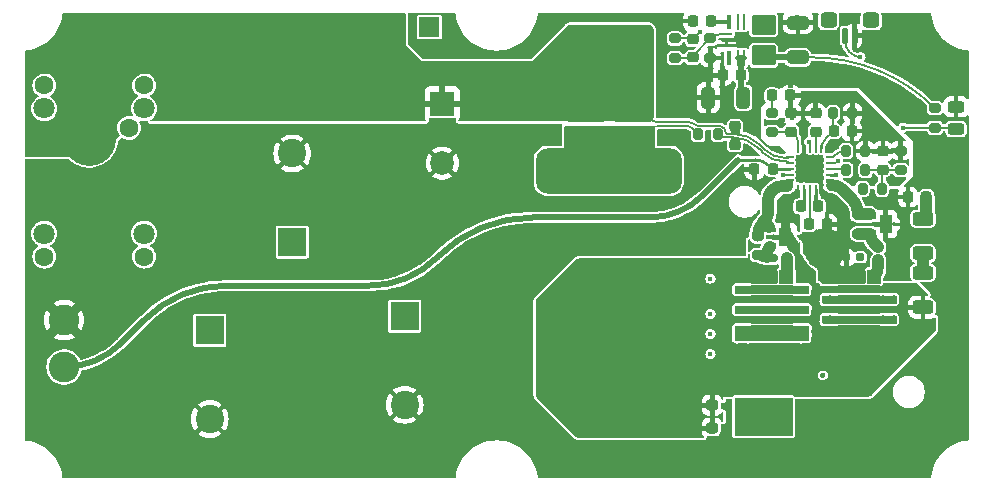
<source format=gbr>
%TF.GenerationSoftware,KiCad,Pcbnew,8.0.4*%
%TF.CreationDate,2024-08-11T00:51:52+02:00*%
%TF.ProjectId,PowerAmpSupply,506f7765-7241-46d7-9053-7570706c792e,rev?*%
%TF.SameCoordinates,Original*%
%TF.FileFunction,Copper,L1,Top*%
%TF.FilePolarity,Positive*%
%FSLAX46Y46*%
G04 Gerber Fmt 4.6, Leading zero omitted, Abs format (unit mm)*
G04 Created by KiCad (PCBNEW 8.0.4) date 2024-08-11 00:51:52*
%MOMM*%
%LPD*%
G01*
G04 APERTURE LIST*
G04 Aperture macros list*
%AMRoundRect*
0 Rectangle with rounded corners*
0 $1 Rounding radius*
0 $2 $3 $4 $5 $6 $7 $8 $9 X,Y pos of 4 corners*
0 Add a 4 corners polygon primitive as box body*
4,1,4,$2,$3,$4,$5,$6,$7,$8,$9,$2,$3,0*
0 Add four circle primitives for the rounded corners*
1,1,$1+$1,$2,$3*
1,1,$1+$1,$4,$5*
1,1,$1+$1,$6,$7*
1,1,$1+$1,$8,$9*
0 Add four rect primitives between the rounded corners*
20,1,$1+$1,$2,$3,$4,$5,0*
20,1,$1+$1,$4,$5,$6,$7,0*
20,1,$1+$1,$6,$7,$8,$9,0*
20,1,$1+$1,$8,$9,$2,$3,0*%
%AMFreePoly0*
4,1,17,0.544134,0.572194,0.571194,0.545134,0.575000,0.526000,0.575000,-0.526000,0.571194,-0.545134,0.544134,-0.572194,0.525000,-0.576000,-0.525000,-0.576000,-0.544134,-0.572194,-0.571194,-0.545134,-0.575000,-0.526000,-0.575000,0.526000,-0.571194,0.545134,-0.544134,0.572194,-0.525000,0.576000,0.525000,0.576000,0.544134,0.572194,0.544134,0.572194,$1*%
%AMFreePoly1*
4,1,17,1.114134,0.572194,1.141194,0.545134,1.145000,0.526000,1.145000,-0.526000,1.141194,-0.545134,1.114134,-0.572194,1.095000,-0.576000,-1.095000,-0.576000,-1.114134,-0.572194,-1.141194,-0.545134,-1.145000,-0.526000,-1.145000,0.526000,-1.141194,0.545134,-1.114134,0.572194,-1.095000,0.576000,1.095000,0.576000,1.114134,0.572194,1.114134,0.572194,$1*%
%AMFreePoly2*
4,1,17,1.769134,0.346194,1.796194,0.319134,1.800000,0.300000,1.800000,-0.300000,1.796194,-0.319134,1.769134,-0.346194,1.750000,-0.350000,-1.750000,-0.350000,-1.769134,-0.346194,-1.796194,-0.319134,-1.800000,-0.300000,-1.800000,0.300000,-1.796194,0.319134,-1.769134,0.346194,-1.750000,0.350000,1.750000,0.350000,1.769134,0.346194,1.769134,0.346194,$1*%
%AMFreePoly3*
4,1,17,1.769134,0.572194,1.796194,0.545134,1.800000,0.526000,1.800000,-0.526000,1.796194,-0.545134,1.769134,-0.572194,1.750000,-0.576000,-1.750000,-0.576000,-1.769134,-0.572194,-1.796194,-0.545134,-1.800000,-0.526000,-1.800000,0.526000,-1.796194,0.545134,-1.769134,0.572194,-1.750000,0.576000,1.750000,0.576000,1.769134,0.572194,1.769134,0.572194,$1*%
G04 Aperture macros list end*
%TA.AperFunction,Conductor*%
%ADD10C,0.200000*%
%TD*%
%TA.AperFunction,Conductor*%
%ADD11C,0.100000*%
%TD*%
%TA.AperFunction,Conductor*%
%ADD12C,1.000000*%
%TD*%
%TA.AperFunction,SMDPad,CuDef*%
%ADD13RoundRect,0.200000X-0.275000X0.200000X-0.275000X-0.200000X0.275000X-0.200000X0.275000X0.200000X0*%
%TD*%
%TA.AperFunction,SMDPad,CuDef*%
%ADD14RoundRect,0.250000X-0.625000X0.312500X-0.625000X-0.312500X0.625000X-0.312500X0.625000X0.312500X0*%
%TD*%
%TA.AperFunction,SMDPad,CuDef*%
%ADD15RoundRect,0.200000X0.200000X0.275000X-0.200000X0.275000X-0.200000X-0.275000X0.200000X-0.275000X0*%
%TD*%
%TA.AperFunction,SMDPad,CuDef*%
%ADD16RoundRect,0.200000X0.275000X-0.200000X0.275000X0.200000X-0.275000X0.200000X-0.275000X-0.200000X0*%
%TD*%
%TA.AperFunction,SMDPad,CuDef*%
%ADD17RoundRect,0.225000X0.250000X-0.225000X0.250000X0.225000X-0.250000X0.225000X-0.250000X-0.225000X0*%
%TD*%
%TA.AperFunction,SMDPad,CuDef*%
%ADD18RoundRect,0.225000X-0.250000X0.225000X-0.250000X-0.225000X0.250000X-0.225000X0.250000X0.225000X0*%
%TD*%
%TA.AperFunction,SMDPad,CuDef*%
%ADD19O,0.700000X0.240000*%
%TD*%
%TA.AperFunction,SMDPad,CuDef*%
%ADD20O,0.240000X0.700000*%
%TD*%
%TA.AperFunction,SMDPad,CuDef*%
%ADD21R,2.049999X2.049999*%
%TD*%
%TA.AperFunction,SMDPad,CuDef*%
%ADD22RoundRect,0.160000X0.197500X0.160000X-0.197500X0.160000X-0.197500X-0.160000X0.197500X-0.160000X0*%
%TD*%
%TA.AperFunction,ComponentPad*%
%ADD23C,3.500000*%
%TD*%
%TA.AperFunction,SMDPad,CuDef*%
%ADD24FreePoly0,0.000000*%
%TD*%
%TA.AperFunction,SMDPad,CuDef*%
%ADD25FreePoly1,0.000000*%
%TD*%
%TA.AperFunction,SMDPad,CuDef*%
%ADD26FreePoly2,0.000000*%
%TD*%
%TA.AperFunction,SMDPad,CuDef*%
%ADD27FreePoly3,0.000000*%
%TD*%
%TA.AperFunction,SMDPad,CuDef*%
%ADD28RoundRect,0.225000X0.225000X0.250000X-0.225000X0.250000X-0.225000X-0.250000X0.225000X-0.250000X0*%
%TD*%
%TA.AperFunction,SMDPad,CuDef*%
%ADD29RoundRect,0.125000X0.125000X0.525000X-0.125000X0.525000X-0.125000X-0.525000X0.125000X-0.525000X0*%
%TD*%
%TA.AperFunction,SMDPad,CuDef*%
%ADD30RoundRect,0.325000X0.375000X0.325000X-0.375000X0.325000X-0.375000X-0.325000X0.375000X-0.325000X0*%
%TD*%
%TA.AperFunction,SMDPad,CuDef*%
%ADD31RoundRect,0.225000X-0.225000X-0.250000X0.225000X-0.250000X0.225000X0.250000X-0.225000X0.250000X0*%
%TD*%
%TA.AperFunction,SMDPad,CuDef*%
%ADD32RoundRect,0.200000X-0.200000X-0.275000X0.200000X-0.275000X0.200000X0.275000X-0.200000X0.275000X0*%
%TD*%
%TA.AperFunction,SMDPad,CuDef*%
%ADD33RoundRect,0.250000X-1.450000X0.250000X-1.450000X-0.250000X1.450000X-0.250000X1.450000X0.250000X0*%
%TD*%
%TA.AperFunction,ComponentPad*%
%ADD34C,2.600000*%
%TD*%
%TA.AperFunction,ComponentPad*%
%ADD35R,1.700000X1.700000*%
%TD*%
%TA.AperFunction,SMDPad,CuDef*%
%ADD36RoundRect,0.250000X0.325000X0.650000X-0.325000X0.650000X-0.325000X-0.650000X0.325000X-0.650000X0*%
%TD*%
%TA.AperFunction,ComponentPad*%
%ADD37R,2.400000X2.400000*%
%TD*%
%TA.AperFunction,ComponentPad*%
%ADD38C,2.400000*%
%TD*%
%TA.AperFunction,SMDPad,CuDef*%
%ADD39RoundRect,0.160000X0.222500X0.160000X-0.222500X0.160000X-0.222500X-0.160000X0.222500X-0.160000X0*%
%TD*%
%TA.AperFunction,ComponentPad*%
%ADD40R,2.000000X2.000000*%
%TD*%
%TA.AperFunction,ComponentPad*%
%ADD41C,2.000000*%
%TD*%
%TA.AperFunction,SMDPad,CuDef*%
%ADD42RoundRect,0.250000X0.650000X-0.325000X0.650000X0.325000X-0.650000X0.325000X-0.650000X-0.325000X0*%
%TD*%
%TA.AperFunction,SMDPad,CuDef*%
%ADD43RoundRect,0.100000X-0.150000X-0.100000X0.150000X-0.100000X0.150000X0.100000X-0.150000X0.100000X0*%
%TD*%
%TA.AperFunction,SMDPad,CuDef*%
%ADD44R,1.100000X1.600000*%
%TD*%
%TA.AperFunction,SMDPad,CuDef*%
%ADD45R,0.250000X0.400000*%
%TD*%
%TA.AperFunction,ComponentPad*%
%ADD46C,3.000000*%
%TD*%
%TA.AperFunction,ComponentPad*%
%ADD47C,1.600000*%
%TD*%
%TA.AperFunction,ComponentPad*%
%ADD48C,1.800000*%
%TD*%
%TA.AperFunction,SMDPad,CuDef*%
%ADD49RoundRect,0.956250X-5.203750X0.956250X-5.203750X-0.956250X5.203750X-0.956250X5.203750X0.956250X0*%
%TD*%
%TA.AperFunction,SMDPad,CuDef*%
%ADD50RoundRect,0.243750X-0.456250X0.243750X-0.456250X-0.243750X0.456250X-0.243750X0.456250X0.243750X0*%
%TD*%
%TA.AperFunction,SMDPad,CuDef*%
%ADD51RoundRect,0.092500X0.092500X-0.520000X0.092500X0.520000X-0.092500X0.520000X-0.092500X-0.520000X0*%
%TD*%
%TA.AperFunction,SMDPad,CuDef*%
%ADD52RoundRect,0.062500X0.062500X-0.587500X0.062500X0.587500X-0.062500X0.587500X-0.062500X-0.587500X0*%
%TD*%
%TA.AperFunction,SMDPad,CuDef*%
%ADD53RoundRect,0.170000X0.855000X-0.680000X0.855000X0.680000X-0.855000X0.680000X-0.855000X-0.680000X0*%
%TD*%
%TA.AperFunction,SMDPad,CuDef*%
%ADD54RoundRect,0.062500X0.387500X-0.062500X0.387500X0.062500X-0.387500X0.062500X-0.387500X-0.062500X0*%
%TD*%
%TA.AperFunction,SMDPad,CuDef*%
%ADD55RoundRect,0.075000X0.735000X-0.075000X0.735000X0.075000X-0.735000X0.075000X-0.735000X-0.075000X0*%
%TD*%
%TA.AperFunction,SMDPad,CuDef*%
%ADD56RoundRect,0.237500X0.262500X-0.237500X0.262500X0.237500X-0.262500X0.237500X-0.262500X-0.237500X0*%
%TD*%
%TA.AperFunction,SMDPad,CuDef*%
%ADD57R,4.900000X3.200000*%
%TD*%
%TA.AperFunction,SMDPad,CuDef*%
%ADD58RoundRect,0.160000X-0.160000X0.222500X-0.160000X-0.222500X0.160000X-0.222500X0.160000X0.222500X0*%
%TD*%
%TA.AperFunction,ViaPad*%
%ADD59C,0.450000*%
%TD*%
%TA.AperFunction,Conductor*%
%ADD60C,4.500000*%
%TD*%
%TA.AperFunction,Conductor*%
%ADD61C,0.300000*%
%TD*%
%TA.AperFunction,Conductor*%
%ADD62C,0.250000*%
%TD*%
%TA.AperFunction,Conductor*%
%ADD63C,0.500000*%
%TD*%
%TA.AperFunction,Conductor*%
%ADD64C,0.650000*%
%TD*%
%TA.AperFunction,Conductor*%
%ADD65C,0.800000*%
%TD*%
G04 APERTURE END LIST*
%TO.N,Net-(U1-CSN)*%
D10*
X169900000Y-90900000D02*
X170500000Y-90900000D01*
X170500000Y-91300000D01*
X169900000Y-91300000D01*
X169900000Y-90900000D01*
%TA.AperFunction,Conductor*%
G36*
X169900000Y-90900000D02*
G01*
X170500000Y-90900000D01*
X170500000Y-91300000D01*
X169900000Y-91300000D01*
X169900000Y-90900000D01*
G37*
%TD.AperFunction*%
%TO.N,Net-(L1-Pad1)*%
X155800000Y-90000000D02*
X163300000Y-90000000D01*
X163300000Y-92600000D01*
X155800000Y-92600000D01*
X155800000Y-90000000D01*
%TA.AperFunction,Conductor*%
G36*
X155800000Y-90000000D02*
G01*
X163300000Y-90000000D01*
X163300000Y-92600000D01*
X155800000Y-92600000D01*
X155800000Y-90000000D01*
G37*
%TD.AperFunction*%
%TO.N,/VOUT*%
D11*
X170200000Y-103450000D02*
X176400000Y-103450000D01*
X176400000Y-104000000D01*
X170200000Y-104000000D01*
X170200000Y-103450000D01*
%TA.AperFunction,Conductor*%
G36*
X170200000Y-103450000D02*
G01*
X176400000Y-103450000D01*
X176400000Y-104000000D01*
X170200000Y-104000000D01*
X170200000Y-103450000D01*
G37*
%TD.AperFunction*%
X170200000Y-106850000D02*
X176400000Y-106850000D01*
X176400000Y-108000000D01*
X170200000Y-108000000D01*
X170200000Y-106850000D01*
%TA.AperFunction,Conductor*%
G36*
X170200000Y-106850000D02*
G01*
X176400000Y-106850000D01*
X176400000Y-108000000D01*
X170200000Y-108000000D01*
X170200000Y-106850000D01*
G37*
%TD.AperFunction*%
%TO.N,GND*%
X177550000Y-101700000D02*
X181100000Y-101700000D01*
X181100000Y-103150000D01*
X177550000Y-103150000D01*
X177550000Y-101700000D01*
%TA.AperFunction,Conductor*%
G36*
X177550000Y-101700000D02*
G01*
X181100000Y-101700000D01*
X181100000Y-103150000D01*
X177550000Y-103150000D01*
X177550000Y-101700000D01*
G37*
%TD.AperFunction*%
X177600000Y-104300000D02*
X183800000Y-104300000D01*
X183800000Y-104850000D01*
X177600000Y-104850000D01*
X177600000Y-104300000D01*
%TA.AperFunction,Conductor*%
G36*
X177600000Y-104300000D02*
G01*
X183800000Y-104300000D01*
X183800000Y-104850000D01*
X177600000Y-104850000D01*
X177600000Y-104300000D01*
G37*
%TD.AperFunction*%
X177600000Y-106000000D02*
X183800000Y-106000000D01*
X183800000Y-106550000D01*
X177600000Y-106550000D01*
X177600000Y-106000000D01*
%TA.AperFunction,Conductor*%
G36*
X177600000Y-106000000D02*
G01*
X183800000Y-106000000D01*
X183800000Y-106550000D01*
X177600000Y-106550000D01*
X177600000Y-106000000D01*
G37*
%TD.AperFunction*%
%TO.N,/VIN*%
D10*
X169900000Y-90100000D02*
X170500000Y-90100000D01*
X170500000Y-90500000D01*
X169900000Y-90500000D01*
X169900000Y-90100000D01*
%TA.AperFunction,Conductor*%
G36*
X169900000Y-90100000D02*
G01*
X170500000Y-90100000D01*
X170500000Y-90500000D01*
X169900000Y-90500000D01*
X169900000Y-90100000D01*
G37*
%TD.AperFunction*%
D12*
%TO.N,/SW*%
X175200000Y-100100000D02*
X174600000Y-99200000D01*
%TO.N,/VOUT*%
D11*
X170200000Y-105150000D02*
X176400000Y-105150000D01*
X176400000Y-105700000D01*
X170200000Y-105700000D01*
X170200000Y-105150000D01*
%TA.AperFunction,Conductor*%
G36*
X170200000Y-105150000D02*
G01*
X176400000Y-105150000D01*
X176400000Y-105700000D01*
X170200000Y-105700000D01*
X170200000Y-105150000D01*
G37*
%TD.AperFunction*%
%TD*%
D13*
%TO.P,R18,1*%
%TO.N,+12V*%
X165100000Y-82475000D03*
%TO.P,R18,2*%
%TO.N,Net-(U4-FB{slash}BIAS)*%
X165100000Y-84125000D03*
%TD*%
D14*
%TO.P,R10,1*%
%TO.N,Net-(C18-Pad2)*%
X186100000Y-97737500D03*
%TO.P,R10,2*%
%TO.N,Net-(R10-Pad2)*%
X186100000Y-100662500D03*
%TD*%
D15*
%TO.P,R5,1*%
%TO.N,/EN*%
X181225000Y-93600000D03*
%TO.P,R5,2*%
%TO.N,Net-(U1-UVLO{slash}EN)*%
X179575000Y-93600000D03*
%TD*%
D16*
%TO.P,R6,1*%
%TO.N,/EN*%
X184200000Y-93625000D03*
%TO.P,R6,2*%
%TO.N,GND*%
X184200000Y-91975000D03*
%TD*%
D17*
%TO.P,C16,1*%
%TO.N,Net-(U1-SS)*%
X177000000Y-90375000D03*
%TO.P,C16,2*%
%TO.N,GND*%
X177000000Y-88825000D03*
%TD*%
D18*
%TO.P,C2,1*%
%TO.N,/VIN*%
X170200000Y-89925000D03*
%TO.P,C2,2*%
%TO.N,Net-(U1-CSN)*%
X170200000Y-91475000D03*
%TD*%
D19*
%TO.P,U1,1,CSP*%
%TO.N,/VIN*%
X174800000Y-92500000D03*
%TO.P,U1,2,CSN*%
%TO.N,Net-(U1-CSN)*%
X174800000Y-93000000D03*
%TO.P,U1,3,VOUT/SENSE*%
%TO.N,/VOUT*%
X174800000Y-93500000D03*
%TO.P,U1,4,PGOOD*%
%TO.N,/PGOOD*%
X174800000Y-94000000D03*
%TO.P,U1,5,HO*%
%TO.N,Net-(Q2-B)*%
X174800000Y-94500000D03*
D20*
%TO.P,U1,6,SW*%
%TO.N,/SW*%
X175500000Y-95200000D03*
%TO.P,U1,7,HB*%
%TO.N,Net-(U1-HB)*%
X176000000Y-95200000D03*
%TO.P,U1,8,BIAS*%
%TO.N,/VIN*%
X176500000Y-95200000D03*
%TO.P,U1,9,VCC*%
%TO.N,Net-(JP1-B)*%
X177000000Y-95200000D03*
%TO.P,U1,10,PGND*%
%TO.N,GND*%
X177500000Y-95200000D03*
D19*
%TO.P,U1,11,LO*%
%TO.N,Net-(Q4-B)*%
X178200000Y-94500000D03*
%TO.P,U1,12,MODE*%
%TO.N,Net-(JP1-B)*%
X178200000Y-94000000D03*
%TO.P,U1,13,UVLO/EN*%
%TO.N,Net-(U1-UVLO{slash}EN)*%
X178200000Y-93500000D03*
%TO.P,U1,14,SYNC/DITHER/VH/CP*%
%TO.N,Net-(JP1-C)*%
X178200000Y-93000000D03*
%TO.P,U1,15,RT*%
%TO.N,Net-(U1-RT)*%
X178200000Y-92500000D03*
D20*
%TO.P,U1,16,VREF/RANGE*%
%TO.N,Net-(U1-VREF{slash}RANGE)*%
X177500000Y-91800000D03*
%TO.P,U1,17,SS*%
%TO.N,Net-(U1-SS)*%
X177000000Y-91800000D03*
%TO.P,U1,18,TRK*%
%TO.N,/VTRK*%
X176500000Y-91800000D03*
%TO.P,U1,19,AGND*%
%TO.N,GND*%
X176000000Y-91800000D03*
%TO.P,U1,20,COMP*%
%TO.N,Net-(U1-COMP)*%
X175500000Y-91800000D03*
D21*
%TO.P,U1,21,EP*%
%TO.N,GND*%
X176500000Y-93500000D03*
%TD*%
D22*
%TO.P,TH1,1*%
%TO.N,Net-(R21-Pad2)*%
X180797500Y-101000000D03*
%TO.P,TH1,2*%
%TO.N,GND*%
X179602500Y-101000000D03*
%TD*%
D15*
%TO.P,R3,1*%
%TO.N,Net-(U1-CSN)*%
X168725000Y-90600000D03*
%TO.P,R3,2*%
%TO.N,Net-(L1-Pad1)*%
X167075000Y-90600000D03*
%TD*%
D23*
%TO.P,J2,1,Pin_1*%
%TO.N,/VIN*%
X159500000Y-85300000D03*
%TD*%
D24*
%TO.P,Q1,1,G*%
%TO.N,Net-(Q1-G)*%
X174525000Y-102648000D03*
D25*
%TO.P,Q1,2,S*%
%TO.N,/SW*%
X172645000Y-102648000D03*
D26*
%TO.P,Q1,3,D*%
%TO.N,/VOUT*%
X173300000Y-103725000D03*
%TO.P,Q1,4,S*%
%TO.N,/SW*%
X173300000Y-104575000D03*
%TO.P,Q1,5,D*%
%TO.N,/VOUT*%
X173300000Y-105425000D03*
%TO.P,Q1,6,S*%
%TO.N,/SW*%
X173300000Y-106275000D03*
D27*
%TO.P,Q1,7,D*%
%TO.N,/VOUT*%
X173300000Y-107352000D03*
%TD*%
D28*
%TO.P,C3,1*%
%TO.N,Net-(U1-HB)*%
X175775000Y-96700000D03*
%TO.P,C3,2*%
%TO.N,/SW*%
X174225000Y-96700000D03*
%TD*%
D29*
%TO.P,M1,1,+*%
%TO.N,Net-(M1-+)*%
X179500000Y-82250000D03*
%TO.P,M1,2,-*%
%TO.N,GND*%
X180300000Y-82250000D03*
D30*
%TO.P,M1,M*%
%TO.N,N/C*%
X181700000Y-80950000D03*
X178100000Y-80950000D03*
%TD*%
D31*
%TO.P,C13,1*%
%TO.N,GND*%
X171825000Y-93550000D03*
%TO.P,C13,2*%
%TO.N,/VOUT*%
X173375000Y-93550000D03*
%TD*%
D16*
%TO.P,R11,1*%
%TO.N,Net-(U1-COMP)*%
X173300000Y-90425000D03*
%TO.P,R11,2*%
%TO.N,Net-(C19-Pad1)*%
X173300000Y-88775000D03*
%TD*%
D31*
%TO.P,C19,1*%
%TO.N,Net-(C19-Pad1)*%
X173325000Y-87300000D03*
%TO.P,C19,2*%
%TO.N,GND*%
X174875000Y-87300000D03*
%TD*%
D32*
%TO.P,R12,1*%
%TO.N,Net-(U1-VREF{slash}RANGE)*%
X178475000Y-88800000D03*
%TO.P,R12,2*%
%TO.N,GND*%
X180125000Y-88800000D03*
%TD*%
D33*
%TO.P,R1,1*%
%TO.N,/VIN*%
X161500000Y-89050000D03*
%TO.P,R1,2*%
%TO.N,Net-(L1-Pad1)*%
X161500000Y-90550000D03*
%TD*%
D28*
%TO.P,C40,1*%
%TO.N,Net-(U4-VCC)*%
X168175000Y-81000000D03*
%TO.P,C40,2*%
%TO.N,GND*%
X166625000Y-81000000D03*
%TD*%
D13*
%TO.P,R14,1*%
%TO.N,+12V*%
X187100000Y-88375000D03*
%TO.P,R14,2*%
%TO.N,/PGOOD*%
X187100000Y-90025000D03*
%TD*%
D34*
%TO.P,J6,1,Pin_1*%
%TO.N,/VOUT*%
X113375000Y-110281200D03*
%TO.P,J6,2,Pin_2*%
%TO.N,GND*%
X113375000Y-106318800D03*
%TD*%
D31*
%TO.P,C15,1*%
%TO.N,Net-(U1-VREF{slash}RANGE)*%
X178525000Y-90300000D03*
%TO.P,C15,2*%
%TO.N,GND*%
X180075000Y-90300000D03*
%TD*%
D35*
%TO.P,J7,1,Pin_1*%
%TO.N,Net-(J7-Pin_1)*%
X144300000Y-81500000D03*
%TD*%
D17*
%TO.P,C4,1*%
%TO.N,/EN*%
X182700000Y-93575000D03*
%TO.P,C4,2*%
%TO.N,GND*%
X182700000Y-92025000D03*
%TD*%
D13*
%TO.P,R8,1*%
%TO.N,Net-(Q4-B)*%
X180600000Y-97375000D03*
%TO.P,R8,2*%
%TO.N,Net-(Q4-E)*%
X180600000Y-99025000D03*
%TD*%
D36*
%TO.P,C37,1*%
%TO.N,/VOUT*%
X170875000Y-87500000D03*
%TO.P,C37,2*%
%TO.N,GND*%
X167925000Y-87500000D03*
%TD*%
D37*
%TO.P,C28,1*%
%TO.N,/VOUT*%
X125700000Y-107187246D03*
D38*
%TO.P,C28,2*%
%TO.N,GND*%
X125700000Y-114687246D03*
%TD*%
D31*
%TO.P,C12,1*%
%TO.N,Net-(JP1-B)*%
X177225000Y-96700000D03*
%TO.P,C12,2*%
%TO.N,GND*%
X178775000Y-96700000D03*
%TD*%
D39*
%TO.P,FB1,1*%
%TO.N,Net-(Q1-G)*%
X174572500Y-101100000D03*
%TO.P,FB1,2*%
%TO.N,Net-(Q2-E)*%
X173427500Y-101100000D03*
%TD*%
D40*
%TO.P,C7,1*%
%TO.N,/VIN*%
X145400000Y-88032323D03*
D41*
%TO.P,C7,2*%
%TO.N,GND*%
X145400000Y-93032323D03*
%TD*%
D42*
%TO.P,C39,1*%
%TO.N,+12V*%
X175500000Y-84075000D03*
%TO.P,C39,2*%
%TO.N,GND*%
X175500000Y-81125000D03*
%TD*%
D24*
%TO.P,Q3,1,G*%
%TO.N,Net-(Q3-G)*%
X181925000Y-102648000D03*
D25*
%TO.P,Q3,2,S*%
%TO.N,GND*%
X180045000Y-102648000D03*
D26*
%TO.P,Q3,3,D*%
%TO.N,/SW*%
X180700000Y-103725000D03*
%TO.P,Q3,4,S*%
%TO.N,GND*%
X180700000Y-104575000D03*
%TO.P,Q3,5,D*%
%TO.N,/SW*%
X180700000Y-105425000D03*
%TO.P,Q3,6,S*%
%TO.N,GND*%
X180700000Y-106275000D03*
D27*
%TO.P,Q3,7,D*%
%TO.N,/SW*%
X180700000Y-107352000D03*
%TD*%
D33*
%TO.P,R2,1*%
%TO.N,/VIN*%
X157600000Y-89050000D03*
%TO.P,R2,2*%
%TO.N,Net-(L1-Pad1)*%
X157600000Y-90550000D03*
%TD*%
D43*
%TO.P,Q4,1,B*%
%TO.N,Net-(Q4-B)*%
X181900000Y-97550000D03*
%TO.P,Q4,2,E*%
%TO.N,Net-(Q4-E)*%
X181900000Y-98850000D03*
D44*
%TO.P,Q4,3,C*%
%TO.N,GND*%
X182950000Y-98200000D03*
D45*
X183625000Y-98200000D03*
%TD*%
D46*
%TO.P,J5,1,Pin_1*%
%TO.N,GND*%
X115500000Y-96450000D03*
X115500000Y-98750000D03*
%TO.P,J5,2,Pin_2*%
%TO.N,/VIN*%
X115500000Y-88650000D03*
X115500000Y-90950000D03*
D47*
%TO.P,J5,3,Pin_3*%
%TO.N,GND*%
X118875000Y-97350000D03*
%TO.P,J5,4,Pin_4*%
X118875000Y-93700000D03*
%TO.P,J5,5,Pin_5*%
%TO.N,unconnected-(J5-Pin_5-Pad5)*%
X118875000Y-90050000D03*
%TO.P,J5,M*%
%TO.N,N/C*%
X111700000Y-86450000D03*
D48*
X111700000Y-88400000D03*
X111700000Y-99000000D03*
D47*
X111700000Y-100950000D03*
X120150000Y-86450000D03*
D48*
X120150000Y-88400000D03*
X120150000Y-99000000D03*
D47*
X120150000Y-100950000D03*
%TD*%
D49*
%TO.P,L1,1,1*%
%TO.N,Net-(L1-Pad1)*%
X159500000Y-93677500D03*
%TO.P,L1,2,2*%
%TO.N,/SW*%
X159500000Y-109922500D03*
%TD*%
D32*
%TO.P,R4,1*%
%TO.N,/VIN*%
X180975000Y-95200000D03*
%TO.P,R4,2*%
%TO.N,/EN*%
X182625000Y-95200000D03*
%TD*%
D50*
%TO.P,D2,1,K*%
%TO.N,GND*%
X188900000Y-88262500D03*
%TO.P,D2,2,A*%
%TO.N,/PGOOD*%
X188900000Y-90137500D03*
%TD*%
D51*
%TO.P,U4,1,PGOOD*%
%TO.N,unconnected-(U4-PGOOD-Pad1)*%
X169640000Y-84137500D03*
D52*
%TO.P,U4,2,EN*%
%TO.N,/VOUT*%
X170450000Y-84100000D03*
%TO.P,U4,3,VIN*%
X170950000Y-84100000D03*
D53*
%TO.P,U4,4,VOUT*%
%TO.N,+12V*%
X172595000Y-83900000D03*
%TO.P,U4,5,SW*%
%TO.N,unconnected-(U4-SW-Pad5)_1*%
X172595000Y-81300000D03*
D52*
%TO.P,U4,6,SW*%
%TO.N,unconnected-(U4-SW-Pad5)*%
X170950000Y-81100000D03*
%TO.P,U4,7,BOOT*%
%TO.N,unconnected-(U4-BOOT-Pad7)*%
X170450000Y-81100000D03*
D51*
%TO.P,U4,8,VCC*%
%TO.N,Net-(U4-VCC)*%
X169650000Y-81062500D03*
D54*
%TO.P,U4,9,FB/BIAS*%
%TO.N,Net-(U4-FB{slash}BIAS)*%
X169490000Y-82100000D03*
D55*
%TO.P,U4,10,GND*%
%TO.N,GND*%
X169850000Y-82600000D03*
D54*
%TO.P,U4,11,RT/MODE/SYNC*%
X169490000Y-83100000D03*
%TD*%
D18*
%TO.P,C35,1*%
%TO.N,+12V*%
X166600000Y-82525000D03*
%TO.P,C35,2*%
%TO.N,Net-(U4-FB{slash}BIAS)*%
X166600000Y-84075000D03*
%TD*%
D43*
%TO.P,Q2,1,B*%
%TO.N,Net-(Q2-B)*%
X173400000Y-98650000D03*
%TO.P,Q2,2,E*%
%TO.N,Net-(Q2-E)*%
X173400000Y-99950000D03*
D44*
%TO.P,Q2,3,C*%
%TO.N,/SW*%
X174450000Y-99300000D03*
D45*
X175125000Y-99300000D03*
%TD*%
D56*
%TO.P,D1,1,A*%
%TO.N,/SW*%
X168250000Y-115470000D03*
%TO.P,D1,2,A*%
X168250000Y-113530000D03*
D57*
%TO.P,D1,3,K*%
%TO.N,/VOUT*%
X172600000Y-114500000D03*
%TD*%
D32*
%TO.P,R13,1*%
%TO.N,Net-(U1-RT)*%
X179575000Y-92000000D03*
%TO.P,R13,2*%
%TO.N,GND*%
X181225000Y-92000000D03*
%TD*%
D13*
%TO.P,R20,1*%
%TO.N,Net-(U4-FB{slash}BIAS)*%
X168100000Y-82475000D03*
%TO.P,R20,2*%
%TO.N,GND*%
X168100000Y-84125000D03*
%TD*%
D28*
%TO.P,C1,1*%
%TO.N,GND*%
X177975000Y-98200000D03*
%TO.P,C1,2*%
%TO.N,/VIN*%
X176425000Y-98200000D03*
%TD*%
D14*
%TO.P,R9,1*%
%TO.N,Net-(R10-Pad2)*%
X186100000Y-102300000D03*
%TO.P,R9,2*%
%TO.N,/SW*%
X186100000Y-105225000D03*
%TD*%
D37*
%TO.P,C26,1*%
%TO.N,/VOUT*%
X142200000Y-105987246D03*
D38*
%TO.P,C26,2*%
%TO.N,GND*%
X142200000Y-113487246D03*
%TD*%
D28*
%TO.P,C38,1*%
%TO.N,/VOUT*%
X170675000Y-85600000D03*
%TO.P,C38,2*%
%TO.N,GND*%
X169125000Y-85600000D03*
%TD*%
D23*
%TO.P,J3,1,Pin_1*%
%TO.N,GND*%
X122800000Y-94000000D03*
%TD*%
D37*
%TO.P,C27,1*%
%TO.N,/VOUT*%
X132700000Y-99712755D03*
D38*
%TO.P,C27,2*%
%TO.N,GND*%
X132700000Y-92212755D03*
%TD*%
D13*
%TO.P,R7,1*%
%TO.N,Net-(Q2-B)*%
X172100000Y-99175000D03*
%TO.P,R7,2*%
%TO.N,Net-(Q2-E)*%
X172100000Y-100825000D03*
%TD*%
D23*
%TO.P,J1,1,Pin_1*%
%TO.N,/VIN*%
X116400000Y-82600000D03*
%TD*%
D58*
%TO.P,FB2,1*%
%TO.N,Net-(Q4-E)*%
X182300000Y-100127500D03*
%TO.P,FB2,2*%
%TO.N,Net-(Q3-G)*%
X182300000Y-101272500D03*
%TD*%
D17*
%TO.P,C17,1*%
%TO.N,Net-(U1-COMP)*%
X174900000Y-90375000D03*
%TO.P,C17,2*%
%TO.N,GND*%
X174900000Y-88825000D03*
%TD*%
D31*
%TO.P,C18,1*%
%TO.N,GND*%
X184825000Y-95900000D03*
%TO.P,C18,2*%
%TO.N,Net-(C18-Pad2)*%
X186375000Y-95900000D03*
%TD*%
D23*
%TO.P,J4,1,Pin_1*%
%TO.N,GND*%
X177800000Y-100300000D03*
%TD*%
D59*
%TO.N,/VIN*%
X158700000Y-87900000D03*
X152600000Y-87500000D03*
X148500000Y-87500000D03*
X156500000Y-87900000D03*
X160400000Y-87900000D03*
X176500000Y-98000000D03*
X157600000Y-87900000D03*
X180975000Y-95200000D03*
X162600000Y-87900000D03*
X161500000Y-87900000D03*
X151100000Y-87500000D03*
X154500000Y-87500000D03*
%TO.N,GND*%
X177750000Y-106425000D03*
X177750000Y-102425000D03*
X174984082Y-89200000D03*
X183500000Y-101000000D03*
X183180000Y-104725000D03*
X178690000Y-106425000D03*
X174280000Y-89410000D03*
X173700000Y-82600000D03*
X172000000Y-90400000D03*
X160300000Y-117200000D03*
X187300000Y-110900000D03*
X171000000Y-82600000D03*
X180400000Y-85600000D03*
X183700000Y-94500000D03*
X178220000Y-102725000D03*
X180300000Y-113500000D03*
X177000000Y-94000000D03*
X153200000Y-90900000D03*
X181400000Y-83100000D03*
X183650000Y-104425000D03*
X168600000Y-117800000D03*
X184200000Y-92000000D03*
X165300000Y-86700000D03*
X184500000Y-101300000D03*
X188100000Y-102800000D03*
X179500000Y-97810000D03*
X154800000Y-98900000D03*
X180940000Y-101860000D03*
X157000000Y-117200000D03*
X169100000Y-98700000D03*
X178690000Y-104725000D03*
X170200000Y-117200000D03*
X182800000Y-97900000D03*
X154800000Y-96900000D03*
X183180000Y-106425000D03*
X188100000Y-105700000D03*
X183400000Y-88700000D03*
X184200000Y-116800000D03*
X175800000Y-92800000D03*
X175900000Y-94300000D03*
X171900000Y-117800000D03*
X172900000Y-86200000D03*
X178690000Y-103025000D03*
X164700000Y-99000000D03*
X168000000Y-85600000D03*
X175600000Y-115900000D03*
X183650000Y-106125000D03*
X178300000Y-83100000D03*
X148500000Y-90800000D03*
X180100000Y-90700000D03*
X158100000Y-98900000D03*
X177900000Y-113800000D03*
X182700000Y-92000000D03*
X177600000Y-111000000D03*
X165300000Y-117800000D03*
X158100000Y-96800000D03*
X178690000Y-102425000D03*
X161400000Y-99200000D03*
X173500000Y-117200000D03*
X175800000Y-90400000D03*
X168100000Y-96900000D03*
X177930000Y-95720000D03*
X144600000Y-83600000D03*
X164200000Y-81500000D03*
X158700000Y-117800000D03*
X166900000Y-80800000D03*
X182710000Y-106125000D03*
X186400000Y-109500000D03*
X188100000Y-107100000D03*
X168000000Y-100200000D03*
X174000000Y-92000000D03*
X180370000Y-101860000D03*
X188100000Y-104300000D03*
X181900000Y-90800000D03*
X162000000Y-117800000D03*
X180200000Y-80800000D03*
X171300000Y-92100000D03*
X152700000Y-98600000D03*
X169200000Y-87500000D03*
X175500000Y-85200000D03*
X183500000Y-90800000D03*
X187400000Y-108400000D03*
X187000000Y-103500000D03*
X187700000Y-100100000D03*
X181200000Y-92000000D03*
X178220000Y-104425000D03*
X177100000Y-88700000D03*
X182710000Y-104425000D03*
X177300000Y-93200000D03*
X164700000Y-100400000D03*
X188900000Y-87100000D03*
X183700000Y-95900000D03*
X154800000Y-115900000D03*
X148500000Y-93400000D03*
X172800000Y-82600000D03*
X178200000Y-87600000D03*
X167000000Y-93600000D03*
X166900000Y-117200000D03*
X169000000Y-91900000D03*
X151800000Y-90800000D03*
X183600000Y-83800000D03*
X146500000Y-82000000D03*
X186700000Y-99200000D03*
X163600000Y-117200000D03*
X180100000Y-88800000D03*
X178220000Y-102125000D03*
X179000000Y-113900000D03*
X175100000Y-87200000D03*
X176200000Y-83000000D03*
X151800000Y-93400000D03*
X184100000Y-100300000D03*
X175400000Y-80700000D03*
X185200000Y-99300000D03*
X187700000Y-101500000D03*
X178220000Y-106125000D03*
X170300000Y-100500000D03*
X172000000Y-85500000D03*
X171900000Y-82600000D03*
X161300000Y-96800000D03*
X181700000Y-89200000D03*
X185000000Y-87800000D03*
X177750000Y-104725000D03*
X176300000Y-89600000D03*
X177750000Y-103025000D03*
%TO.N,/VOUT*%
X171600000Y-113800000D03*
X171290000Y-107875000D03*
X168100000Y-105800000D03*
X170350000Y-107275000D03*
X175310000Y-103575000D03*
X176250000Y-105275000D03*
X173100000Y-114300000D03*
X168100000Y-107500000D03*
X170350000Y-105575000D03*
X171290000Y-103875000D03*
X174600000Y-113800000D03*
X175780000Y-107875000D03*
X175780000Y-105575000D03*
X176250000Y-103575000D03*
X172100000Y-114300000D03*
X170820000Y-105275000D03*
X171100000Y-114300000D03*
X170350000Y-107875000D03*
X176250000Y-106975000D03*
X175780000Y-107275000D03*
X170600000Y-113800000D03*
X170450000Y-92750000D03*
X175780000Y-103875000D03*
X170875000Y-87500000D03*
X172600000Y-113800000D03*
X175310000Y-107575000D03*
X175310000Y-105275000D03*
X171290000Y-107275000D03*
X168100000Y-102800000D03*
X170820000Y-107575000D03*
X170820000Y-103575000D03*
X170350000Y-103875000D03*
X175310000Y-106975000D03*
X171290000Y-105575000D03*
X168100000Y-109200000D03*
X174100000Y-114300000D03*
X170820000Y-106975000D03*
X176250000Y-107575000D03*
X173600000Y-113800000D03*
%TO.N,Net-(JP1-B)*%
X178750000Y-94000000D03*
X177000000Y-95880000D03*
%TO.N,Net-(Q1-G)*%
X174572500Y-101100000D03*
%TO.N,Net-(Q3-G)*%
X182320000Y-101190000D03*
%TO.N,Net-(JP1-C)*%
X178920000Y-92880000D03*
%TO.N,/VTRK*%
X176470000Y-91220000D03*
%TO.N,/PGOOD*%
X184390000Y-90020000D03*
X174250000Y-94040000D03*
%TO.N,/SW*%
X183180000Y-105575000D03*
X164800000Y-107000000D03*
X176250000Y-104425000D03*
X171290000Y-102425000D03*
X178690000Y-107875000D03*
X183180000Y-107275000D03*
X175310000Y-106125000D03*
X171290000Y-103025000D03*
X178220000Y-103575000D03*
X162100000Y-107000000D03*
X154300000Y-110900000D03*
X174300000Y-96590000D03*
X159500000Y-107000000D03*
X175780000Y-106425000D03*
X170820000Y-104425000D03*
X183180000Y-103875000D03*
X175310000Y-104425000D03*
X170350000Y-106425000D03*
X182710000Y-105275000D03*
X176250000Y-106125000D03*
X171290000Y-104725000D03*
X170350000Y-104725000D03*
X162100000Y-108900000D03*
X174510000Y-99310000D03*
X173540000Y-101860000D03*
X175780000Y-104725000D03*
X156800000Y-110900000D03*
X156800000Y-108900000D03*
X183650000Y-107575000D03*
X170350000Y-103025000D03*
X164800000Y-108900000D03*
X178220000Y-107575000D03*
X178220000Y-106975000D03*
X186300000Y-107000000D03*
X154300000Y-107000000D03*
X171290000Y-106425000D03*
X170820000Y-102125000D03*
X182710000Y-106975000D03*
X177750000Y-105575000D03*
X177750000Y-107875000D03*
X183650000Y-105275000D03*
X171700000Y-100030000D03*
X183650000Y-106975000D03*
X182710000Y-107575000D03*
X159500000Y-110900000D03*
X178220000Y-105275000D03*
X156800000Y-107000000D03*
X178690000Y-103875000D03*
X177750000Y-103875000D03*
X177750000Y-107275000D03*
X175340000Y-95650000D03*
X164800000Y-110900000D03*
X178690000Y-107275000D03*
X178690000Y-105575000D03*
X162100000Y-110900000D03*
X170820000Y-106125000D03*
X154300000Y-108900000D03*
X170820000Y-102725000D03*
X159500000Y-108900000D03*
X170350000Y-102425000D03*
X172970000Y-101860000D03*
X175620000Y-101220000D03*
X183650000Y-103575000D03*
X183180000Y-107875000D03*
X182710000Y-103575000D03*
%TO.N,+12V*%
X176160000Y-84060000D03*
X172595000Y-83900000D03*
X167220000Y-81910000D03*
X175550000Y-84060000D03*
%TO.N,Net-(M1-+)*%
X180800000Y-84050000D03*
%TO.N,Net-(R21-Pad2)*%
X180797500Y-101000000D03*
%TD*%
D10*
%TO.N,/VIN*%
X162273310Y-89050000D02*
X161500000Y-89050000D01*
X174487153Y-92574447D02*
X174480329Y-92574304D01*
X174620270Y-92574447D02*
X174487153Y-92574447D01*
D60*
X115500000Y-90950000D02*
X115500000Y-84772792D01*
D10*
X174800000Y-92500000D02*
X174763060Y-92533970D01*
X172740000Y-91920000D02*
X172310452Y-91490452D01*
X176500000Y-95200000D02*
X176494576Y-95213094D01*
X176490000Y-97990000D02*
X176500000Y-98000000D01*
X176494576Y-95213094D02*
X176490000Y-95224141D01*
X176490000Y-98010000D02*
X176490000Y-98043077D01*
X176500000Y-98000000D02*
X176490000Y-98010000D01*
X174670411Y-92572340D02*
X174620270Y-92574447D01*
X169340000Y-90331006D02*
X169340000Y-90290000D01*
X166283726Y-89550000D02*
X163480416Y-89550000D01*
X174480329Y-92574304D02*
X174470334Y-92574094D01*
X170040000Y-90550000D02*
X169530710Y-90550000D01*
X176490000Y-95224141D02*
X176490000Y-97990000D01*
X168934437Y-89910000D02*
X167152842Y-89910000D01*
X174763060Y-92533970D02*
X174670411Y-92572340D01*
X174470334Y-92574094D02*
X174319122Y-92574094D01*
X169248075Y-90068075D02*
X169200000Y-90020000D01*
X176490000Y-98043077D02*
G75*
G02*
X176425007Y-98200007I-221900J-23D01*
G01*
X167152842Y-89910000D02*
G75*
G02*
X166669987Y-89710013I-42J682800D01*
G01*
X169530710Y-90550000D02*
G75*
G02*
X169409997Y-90500003I-10J170700D01*
G01*
X174319122Y-92574094D02*
G75*
G02*
X172739993Y-91920007I-22J2233194D01*
G01*
X163480416Y-89550000D02*
G75*
G02*
X163069995Y-89380005I-16J580400D01*
G01*
X169340000Y-90290000D02*
G75*
G03*
X169248086Y-90068064I-313900J0D01*
G01*
X163070000Y-89380000D02*
G75*
G03*
X162273310Y-89049996I-796700J-796700D01*
G01*
X166670000Y-89710000D02*
G75*
G03*
X166283726Y-89549989I-386300J-386300D01*
G01*
X170104540Y-90155460D02*
G75*
G03*
X170200006Y-89925000I-230440J230460D01*
G01*
D60*
X115500000Y-84772792D02*
G75*
G02*
X116400002Y-82600002I3072800J-8D01*
G01*
D10*
X169200000Y-90020000D02*
G75*
G03*
X168934437Y-89909985I-265600J-265600D01*
G01*
X172310452Y-91490452D02*
G75*
G03*
X170040000Y-90549999I-2270452J-2270448D01*
G01*
X169410000Y-90500000D02*
G75*
G02*
X169339998Y-90331006I169000J169000D01*
G01*
X170163787Y-89910000D02*
G75*
G02*
X170200004Y-89924996I13J-51200D01*
G01*
%TO.N,Net-(U1-CSN)*%
X168785755Y-90657849D02*
X168925218Y-90751038D01*
X169328553Y-90850000D02*
X170000000Y-90850000D01*
X169244687Y-90847960D02*
X169328553Y-90850000D01*
X169080180Y-90815230D02*
X169244687Y-90847960D01*
X172350000Y-91960000D02*
X172534609Y-92144609D01*
X168725000Y-90600000D02*
X168785755Y-90657849D01*
X172116813Y-91726812D02*
X172350000Y-91960000D01*
X174310000Y-92880000D02*
X174510295Y-92880000D01*
X168925218Y-90751038D02*
X169080180Y-90815230D01*
X172534609Y-92144609D02*
G75*
G03*
X174310000Y-92879995I1775391J1775409D01*
G01*
X170118682Y-91278682D02*
G75*
G02*
X170200010Y-91475000I-196282J-196318D01*
G01*
X170000000Y-90850000D02*
G75*
G02*
X172116807Y-91726818I0J-2993600D01*
G01*
X174510295Y-92880000D02*
G75*
G02*
X174800002Y-92999998I5J-409700D01*
G01*
D61*
%TO.N,GND*%
X177500000Y-95200000D02*
X177500000Y-94650000D01*
X177393934Y-94393934D02*
X177000000Y-94000000D01*
D10*
X183625000Y-98200000D02*
X182950000Y-98200000D01*
X166753033Y-80946967D02*
X166900000Y-80800000D01*
D61*
X177000000Y-94000000D02*
X176500000Y-93500000D01*
D10*
X166625000Y-81000000D02*
G75*
G03*
X166753040Y-80946974I0J181100D01*
G01*
D61*
X177500000Y-94650000D02*
G75*
G03*
X177393927Y-94393941I-362100J0D01*
G01*
D62*
%TO.N,Net-(U1-HB)*%
X176000000Y-95200000D02*
X176000000Y-96156802D01*
X176000000Y-96156802D02*
G75*
G02*
X175774999Y-96699999I-768200J2D01*
G01*
D63*
%TO.N,/VOUT*%
X167463209Y-95736791D02*
X167420000Y-95780000D01*
X170675000Y-87017158D02*
X170675000Y-85600000D01*
X144995420Y-100977777D02*
X144940000Y-101030000D01*
D62*
X173364393Y-93574394D02*
X172990000Y-93200000D01*
D63*
X139218314Y-103400000D02*
X127185361Y-103400000D01*
X170450000Y-92750000D02*
X167463209Y-95736791D01*
X170700000Y-84100000D02*
X170950000Y-84100000D01*
X120160000Y-106310000D02*
X118178457Y-108291543D01*
X170700000Y-84100000D02*
X170700000Y-85539645D01*
D62*
X171903604Y-92750000D02*
X170450000Y-92750000D01*
D63*
X162953705Y-97630000D02*
X153077668Y-97630000D01*
X170450000Y-84100000D02*
X170700000Y-84100000D01*
D62*
X174800000Y-93500000D02*
X173616421Y-93500000D01*
D63*
X170700000Y-85539645D02*
G75*
G02*
X170674987Y-85599987I-85400J45D01*
G01*
X167420000Y-95780000D02*
G75*
G02*
X162953705Y-97630002I-4466300J4466300D01*
G01*
X170875000Y-87500000D02*
G75*
G02*
X170675018Y-87017158I482800J482800D01*
G01*
D62*
X172990000Y-93200000D02*
G75*
G03*
X171903604Y-92749998I-1086400J-1086400D01*
G01*
D63*
X153077668Y-97630000D02*
G75*
G03*
X144995441Y-100977798I32J-11430000D01*
G01*
D62*
X173375000Y-93600000D02*
G75*
G03*
X173364391Y-93574396I-36200J0D01*
G01*
D63*
X144940000Y-101030000D02*
G75*
G02*
X139218314Y-103400006I-5721700J5721700D01*
G01*
X118178457Y-108291543D02*
G75*
G02*
X113375000Y-110281204I-4803457J4803443D01*
G01*
X127185361Y-103400000D02*
G75*
G03*
X120160011Y-106310011I39J-9935400D01*
G01*
D62*
X173616421Y-93500000D02*
G75*
G03*
X173374994Y-93599994I-21J-341400D01*
G01*
%TO.N,Net-(JP1-B)*%
X177000000Y-95200000D02*
X177000000Y-95880000D01*
X177000000Y-96156802D02*
X177000000Y-95880000D01*
X178200000Y-94000000D02*
X178750000Y-94000000D01*
X177225000Y-96700000D02*
G75*
G02*
X176999999Y-96156802I543200J543200D01*
G01*
D10*
%TO.N,Net-(U1-VREF{slash}RANGE)*%
X178475000Y-88800000D02*
X178475000Y-90179290D01*
X177835876Y-90989125D02*
X178525000Y-90300000D01*
X178475000Y-90179290D02*
G75*
G03*
X178524997Y-90300003I170700J-10D01*
G01*
X177500000Y-91800000D02*
G75*
G02*
X177835886Y-90989135I1146700J0D01*
G01*
%TO.N,Net-(U1-SS)*%
X177000000Y-91800000D02*
X177000000Y-90375000D01*
%TO.N,Net-(U1-COMP)*%
X174900000Y-90375000D02*
X173420710Y-90375000D01*
X175390000Y-90840000D02*
X174942678Y-90392678D01*
X175500000Y-91800000D02*
X175500000Y-91105563D01*
X175500000Y-91105563D02*
G75*
G03*
X175389989Y-90840011I-375600J-37D01*
G01*
X174942678Y-90392678D02*
G75*
G03*
X174900000Y-90375013I-42678J-42722D01*
G01*
X173420710Y-90375000D02*
G75*
G03*
X173299997Y-90424997I-10J-170700D01*
G01*
D12*
%TO.N,Net-(Q2-E)*%
X173100000Y-100160000D02*
X173038562Y-100225200D01*
X172902672Y-100553295D02*
X172900000Y-100642842D01*
X173038562Y-100225200D02*
X172949018Y-100380302D01*
D64*
X173427500Y-101100000D02*
X172763908Y-101100000D01*
D12*
X172949018Y-100380302D02*
X172902672Y-100553295D01*
D10*
X173246361Y-100013640D02*
X173100000Y-100160000D01*
D12*
X172900000Y-100642842D02*
X172900000Y-100956000D01*
D10*
X173400000Y-99950000D02*
G75*
G03*
X173246356Y-100013635I0J-217300D01*
G01*
D64*
X172763908Y-101100000D02*
G75*
G02*
X172099997Y-100825003I-8J938900D01*
G01*
D12*
%TO.N,Net-(Q1-G)*%
X174572500Y-101100000D02*
X174572500Y-102533325D01*
X174572500Y-102533325D02*
G75*
G02*
X174524993Y-102647993I-162200J25D01*
G01*
%TO.N,Net-(Q3-G)*%
X182300000Y-101272500D02*
X182300000Y-101742670D01*
X182300000Y-101742670D02*
G75*
G02*
X181925009Y-102648009I-1280300J-30D01*
G01*
%TO.N,Net-(Q4-E)*%
X181617929Y-99025000D02*
X181630000Y-99030000D01*
D10*
X181746361Y-98913640D02*
X181630000Y-99030000D01*
D12*
X180600000Y-99025000D02*
X181617929Y-99025000D01*
X181932288Y-99759788D02*
X182300000Y-100127500D01*
D10*
X181900000Y-98850000D02*
G75*
G03*
X181746356Y-98913635I0J-217300D01*
G01*
D12*
X181630000Y-99030000D02*
G75*
G03*
X181932283Y-99759793I1032100J0D01*
G01*
D10*
%TO.N,Net-(JP1-C)*%
X178661716Y-93000000D02*
X178200000Y-93000000D01*
X178920000Y-92880000D02*
X178897782Y-92902218D01*
X178897782Y-92902218D02*
G75*
G02*
X178661716Y-92999996I-236082J236118D01*
G01*
%TO.N,Net-(L1-Pad1)*%
X165923310Y-89860000D02*
X163610000Y-89860000D01*
X167036109Y-90506109D02*
X166720000Y-90190000D01*
X163319792Y-89980208D02*
X163120000Y-90180000D01*
X167075000Y-90600000D02*
G75*
G03*
X167036113Y-90506105I-132800J0D01*
G01*
X163610000Y-89860000D02*
G75*
G03*
X163319795Y-89980211I0J-410400D01*
G01*
X166720000Y-90190000D02*
G75*
G03*
X165923310Y-89859996I-796700J-796700D01*
G01*
D12*
%TO.N,Net-(Q2-B)*%
X172671195Y-97903805D02*
X172594975Y-97980025D01*
X173000000Y-96517817D02*
X173000000Y-96060121D01*
X172594975Y-97980025D02*
X173044307Y-98429357D01*
D63*
X174600000Y-94950000D02*
X174858786Y-94691214D01*
D12*
X174279827Y-94950000D02*
X174600000Y-94950000D01*
D10*
X174842426Y-94602427D02*
X174880000Y-94640000D01*
X173070000Y-98440000D02*
X173195147Y-98565147D01*
D12*
X173000000Y-97110000D02*
X173000000Y-96517817D01*
D10*
X173195147Y-98565147D02*
G75*
G03*
X173400000Y-98650002I204853J204847D01*
G01*
X174800000Y-94500000D02*
G75*
G03*
X174842417Y-94602436I144900J0D01*
G01*
D63*
X174858786Y-94691214D02*
G75*
G03*
X174880008Y-94640000I-51186J51214D01*
G01*
D12*
X173290000Y-95360000D02*
G75*
G02*
X174279827Y-94950011I989800J-989800D01*
G01*
X172594975Y-97980025D02*
G75*
G03*
X172100015Y-99175000I1195025J-1194975D01*
G01*
X172671195Y-97903805D02*
G75*
G03*
X173000003Y-97110000I-793795J793805D01*
G01*
X173044307Y-98429357D02*
G75*
G03*
X173070000Y-98440010I25693J25657D01*
G01*
X173000000Y-96060121D02*
G75*
G02*
X173289994Y-95359994I990100J21D01*
G01*
%TO.N,Net-(Q4-B)*%
X181597929Y-97375000D02*
X181610000Y-97370000D01*
D10*
X178178787Y-94551213D02*
X178100000Y-94630000D01*
X181712219Y-97472218D02*
X181610000Y-97370000D01*
D12*
X180600000Y-97375000D02*
X181597929Y-97375000D01*
D63*
X178348787Y-94878787D02*
X178100000Y-94630000D01*
D12*
X179580000Y-95520000D02*
X179355980Y-95295980D01*
X180009566Y-95949566D02*
X179580000Y-95520000D01*
X180600000Y-97375000D02*
G75*
G03*
X180009573Y-95949559I-2015900J0D01*
G01*
X179355980Y-95295980D02*
G75*
G03*
X178400000Y-94899983I-955980J-955920D01*
G01*
D63*
X178400000Y-94900000D02*
G75*
G02*
X178348792Y-94878782I0J72400D01*
G01*
D10*
X181900000Y-97550000D02*
G75*
G02*
X181712211Y-97472226I0J265600D01*
G01*
X178200000Y-94500000D02*
G75*
G02*
X178178782Y-94551208I-72400J0D01*
G01*
%TO.N,Net-(U1-UVLO{slash}EN)*%
X178209656Y-93496000D02*
X179323922Y-93496000D01*
X178200000Y-93500000D02*
X178209656Y-93496000D01*
X179323922Y-93496000D02*
G75*
G02*
X179574994Y-93600006I-22J-355100D01*
G01*
%TO.N,/VTRK*%
X176500000Y-91292426D02*
X176500000Y-91800000D01*
X176470000Y-91220000D02*
G75*
G02*
X176499989Y-91292426I-72400J-72400D01*
G01*
%TO.N,Net-(U1-RT)*%
X178455114Y-92483688D02*
X178488942Y-92449860D01*
X178200000Y-92500000D02*
X178397574Y-92500000D01*
X178470000Y-92470000D02*
X178455114Y-92483688D01*
X178488942Y-92449860D02*
G75*
G02*
X179575000Y-91999995I1086058J-1086040D01*
G01*
X178397574Y-92500000D02*
G75*
G03*
X178470008Y-92470008I26J102400D01*
G01*
%TO.N,/PGOOD*%
X188628401Y-90025000D02*
X187100000Y-90025000D01*
X174392426Y-94000000D02*
X174346568Y-94000000D01*
X174800000Y-94000000D02*
X174392426Y-94000000D01*
X184395000Y-90025000D02*
X187100000Y-90025000D01*
X184390000Y-90020000D02*
X184395000Y-90025000D01*
X188900000Y-90137500D02*
G75*
G03*
X188628401Y-90025000I-271600J-271600D01*
G01*
X174346568Y-94000000D02*
G75*
G03*
X174250009Y-94040009I32J-136600D01*
G01*
D65*
%TO.N,/SW*%
X174450000Y-99300000D02*
X174450000Y-97243198D01*
X174450000Y-97243198D02*
G75*
G03*
X174224999Y-96700001I-768200J-2D01*
G01*
D10*
%TO.N,Net-(U4-FB{slash}BIAS)*%
X169490000Y-82100000D02*
X169005330Y-82100000D01*
X166670711Y-83904290D02*
X168100000Y-82475000D01*
X165100000Y-84125000D02*
X166479290Y-84125000D01*
X166600000Y-84075000D02*
G75*
G02*
X166670715Y-83904294I241400J0D01*
G01*
X166479290Y-84125000D02*
G75*
G03*
X166600003Y-84075003I10J170700D01*
G01*
X169005330Y-82100000D02*
G75*
G03*
X168099991Y-82474991I-30J-1280300D01*
G01*
%TO.N,+12V*%
X176145000Y-84075000D02*
X175500000Y-84075000D01*
X176160000Y-84060000D02*
X176145000Y-84075000D01*
X176160000Y-84060000D02*
X176175000Y-84075000D01*
X166608535Y-82521464D02*
X167220000Y-81910000D01*
X165100000Y-82475000D02*
X166479290Y-82475000D01*
X166600000Y-82525000D02*
X166608535Y-82521464D01*
X176175000Y-84075000D02*
X176718882Y-84075000D01*
D63*
X173017487Y-84075000D02*
X175500000Y-84075000D01*
D10*
X166479290Y-82475000D02*
G75*
G02*
X166600003Y-82524997I10J-170700D01*
G01*
X176718882Y-84075000D02*
G75*
G02*
X187100005Y-88374995I18J-14681100D01*
G01*
D63*
X172595000Y-83900000D02*
G75*
G03*
X173017487Y-84075005I422500J422500D01*
G01*
D10*
%TO.N,Net-(M1-+)*%
X180782549Y-84050000D02*
X180800000Y-84050000D01*
X179500000Y-82250000D02*
X179500000Y-82745026D01*
X179850000Y-83590000D02*
X179975857Y-83715857D01*
X179975857Y-83715857D02*
G75*
G03*
X180782549Y-84049975I806643J806657D01*
G01*
X179500000Y-82745026D02*
G75*
G03*
X179850007Y-83589993I1195000J26D01*
G01*
D61*
%TO.N,Net-(U4-VCC)*%
X169650000Y-81062500D02*
X168325888Y-81062500D01*
X168325888Y-81062500D02*
G75*
G02*
X168175003Y-80999997I12J213400D01*
G01*
D12*
%TO.N,Net-(R10-Pad2)*%
X186100000Y-102300000D02*
X186100000Y-100662500D01*
D10*
%TO.N,/EN*%
X181225000Y-93600000D02*
X182639645Y-93600000D01*
X182625000Y-95200000D02*
X182625000Y-93756066D01*
X184200000Y-93625000D02*
X182820710Y-93625000D01*
X182639645Y-93600000D02*
G75*
G03*
X182699987Y-93574987I-45J85400D01*
G01*
X182820710Y-93625000D02*
G75*
G02*
X182699997Y-93575003I-10J170700D01*
G01*
X182625000Y-93756066D02*
G75*
G02*
X182700010Y-93575010I256100J-34D01*
G01*
D12*
%TO.N,Net-(C18-Pad2)*%
X186375000Y-97073592D02*
X186375000Y-95900000D01*
X186100000Y-97737500D02*
G75*
G03*
X186374996Y-97073592I-663900J663900D01*
G01*
D10*
%TO.N,Net-(C19-Pad1)*%
X173300000Y-88775000D02*
X173300000Y-87360355D01*
X173300000Y-87360355D02*
G75*
G02*
X173325013Y-87300013I85400J-45D01*
G01*
%TD*%
%TA.AperFunction,Conductor*%
%TO.N,/SW*%
G36*
X175678326Y-99742012D02*
G01*
X175700000Y-99794338D01*
X175700000Y-100700000D01*
X175846447Y-100846447D01*
X175846451Y-100846451D01*
X175955654Y-100955654D01*
X175972662Y-100982120D01*
X176021228Y-101112333D01*
X176154942Y-101357211D01*
X176236417Y-101466049D01*
X176322145Y-101580568D01*
X176519432Y-101777855D01*
X176640067Y-101868161D01*
X176742791Y-101945059D01*
X176834318Y-101995036D01*
X176949755Y-102058069D01*
X176985292Y-102102167D01*
X176987657Y-102113356D01*
X176999367Y-102202297D01*
X177000000Y-102211957D01*
X177000000Y-103200000D01*
X177299571Y-103200000D01*
X177337634Y-103291894D01*
X177337635Y-103291896D01*
X177337636Y-103291897D01*
X177408103Y-103362364D01*
X177500172Y-103400500D01*
X177531949Y-103400500D01*
X177565544Y-103408566D01*
X177616869Y-103434717D01*
X177616871Y-103434717D01*
X177616874Y-103434719D01*
X177750000Y-103455804D01*
X177883126Y-103434719D01*
X177893369Y-103429500D01*
X177934456Y-103408566D01*
X177968051Y-103400500D01*
X178471949Y-103400500D01*
X178505544Y-103408566D01*
X178556869Y-103434717D01*
X178556871Y-103434717D01*
X178556874Y-103434719D01*
X178690000Y-103455804D01*
X178823126Y-103434719D01*
X178839138Y-103426559D01*
X178889199Y-103420349D01*
X178929289Y-103429500D01*
X178929290Y-103429500D01*
X181160705Y-103429500D01*
X181160711Y-103429500D01*
X181228583Y-103417968D01*
X181229317Y-103417506D01*
X181230172Y-103417361D01*
X181235391Y-103415369D01*
X181235787Y-103416406D01*
X181285151Y-103408013D01*
X181285159Y-103408015D01*
X181290125Y-103409148D01*
X181290126Y-103409149D01*
X181379289Y-103429500D01*
X181379292Y-103429500D01*
X182470705Y-103429500D01*
X182470711Y-103429500D01*
X182538583Y-103417968D01*
X182616021Y-103369310D01*
X182645310Y-103340021D01*
X182685149Y-103283874D01*
X182691161Y-103257532D01*
X182723936Y-103211342D01*
X182763306Y-103200000D01*
X185388042Y-103200000D01*
X185397701Y-103200633D01*
X185512646Y-103215765D01*
X185531303Y-103220765D01*
X185633893Y-103263259D01*
X185650617Y-103272914D01*
X185742604Y-103343498D01*
X185749874Y-103349874D01*
X186536174Y-104136174D01*
X186557848Y-104188500D01*
X186536174Y-104240826D01*
X186483848Y-104262500D01*
X186300000Y-104262500D01*
X186300000Y-106187500D01*
X186790641Y-106187500D01*
X186827493Y-106184599D01*
X186985198Y-106138781D01*
X187088331Y-106077789D01*
X187144403Y-106069809D01*
X187189695Y-106103815D01*
X187200000Y-106141484D01*
X187200000Y-106988042D01*
X187199367Y-106997701D01*
X187184234Y-107112644D01*
X187179234Y-107131303D01*
X187136740Y-107233893D01*
X187127081Y-107250624D01*
X187056507Y-107342597D01*
X187050125Y-107349874D01*
X181749874Y-112650125D01*
X181742597Y-112656507D01*
X181671408Y-112711133D01*
X181650624Y-112727081D01*
X181633893Y-112736740D01*
X181531303Y-112779234D01*
X181512644Y-112784234D01*
X181397701Y-112799367D01*
X181388042Y-112800000D01*
X175263874Y-112800000D01*
X175211548Y-112778326D01*
X175202346Y-112767113D01*
X175194552Y-112755448D01*
X175158417Y-112731303D01*
X175128232Y-112711133D01*
X175128233Y-112711133D01*
X175098989Y-112705316D01*
X175069748Y-112699500D01*
X170130252Y-112699500D01*
X170101010Y-112705316D01*
X170071767Y-112711133D01*
X170005449Y-112755447D01*
X170005447Y-112755449D01*
X169997654Y-112767113D01*
X169950562Y-112798578D01*
X169936126Y-112800000D01*
X169200000Y-112800000D01*
X169200000Y-113123933D01*
X169156265Y-113123933D01*
X169116217Y-113083884D01*
X169113522Y-113076212D01*
X169102218Y-113037304D01*
X169020227Y-112898665D01*
X168906334Y-112784772D01*
X168767695Y-112702781D01*
X168613020Y-112657844D01*
X168613023Y-112657844D01*
X168576882Y-112655000D01*
X168450000Y-112655000D01*
X168450000Y-114404999D01*
X168576882Y-114404999D01*
X168613022Y-114402155D01*
X168767695Y-114357218D01*
X168906334Y-114275227D01*
X169020227Y-114161334D01*
X169062305Y-114090185D01*
X169107597Y-114056179D01*
X169163669Y-114064159D01*
X169197675Y-114109451D01*
X169200000Y-114127854D01*
X169200000Y-114872145D01*
X169178326Y-114924471D01*
X169126000Y-114946145D01*
X169073674Y-114924471D01*
X169062305Y-114909814D01*
X169020227Y-114838665D01*
X168906334Y-114724772D01*
X168767695Y-114642781D01*
X168613020Y-114597844D01*
X168613023Y-114597844D01*
X168576882Y-114595000D01*
X168450000Y-114595000D01*
X168450000Y-115596000D01*
X168428326Y-115648326D01*
X168376000Y-115670000D01*
X167350001Y-115670000D01*
X167350001Y-115771881D01*
X167352844Y-115808022D01*
X167397781Y-115962695D01*
X167479772Y-116101334D01*
X167552112Y-116173674D01*
X167573786Y-116226000D01*
X167552112Y-116278326D01*
X167499786Y-116300000D01*
X157011958Y-116300000D01*
X157002299Y-116299367D01*
X156887355Y-116284234D01*
X156868696Y-116279234D01*
X156766106Y-116236740D01*
X156749380Y-116227084D01*
X156657396Y-116156502D01*
X156650125Y-116150125D01*
X155668117Y-115168117D01*
X167350000Y-115168117D01*
X167350000Y-115270000D01*
X168050000Y-115270000D01*
X168050000Y-114595000D01*
X167923118Y-114595000D01*
X167886977Y-114597844D01*
X167732304Y-114642781D01*
X167593665Y-114724772D01*
X167479772Y-114838665D01*
X167397781Y-114977304D01*
X167352844Y-115131977D01*
X167350000Y-115168117D01*
X155668117Y-115168117D01*
X154331881Y-113831881D01*
X167350001Y-113831881D01*
X167352844Y-113868022D01*
X167397781Y-114022695D01*
X167479772Y-114161334D01*
X167593665Y-114275227D01*
X167732304Y-114357218D01*
X167886979Y-114402155D01*
X167886976Y-114402155D01*
X167923117Y-114404999D01*
X168050000Y-114404999D01*
X168050000Y-113730000D01*
X167350001Y-113730000D01*
X167350001Y-113831881D01*
X154331881Y-113831881D01*
X153728117Y-113228117D01*
X167350000Y-113228117D01*
X167350000Y-113330000D01*
X168050000Y-113330000D01*
X168050000Y-112655000D01*
X167923118Y-112655000D01*
X167886977Y-112657844D01*
X167732304Y-112702781D01*
X167593665Y-112784772D01*
X167479772Y-112898665D01*
X167397781Y-113037304D01*
X167352844Y-113191977D01*
X167350000Y-113228117D01*
X153728117Y-113228117D01*
X153449874Y-112949874D01*
X153443498Y-112942604D01*
X153372914Y-112850617D01*
X153363259Y-112833893D01*
X153342912Y-112784772D01*
X153320765Y-112731303D01*
X153315765Y-112712644D01*
X153300633Y-112597701D01*
X153300000Y-112588042D01*
X153300000Y-111000000D01*
X177169196Y-111000000D01*
X177190280Y-111133126D01*
X177249081Y-111248528D01*
X177251472Y-111253220D01*
X177346780Y-111348528D01*
X177466873Y-111409718D01*
X177466873Y-111409719D01*
X177485075Y-111412601D01*
X177600000Y-111430804D01*
X177733126Y-111409719D01*
X177853220Y-111348528D01*
X177948528Y-111253220D01*
X178009719Y-111133126D01*
X178030804Y-111000000D01*
X178009719Y-110866874D01*
X178009719Y-110866873D01*
X177948528Y-110746780D01*
X177853219Y-110651471D01*
X177733126Y-110590281D01*
X177733126Y-110590280D01*
X177600000Y-110569196D01*
X177466873Y-110590280D01*
X177466873Y-110590281D01*
X177346780Y-110651471D01*
X177251471Y-110746780D01*
X177190281Y-110866873D01*
X177190280Y-110866873D01*
X177169196Y-111000000D01*
X153300000Y-111000000D01*
X153300000Y-109200000D01*
X167669196Y-109200000D01*
X167690280Y-109333126D01*
X167707476Y-109366874D01*
X167751472Y-109453220D01*
X167846780Y-109548528D01*
X167966873Y-109609718D01*
X167966873Y-109609719D01*
X167985075Y-109612601D01*
X168100000Y-109630804D01*
X168233126Y-109609719D01*
X168353220Y-109548528D01*
X168448528Y-109453220D01*
X168509719Y-109333126D01*
X168530804Y-109200000D01*
X168509719Y-109066874D01*
X168509719Y-109066873D01*
X168448528Y-108946780D01*
X168353219Y-108851471D01*
X168233126Y-108790281D01*
X168233126Y-108790280D01*
X168100000Y-108769196D01*
X167966873Y-108790280D01*
X167966873Y-108790281D01*
X167846780Y-108851471D01*
X167751471Y-108946780D01*
X167690281Y-109066873D01*
X167690280Y-109066873D01*
X167669196Y-109200000D01*
X153300000Y-109200000D01*
X153300000Y-107500000D01*
X167669196Y-107500000D01*
X167690280Y-107633126D01*
X167751471Y-107753219D01*
X167751472Y-107753220D01*
X167846780Y-107848528D01*
X167966873Y-107909718D01*
X167966873Y-107909719D01*
X167985075Y-107912601D01*
X168100000Y-107930804D01*
X168233126Y-107909719D01*
X168353220Y-107848528D01*
X168448528Y-107753220D01*
X168509719Y-107633126D01*
X168530804Y-107500000D01*
X168509719Y-107366874D01*
X168509719Y-107366873D01*
X168462907Y-107275000D01*
X169919196Y-107275000D01*
X169940280Y-107408126D01*
X169941434Y-107410389D01*
X169949500Y-107443984D01*
X169949500Y-107706014D01*
X169941436Y-107739606D01*
X169940281Y-107741872D01*
X169919196Y-107875000D01*
X169940280Y-108008126D01*
X169941434Y-108010389D01*
X169949500Y-108043984D01*
X169949500Y-108049829D01*
X169987634Y-108141894D01*
X169987637Y-108141898D01*
X170058102Y-108212363D01*
X170058105Y-108212365D01*
X170145037Y-108248373D01*
X170150314Y-108250806D01*
X170216869Y-108284717D01*
X170216871Y-108284717D01*
X170216874Y-108284719D01*
X170350000Y-108305804D01*
X170483126Y-108284719D01*
X170483130Y-108284717D01*
X170534456Y-108258566D01*
X170568051Y-108250500D01*
X171071949Y-108250500D01*
X171105544Y-108258566D01*
X171156869Y-108284717D01*
X171156871Y-108284717D01*
X171156874Y-108284719D01*
X171290000Y-108305804D01*
X171423126Y-108284719D01*
X171423130Y-108284717D01*
X171474456Y-108258566D01*
X171508051Y-108250500D01*
X175561949Y-108250500D01*
X175595544Y-108258566D01*
X175646869Y-108284717D01*
X175646871Y-108284717D01*
X175646874Y-108284719D01*
X175780000Y-108305804D01*
X175913126Y-108284719D01*
X175913130Y-108284717D01*
X175964456Y-108258566D01*
X175998051Y-108250500D01*
X176449827Y-108250500D01*
X176449828Y-108250500D01*
X176541897Y-108212364D01*
X176612364Y-108141897D01*
X176650500Y-108049828D01*
X176650500Y-107743984D01*
X176658566Y-107710389D01*
X176658646Y-107710229D01*
X176659719Y-107708126D01*
X176680804Y-107575000D01*
X176659719Y-107441874D01*
X176659718Y-107441872D01*
X176658564Y-107439606D01*
X176650500Y-107406014D01*
X176650500Y-107143984D01*
X176658566Y-107110389D01*
X176658646Y-107110229D01*
X176659719Y-107108126D01*
X176680804Y-106975000D01*
X176659719Y-106841874D01*
X176659718Y-106841872D01*
X176658564Y-106839606D01*
X176650500Y-106806014D01*
X176650500Y-106800172D01*
X176650499Y-106800170D01*
X176634839Y-106762364D01*
X176612364Y-106708103D01*
X176541897Y-106637636D01*
X176541895Y-106637635D01*
X176454956Y-106601623D01*
X176449680Y-106599191D01*
X176383126Y-106565281D01*
X176250000Y-106544196D01*
X176116873Y-106565281D01*
X176116869Y-106565282D01*
X176065544Y-106591434D01*
X176031949Y-106599500D01*
X175528051Y-106599500D01*
X175494456Y-106591434D01*
X175443130Y-106565282D01*
X175443126Y-106565281D01*
X175310000Y-106544196D01*
X175176873Y-106565281D01*
X175176871Y-106565281D01*
X175160859Y-106573440D01*
X175110799Y-106579649D01*
X175070711Y-106570500D01*
X171529289Y-106570500D01*
X171501828Y-106575165D01*
X171461417Y-106582031D01*
X171451668Y-106588158D01*
X171412298Y-106599500D01*
X171038051Y-106599500D01*
X171004456Y-106591434D01*
X170953130Y-106565282D01*
X170953126Y-106565281D01*
X170820000Y-106544196D01*
X170686873Y-106565281D01*
X170686869Y-106565282D01*
X170635544Y-106591434D01*
X170601949Y-106599500D01*
X170150172Y-106599500D01*
X170058105Y-106637634D01*
X169987634Y-106708105D01*
X169949500Y-106800170D01*
X169949500Y-107106014D01*
X169941436Y-107139606D01*
X169940281Y-107141872D01*
X169919196Y-107275000D01*
X168462907Y-107275000D01*
X168448528Y-107246780D01*
X168353219Y-107151471D01*
X168233126Y-107090281D01*
X168233126Y-107090280D01*
X168100000Y-107069196D01*
X167966873Y-107090280D01*
X167966873Y-107090281D01*
X167846780Y-107151471D01*
X167751471Y-107246780D01*
X167690281Y-107366873D01*
X167690280Y-107366873D01*
X167669196Y-107500000D01*
X153300000Y-107500000D01*
X153300000Y-106425000D01*
X177319196Y-106425000D01*
X177340280Y-106558126D01*
X177341434Y-106560389D01*
X177349500Y-106593984D01*
X177349500Y-106599829D01*
X177387634Y-106691894D01*
X177387637Y-106691898D01*
X177458102Y-106762363D01*
X177458105Y-106762365D01*
X177545037Y-106798373D01*
X177550314Y-106800806D01*
X177616869Y-106834717D01*
X177616871Y-106834717D01*
X177616874Y-106834719D01*
X177750000Y-106855804D01*
X177883126Y-106834719D01*
X177883130Y-106834717D01*
X177934456Y-106808566D01*
X177968051Y-106800500D01*
X178471949Y-106800500D01*
X178505544Y-106808566D01*
X178556869Y-106834717D01*
X178556871Y-106834717D01*
X178556874Y-106834719D01*
X178690000Y-106855804D01*
X178823126Y-106834719D01*
X178837782Y-106827250D01*
X178887843Y-106821040D01*
X178929289Y-106830500D01*
X178929292Y-106830500D01*
X182470705Y-106830500D01*
X182470711Y-106830500D01*
X182538583Y-106818968D01*
X182549921Y-106811844D01*
X182589293Y-106800500D01*
X182961949Y-106800500D01*
X182995544Y-106808566D01*
X183046869Y-106834717D01*
X183046871Y-106834717D01*
X183046874Y-106834719D01*
X183180000Y-106855804D01*
X183313126Y-106834719D01*
X183313130Y-106834717D01*
X183364456Y-106808566D01*
X183398051Y-106800500D01*
X183849827Y-106800500D01*
X183849828Y-106800500D01*
X183941897Y-106762364D01*
X184012364Y-106691897D01*
X184050500Y-106599828D01*
X184050500Y-106293984D01*
X184058566Y-106260389D01*
X184058646Y-106260229D01*
X184059719Y-106258126D01*
X184080804Y-106125000D01*
X184059719Y-105991874D01*
X184059718Y-105991872D01*
X184058564Y-105989606D01*
X184050500Y-105956014D01*
X184050500Y-105950172D01*
X184050499Y-105950170D01*
X184045895Y-105939056D01*
X184012364Y-105858103D01*
X183941897Y-105787636D01*
X183941895Y-105787635D01*
X183854956Y-105751623D01*
X183849680Y-105749191D01*
X183783126Y-105715281D01*
X183650000Y-105694196D01*
X183516873Y-105715281D01*
X183516869Y-105715282D01*
X183465544Y-105741434D01*
X183431949Y-105749500D01*
X182928051Y-105749500D01*
X182894456Y-105741434D01*
X182843130Y-105715282D01*
X182843126Y-105715281D01*
X182710000Y-105694196D01*
X182576873Y-105715281D01*
X182562213Y-105722750D01*
X182512156Y-105728959D01*
X182484950Y-105722750D01*
X182470711Y-105719500D01*
X178929289Y-105719500D01*
X178874991Y-105728725D01*
X178861416Y-105731032D01*
X178861414Y-105731033D01*
X178850079Y-105738156D01*
X178810707Y-105749500D01*
X178438051Y-105749500D01*
X178404456Y-105741434D01*
X178353130Y-105715282D01*
X178353126Y-105715281D01*
X178220000Y-105694196D01*
X178086873Y-105715281D01*
X178086869Y-105715282D01*
X178035544Y-105741434D01*
X178001949Y-105749500D01*
X177550172Y-105749500D01*
X177458105Y-105787634D01*
X177387634Y-105858105D01*
X177349500Y-105950170D01*
X177349500Y-106256014D01*
X177341436Y-106289606D01*
X177340281Y-106291872D01*
X177319196Y-106425000D01*
X153300000Y-106425000D01*
X153300000Y-105800000D01*
X167669196Y-105800000D01*
X167690280Y-105933126D01*
X167727312Y-106005804D01*
X167751472Y-106053220D01*
X167846780Y-106148528D01*
X167966873Y-106209718D01*
X167966873Y-106209719D01*
X167985075Y-106212601D01*
X168100000Y-106230804D01*
X168233126Y-106209719D01*
X168353220Y-106148528D01*
X168448528Y-106053220D01*
X168509719Y-105933126D01*
X168530804Y-105800000D01*
X168509719Y-105666874D01*
X168509719Y-105666873D01*
X168462907Y-105575000D01*
X169919196Y-105575000D01*
X169940280Y-105708126D01*
X169941434Y-105710389D01*
X169949500Y-105743984D01*
X169949500Y-105749829D01*
X169987634Y-105841894D01*
X169987635Y-105841896D01*
X169987636Y-105841897D01*
X170058103Y-105912364D01*
X170122543Y-105939056D01*
X170145037Y-105948373D01*
X170150314Y-105950806D01*
X170216869Y-105984717D01*
X170216871Y-105984717D01*
X170216874Y-105984719D01*
X170350000Y-106005804D01*
X170483126Y-105984719D01*
X170483130Y-105984717D01*
X170534456Y-105958566D01*
X170568051Y-105950500D01*
X171071949Y-105950500D01*
X171105544Y-105958566D01*
X171156869Y-105984717D01*
X171156871Y-105984717D01*
X171156874Y-105984719D01*
X171290000Y-106005804D01*
X171423126Y-105984719D01*
X171437782Y-105977250D01*
X171487843Y-105971040D01*
X171529289Y-105980500D01*
X171529292Y-105980500D01*
X175070705Y-105980500D01*
X175070711Y-105980500D01*
X175138583Y-105968968D01*
X175149921Y-105961844D01*
X175189293Y-105950500D01*
X175561949Y-105950500D01*
X175595544Y-105958566D01*
X175646869Y-105984717D01*
X175646871Y-105984717D01*
X175646874Y-105984719D01*
X175780000Y-106005804D01*
X175913126Y-105984719D01*
X175913130Y-105984717D01*
X175964456Y-105958566D01*
X175998051Y-105950500D01*
X176449827Y-105950500D01*
X176449828Y-105950500D01*
X176541897Y-105912364D01*
X176612364Y-105841897D01*
X176650500Y-105749828D01*
X176650500Y-105603141D01*
X184825000Y-105603141D01*
X184827900Y-105639993D01*
X184873718Y-105797699D01*
X184957317Y-105939056D01*
X185073443Y-106055182D01*
X185214800Y-106138781D01*
X185372508Y-106184599D01*
X185372505Y-106184599D01*
X185409359Y-106187500D01*
X185900000Y-106187500D01*
X185900000Y-105425000D01*
X184825000Y-105425000D01*
X184825000Y-105603141D01*
X176650500Y-105603141D01*
X176650500Y-105443984D01*
X176658566Y-105410389D01*
X176658646Y-105410229D01*
X176659719Y-105408126D01*
X176680804Y-105275000D01*
X176659719Y-105141874D01*
X176659718Y-105141872D01*
X176658564Y-105139606D01*
X176650500Y-105106014D01*
X176650500Y-105100172D01*
X176650499Y-105100170D01*
X176634839Y-105062364D01*
X176612364Y-105008103D01*
X176541897Y-104937636D01*
X176541895Y-104937635D01*
X176454956Y-104901623D01*
X176449680Y-104899191D01*
X176383126Y-104865281D01*
X176250000Y-104844196D01*
X176116873Y-104865281D01*
X176116869Y-104865282D01*
X176065544Y-104891434D01*
X176031949Y-104899500D01*
X175528051Y-104899500D01*
X175494456Y-104891434D01*
X175443130Y-104865282D01*
X175443126Y-104865281D01*
X175310000Y-104844196D01*
X175176873Y-104865281D01*
X175162213Y-104872750D01*
X175112156Y-104878959D01*
X175084950Y-104872750D01*
X175070711Y-104869500D01*
X171529289Y-104869500D01*
X171474991Y-104878725D01*
X171461416Y-104881032D01*
X171461414Y-104881033D01*
X171450079Y-104888156D01*
X171410707Y-104899500D01*
X171038051Y-104899500D01*
X171004456Y-104891434D01*
X170953130Y-104865282D01*
X170953126Y-104865281D01*
X170820000Y-104844196D01*
X170686873Y-104865281D01*
X170686869Y-104865282D01*
X170635544Y-104891434D01*
X170601949Y-104899500D01*
X170150172Y-104899500D01*
X170058105Y-104937634D01*
X169987634Y-105008105D01*
X169949500Y-105100170D01*
X169949500Y-105406014D01*
X169941436Y-105439606D01*
X169940281Y-105441872D01*
X169919196Y-105575000D01*
X168462907Y-105575000D01*
X168448528Y-105546780D01*
X168353219Y-105451471D01*
X168233126Y-105390281D01*
X168233126Y-105390280D01*
X168100000Y-105369196D01*
X167966873Y-105390280D01*
X167966873Y-105390281D01*
X167846780Y-105451471D01*
X167751471Y-105546780D01*
X167690281Y-105666873D01*
X167690280Y-105666873D01*
X167669196Y-105800000D01*
X153300000Y-105800000D01*
X153300000Y-104811957D01*
X153300633Y-104802298D01*
X153310809Y-104725000D01*
X177319196Y-104725000D01*
X177340280Y-104858126D01*
X177341434Y-104860389D01*
X177349500Y-104893984D01*
X177349500Y-104899829D01*
X177387634Y-104991894D01*
X177387637Y-104991898D01*
X177458102Y-105062363D01*
X177458105Y-105062365D01*
X177545037Y-105098373D01*
X177550314Y-105100806D01*
X177616869Y-105134717D01*
X177616871Y-105134717D01*
X177616874Y-105134719D01*
X177750000Y-105155804D01*
X177883126Y-105134719D01*
X177883130Y-105134717D01*
X177934456Y-105108566D01*
X177968051Y-105100500D01*
X178471949Y-105100500D01*
X178505544Y-105108566D01*
X178556869Y-105134717D01*
X178556871Y-105134717D01*
X178556874Y-105134719D01*
X178690000Y-105155804D01*
X178823126Y-105134719D01*
X178837782Y-105127250D01*
X178887843Y-105121040D01*
X178929289Y-105130500D01*
X178929292Y-105130500D01*
X182470705Y-105130500D01*
X182470711Y-105130500D01*
X182538583Y-105118968D01*
X182549921Y-105111844D01*
X182589293Y-105100500D01*
X182961949Y-105100500D01*
X182995544Y-105108566D01*
X183046869Y-105134717D01*
X183046871Y-105134717D01*
X183046874Y-105134719D01*
X183180000Y-105155804D01*
X183313126Y-105134719D01*
X183313130Y-105134717D01*
X183364456Y-105108566D01*
X183398051Y-105100500D01*
X183849827Y-105100500D01*
X183849828Y-105100500D01*
X183941897Y-105062364D01*
X184012364Y-104991897D01*
X184050500Y-104899828D01*
X184050500Y-104846858D01*
X184825000Y-104846858D01*
X184825000Y-105025000D01*
X185900000Y-105025000D01*
X185900000Y-104262500D01*
X185409359Y-104262500D01*
X185372506Y-104265400D01*
X185214800Y-104311218D01*
X185073443Y-104394817D01*
X184957317Y-104510943D01*
X184873718Y-104652300D01*
X184827900Y-104810006D01*
X184825000Y-104846858D01*
X184050500Y-104846858D01*
X184050500Y-104593984D01*
X184058566Y-104560389D01*
X184058646Y-104560229D01*
X184059719Y-104558126D01*
X184080804Y-104425000D01*
X184059719Y-104291874D01*
X184059718Y-104291872D01*
X184058564Y-104289606D01*
X184050500Y-104256014D01*
X184050500Y-104250172D01*
X184050499Y-104250170D01*
X184034839Y-104212364D01*
X184012364Y-104158103D01*
X183941897Y-104087636D01*
X183941895Y-104087635D01*
X183854956Y-104051623D01*
X183849680Y-104049191D01*
X183783126Y-104015281D01*
X183650000Y-103994196D01*
X183516873Y-104015281D01*
X183516869Y-104015282D01*
X183465544Y-104041434D01*
X183431949Y-104049500D01*
X182928051Y-104049500D01*
X182894456Y-104041434D01*
X182843130Y-104015282D01*
X182843126Y-104015281D01*
X182710000Y-103994196D01*
X182576873Y-104015281D01*
X182562213Y-104022750D01*
X182512156Y-104028959D01*
X182484950Y-104022750D01*
X182470711Y-104019500D01*
X178929289Y-104019500D01*
X178874991Y-104028725D01*
X178861416Y-104031032D01*
X178861414Y-104031033D01*
X178850079Y-104038156D01*
X178810707Y-104049500D01*
X178438051Y-104049500D01*
X178404456Y-104041434D01*
X178353130Y-104015282D01*
X178353126Y-104015281D01*
X178220000Y-103994196D01*
X178086873Y-104015281D01*
X178086869Y-104015282D01*
X178035544Y-104041434D01*
X178001949Y-104049500D01*
X177550172Y-104049500D01*
X177458105Y-104087634D01*
X177387634Y-104158105D01*
X177349500Y-104250170D01*
X177349500Y-104556014D01*
X177341436Y-104589606D01*
X177340281Y-104591872D01*
X177319196Y-104725000D01*
X153310809Y-104725000D01*
X153315766Y-104687351D01*
X153320765Y-104668696D01*
X153363260Y-104566102D01*
X153372911Y-104549385D01*
X153443504Y-104457387D01*
X153449866Y-104450133D01*
X155099999Y-102800000D01*
X167669196Y-102800000D01*
X167690280Y-102933126D01*
X167732147Y-103015293D01*
X167751472Y-103053220D01*
X167846780Y-103148528D01*
X167966873Y-103209718D01*
X167966873Y-103209719D01*
X167977121Y-103211342D01*
X168100000Y-103230804D01*
X168233126Y-103209719D01*
X168353220Y-103148528D01*
X168448528Y-103053220D01*
X168509719Y-102933126D01*
X168530804Y-102800000D01*
X168509719Y-102666874D01*
X168509719Y-102666873D01*
X168448528Y-102546780D01*
X168353219Y-102451471D01*
X168233126Y-102390281D01*
X168233126Y-102390280D01*
X168100000Y-102369196D01*
X167966873Y-102390280D01*
X167966873Y-102390281D01*
X167846780Y-102451471D01*
X167751471Y-102546780D01*
X167690281Y-102666873D01*
X167690280Y-102666873D01*
X167669196Y-102800000D01*
X155099999Y-102800000D01*
X156650133Y-101249866D01*
X156657387Y-101243504D01*
X156749385Y-101172911D01*
X156766102Y-101163260D01*
X156868698Y-101120764D01*
X156887351Y-101115766D01*
X157002299Y-101100633D01*
X157011958Y-101100000D01*
X170799998Y-101100000D01*
X170800000Y-101100000D01*
X171300000Y-101100000D01*
X171300000Y-100713545D01*
X171322181Y-100691364D01*
X171378818Y-100691364D01*
X171418867Y-100731412D01*
X171424500Y-100759731D01*
X171424500Y-101056519D01*
X171439353Y-101150304D01*
X171439354Y-101150306D01*
X171492390Y-101254392D01*
X171496950Y-101263342D01*
X171586658Y-101353050D01*
X171699696Y-101410646D01*
X171793481Y-101425500D01*
X172005275Y-101425499D01*
X172042275Y-101435413D01*
X172114827Y-101477301D01*
X172292181Y-101550762D01*
X172477606Y-101600445D01*
X172477605Y-101600445D01*
X172484085Y-101601298D01*
X172667930Y-101625501D01*
X172671238Y-101625500D01*
X172692733Y-101628688D01*
X172695664Y-101629576D01*
X172695672Y-101629580D01*
X172831007Y-101656500D01*
X172831008Y-101656500D01*
X172968991Y-101656500D01*
X172968993Y-101656500D01*
X173104328Y-101629580D01*
X173104335Y-101629576D01*
X173107270Y-101628687D01*
X173128754Y-101625500D01*
X173496684Y-101625500D01*
X173505934Y-101623021D01*
X173525089Y-101620499D01*
X173684207Y-101620499D01*
X173684214Y-101620499D01*
X173745094Y-101611629D01*
X173754280Y-101610292D01*
X173754280Y-101610291D01*
X173754286Y-101610291D01*
X173765499Y-101604808D01*
X173822025Y-101601298D01*
X173864480Y-101638786D01*
X173872000Y-101671289D01*
X173872000Y-101861901D01*
X173850326Y-101914227D01*
X173837374Y-101924556D01*
X173833980Y-101926688D01*
X173804690Y-101955978D01*
X173764851Y-102012124D01*
X173764851Y-102012125D01*
X173744500Y-102101291D01*
X173744500Y-103095500D01*
X173722826Y-103147826D01*
X173670500Y-103169500D01*
X171529289Y-103169500D01*
X171474991Y-103178725D01*
X171461416Y-103181032D01*
X171461414Y-103181033D01*
X171450079Y-103188156D01*
X171410707Y-103199500D01*
X171038051Y-103199500D01*
X171004456Y-103191434D01*
X170953130Y-103165282D01*
X170953126Y-103165281D01*
X170820000Y-103144196D01*
X170686873Y-103165281D01*
X170686869Y-103165282D01*
X170635544Y-103191434D01*
X170601949Y-103199500D01*
X170150172Y-103199500D01*
X170058105Y-103237634D01*
X169987634Y-103308105D01*
X169949500Y-103400170D01*
X169949500Y-103706014D01*
X169941436Y-103739606D01*
X169940281Y-103741872D01*
X169919196Y-103875000D01*
X169940280Y-104008126D01*
X169941434Y-104010389D01*
X169949500Y-104043984D01*
X169949500Y-104049829D01*
X169987634Y-104141894D01*
X169987637Y-104141898D01*
X170058102Y-104212363D01*
X170058105Y-104212365D01*
X170145037Y-104248373D01*
X170150314Y-104250806D01*
X170216869Y-104284717D01*
X170216871Y-104284717D01*
X170216874Y-104284719D01*
X170350000Y-104305804D01*
X170483126Y-104284719D01*
X170483130Y-104284717D01*
X170534456Y-104258566D01*
X170568051Y-104250500D01*
X171071949Y-104250500D01*
X171105544Y-104258566D01*
X171156869Y-104284717D01*
X171156871Y-104284717D01*
X171156874Y-104284719D01*
X171290000Y-104305804D01*
X171423126Y-104284719D01*
X171437782Y-104277250D01*
X171487843Y-104271040D01*
X171529289Y-104280500D01*
X171529292Y-104280500D01*
X175070705Y-104280500D01*
X175070711Y-104280500D01*
X175138583Y-104268968D01*
X175149921Y-104261844D01*
X175189293Y-104250500D01*
X175561949Y-104250500D01*
X175595544Y-104258566D01*
X175646869Y-104284717D01*
X175646871Y-104284717D01*
X175646874Y-104284719D01*
X175780000Y-104305804D01*
X175913126Y-104284719D01*
X175913130Y-104284717D01*
X175964456Y-104258566D01*
X175998051Y-104250500D01*
X176449827Y-104250500D01*
X176449828Y-104250500D01*
X176541897Y-104212364D01*
X176612364Y-104141897D01*
X176650500Y-104049828D01*
X176650500Y-103743984D01*
X176658566Y-103710389D01*
X176658646Y-103710229D01*
X176659719Y-103708126D01*
X176680804Y-103575000D01*
X176659719Y-103441874D01*
X176659718Y-103441872D01*
X176658564Y-103439606D01*
X176650500Y-103406014D01*
X176650500Y-103400172D01*
X176650499Y-103400170D01*
X176647660Y-103393317D01*
X176612364Y-103308103D01*
X176541897Y-103237636D01*
X176541895Y-103237635D01*
X176454956Y-103201623D01*
X176449680Y-103199191D01*
X176383126Y-103165281D01*
X176250000Y-103144196D01*
X176116873Y-103165281D01*
X176116869Y-103165282D01*
X176065544Y-103191434D01*
X176031949Y-103199500D01*
X175528051Y-103199500D01*
X175494456Y-103191434D01*
X175443130Y-103165282D01*
X175443127Y-103165281D01*
X175367923Y-103153369D01*
X175319632Y-103123775D01*
X175305500Y-103080280D01*
X175305500Y-102101293D01*
X175305500Y-102101291D01*
X175305500Y-102101289D01*
X175293968Y-102033417D01*
X175290443Y-102027808D01*
X175284342Y-102018096D01*
X175273000Y-101978727D01*
X175273000Y-101031008D01*
X175272653Y-101029266D01*
X175246080Y-100895672D01*
X175234152Y-100866874D01*
X175193276Y-100768191D01*
X175187623Y-100759731D01*
X175116614Y-100653458D01*
X175096282Y-100633126D01*
X175075193Y-100612036D01*
X175053519Y-100559710D01*
X175075194Y-100507385D01*
X175115947Y-100486621D01*
X175125151Y-100485163D01*
X175238046Y-100427639D01*
X175327639Y-100338046D01*
X175385164Y-100225149D01*
X175385164Y-100225148D01*
X175399999Y-100131481D01*
X175399999Y-99917849D01*
X175421673Y-99865523D01*
X175440405Y-99851914D01*
X175488044Y-99827641D01*
X175573674Y-99742012D01*
X175626000Y-99720338D01*
X175678326Y-99742012D01*
G37*
%TD.AperFunction*%
%TA.AperFunction,Conductor*%
G36*
X171426326Y-99482713D02*
G01*
X171439934Y-99501443D01*
X171466316Y-99553220D01*
X171496950Y-99613342D01*
X171586658Y-99703050D01*
X171699696Y-99760646D01*
X171699699Y-99760646D01*
X171705239Y-99762447D01*
X171704835Y-99763687D01*
X171722379Y-99770266D01*
X171724945Y-99771878D01*
X171724951Y-99771881D01*
X171724954Y-99771883D01*
X171867176Y-99840374D01*
X172021073Y-99875500D01*
X172021076Y-99875500D01*
X172178923Y-99875500D01*
X172178927Y-99875500D01*
X172304588Y-99846818D01*
X172360423Y-99856305D01*
X172393198Y-99902496D01*
X172385140Y-99955960D01*
X172367738Y-99986104D01*
X172362365Y-99994147D01*
X172351259Y-100008624D01*
X172351256Y-100008628D01*
X172331963Y-100047753D01*
X172329682Y-100052020D01*
X172307868Y-100089806D01*
X172307863Y-100089818D01*
X172302000Y-100107088D01*
X172298302Y-100116017D01*
X172290237Y-100132376D01*
X172290234Y-100132383D01*
X172280249Y-100169652D01*
X172245771Y-100214586D01*
X172208770Y-100224500D01*
X171793480Y-100224500D01*
X171699695Y-100239353D01*
X171699693Y-100239354D01*
X171586657Y-100296950D01*
X171496948Y-100386659D01*
X171439934Y-100498557D01*
X171396867Y-100535340D01*
X171340405Y-100530896D01*
X171303622Y-100487829D01*
X171300000Y-100464962D01*
X171300000Y-99535039D01*
X171321674Y-99482713D01*
X171374000Y-99461039D01*
X171426326Y-99482713D01*
G37*
%TD.AperFunction*%
%TA.AperFunction,Conductor*%
G36*
X175652826Y-95271674D02*
G01*
X175674500Y-95324000D01*
X175674500Y-95950500D01*
X175652826Y-96002826D01*
X175600500Y-96024500D01*
X175516511Y-96024500D01*
X175416874Y-96040280D01*
X175416873Y-96040281D01*
X175296780Y-96101471D01*
X175201471Y-96196780D01*
X175140281Y-96316873D01*
X175140280Y-96316874D01*
X175124500Y-96416511D01*
X175124500Y-96983488D01*
X175140280Y-97083125D01*
X175140281Y-97083126D01*
X175199576Y-97199500D01*
X175201472Y-97203220D01*
X175296780Y-97298528D01*
X175416874Y-97359719D01*
X175516511Y-97375500D01*
X175626000Y-97375500D01*
X175678326Y-97397174D01*
X175700000Y-97449500D01*
X175700000Y-98805662D01*
X175678326Y-98857988D01*
X175626000Y-98879662D01*
X175573674Y-98857988D01*
X175488045Y-98772359D01*
X175440403Y-98748084D01*
X175403621Y-98705017D01*
X175399999Y-98682150D01*
X175399999Y-98468517D01*
X175385165Y-98374851D01*
X175385164Y-98374850D01*
X175327639Y-98261953D01*
X175238046Y-98172360D01*
X175125149Y-98114835D01*
X175031482Y-98100000D01*
X174650000Y-98100000D01*
X174650000Y-99426000D01*
X174628326Y-99478326D01*
X174576000Y-99500000D01*
X173500000Y-99500000D01*
X173488479Y-99511521D01*
X173436153Y-99533194D01*
X173409878Y-99528372D01*
X173284236Y-99480649D01*
X173148164Y-99457761D01*
X173148160Y-99457761D01*
X173010239Y-99461857D01*
X172875757Y-99492784D01*
X172872322Y-99493940D01*
X172871672Y-99492006D01*
X172821276Y-99493466D01*
X172780085Y-99454593D01*
X172774516Y-99412727D01*
X172775500Y-99406519D01*
X172775499Y-99371797D01*
X172777354Y-99355330D01*
X172800500Y-99253927D01*
X172800500Y-99191484D01*
X172822174Y-99139158D01*
X172874500Y-99117484D01*
X172888942Y-99118907D01*
X172997367Y-99140494D01*
X173070000Y-99140500D01*
X173070003Y-99140500D01*
X173148924Y-99140500D01*
X173148927Y-99140500D01*
X173302824Y-99105374D01*
X173393892Y-99061516D01*
X173450439Y-99058340D01*
X173475720Y-99080931D01*
X173478326Y-99078326D01*
X173500000Y-99100000D01*
X174250000Y-99100000D01*
X174250000Y-98100000D01*
X173868518Y-98100000D01*
X173774852Y-98114834D01*
X173769312Y-98116635D01*
X173768877Y-98115296D01*
X173718405Y-98119264D01*
X173675342Y-98082476D01*
X173674608Y-98080994D01*
X173666885Y-98064957D01*
X173666884Y-98064955D01*
X173626772Y-98014657D01*
X173568462Y-97941538D01*
X173568459Y-97941536D01*
X173568458Y-97941534D01*
X173565254Y-97938979D01*
X173537859Y-97889408D01*
X173543026Y-97852809D01*
X173607451Y-97697278D01*
X173669306Y-97466435D01*
X173674249Y-97428893D01*
X173683355Y-97359719D01*
X173700500Y-97229493D01*
X173700500Y-97110000D01*
X173700500Y-97031073D01*
X173700500Y-96448824D01*
X173700500Y-96230151D01*
X173722173Y-96177826D01*
X174227454Y-95672545D01*
X174272533Y-95651228D01*
X174276331Y-95650854D01*
X174283570Y-95650500D01*
X174358741Y-95650501D01*
X174358745Y-95650500D01*
X174668993Y-95650500D01*
X174804328Y-95623580D01*
X174931811Y-95570775D01*
X175046542Y-95494114D01*
X175144114Y-95396542D01*
X175220055Y-95282887D01*
X175267147Y-95251422D01*
X175281584Y-95250000D01*
X175600500Y-95250000D01*
X175652826Y-95271674D01*
G37*
%TD.AperFunction*%
%TD*%
%TA.AperFunction,Conductor*%
%TO.N,GND*%
G36*
X146498001Y-80322174D02*
G01*
X146517978Y-80364077D01*
X146518870Y-80363936D01*
X146519172Y-80365848D01*
X146519173Y-80365850D01*
X146525277Y-80404390D01*
X146576483Y-80727693D01*
X146671299Y-81081552D01*
X146795780Y-81405834D01*
X146802591Y-81423578D01*
X146968911Y-81750000D01*
X147168441Y-82057248D01*
X147398993Y-82341957D01*
X147658043Y-82601007D01*
X147942752Y-82831559D01*
X148250000Y-83031089D01*
X148576422Y-83197409D01*
X148918441Y-83328698D01*
X148918443Y-83328698D01*
X148918447Y-83328700D01*
X149100624Y-83377514D01*
X149272309Y-83423517D01*
X149634150Y-83480827D01*
X150000000Y-83500000D01*
X150365850Y-83480827D01*
X150727691Y-83423517D01*
X151037726Y-83340443D01*
X151081552Y-83328700D01*
X151081553Y-83328699D01*
X151081559Y-83328698D01*
X151423578Y-83197409D01*
X151750000Y-83031089D01*
X152057248Y-82831559D01*
X152341957Y-82601007D01*
X152601007Y-82341957D01*
X152831559Y-82057248D01*
X153031089Y-81750000D01*
X153197409Y-81423578D01*
X153328698Y-81081559D01*
X153423517Y-80727691D01*
X153480827Y-80365850D01*
X153480827Y-80365848D01*
X153481130Y-80363936D01*
X153482186Y-80364103D01*
X153507735Y-80317008D01*
X153554325Y-80300500D01*
X165809981Y-80300500D01*
X165862307Y-80322174D01*
X165883981Y-80374500D01*
X165873676Y-80412169D01*
X165821845Y-80499808D01*
X165777789Y-80651448D01*
X165775000Y-80686889D01*
X165775000Y-80800000D01*
X166751000Y-80800000D01*
X166803326Y-80821674D01*
X166825000Y-80874000D01*
X166825000Y-81126000D01*
X166803326Y-81178326D01*
X166751000Y-81200000D01*
X165775000Y-81200000D01*
X165775000Y-81313110D01*
X165777789Y-81348551D01*
X165821845Y-81500191D01*
X165902228Y-81636111D01*
X166013888Y-81747771D01*
X166121418Y-81811364D01*
X166155424Y-81856656D01*
X166147444Y-81912728D01*
X166117347Y-81940992D01*
X166096779Y-81951472D01*
X166001474Y-82046777D01*
X166001472Y-82046779D01*
X166001472Y-82046780D01*
X165956981Y-82134096D01*
X165913916Y-82170878D01*
X165891049Y-82174500D01*
X165818632Y-82174500D01*
X165766306Y-82152826D01*
X165752698Y-82134096D01*
X165724720Y-82079188D01*
X165703050Y-82036658D01*
X165613342Y-81946950D01*
X165500304Y-81889354D01*
X165500302Y-81889353D01*
X165500301Y-81889353D01*
X165406519Y-81874500D01*
X164793480Y-81874500D01*
X164699695Y-81889353D01*
X164699693Y-81889354D01*
X164586657Y-81946950D01*
X164496951Y-82036656D01*
X164439353Y-82149698D01*
X164424500Y-82243480D01*
X164424500Y-82706519D01*
X164439353Y-82800304D01*
X164439354Y-82800306D01*
X164489017Y-82897773D01*
X164496950Y-82913342D01*
X164586658Y-83003050D01*
X164699696Y-83060646D01*
X164793481Y-83075500D01*
X165406518Y-83075499D01*
X165406519Y-83075499D01*
X165500304Y-83060646D01*
X165500306Y-83060645D01*
X165514348Y-83053490D01*
X165613342Y-83003050D01*
X165703050Y-82913342D01*
X165752697Y-82815903D01*
X165795764Y-82779122D01*
X165818631Y-82775500D01*
X165860033Y-82775500D01*
X165912359Y-82797174D01*
X165933121Y-82837923D01*
X165936617Y-82859993D01*
X165940281Y-82883126D01*
X166001384Y-83003049D01*
X166001472Y-83003220D01*
X166096780Y-83098528D01*
X166216874Y-83159719D01*
X166316511Y-83175500D01*
X166795878Y-83175500D01*
X166848204Y-83197174D01*
X166869878Y-83249500D01*
X166848204Y-83301826D01*
X166747204Y-83402826D01*
X166694878Y-83424500D01*
X166316511Y-83424500D01*
X166216874Y-83440280D01*
X166216873Y-83440281D01*
X166096780Y-83501471D01*
X166001471Y-83596780D01*
X165940281Y-83716873D01*
X165933122Y-83762076D01*
X165903529Y-83810367D01*
X165860033Y-83824500D01*
X165818632Y-83824500D01*
X165766306Y-83802826D01*
X165752698Y-83784096D01*
X165710598Y-83701472D01*
X165703050Y-83686658D01*
X165613342Y-83596950D01*
X165500304Y-83539354D01*
X165500302Y-83539353D01*
X165500301Y-83539353D01*
X165406519Y-83524500D01*
X164793480Y-83524500D01*
X164699695Y-83539353D01*
X164699693Y-83539354D01*
X164586657Y-83596950D01*
X164496951Y-83686656D01*
X164439353Y-83799698D01*
X164424500Y-83893480D01*
X164424500Y-84356519D01*
X164439353Y-84450304D01*
X164439354Y-84450306D01*
X164494865Y-84559250D01*
X164496950Y-84563342D01*
X164586658Y-84653050D01*
X164699696Y-84710646D01*
X164793481Y-84725500D01*
X165406518Y-84725499D01*
X165406519Y-84725499D01*
X165500304Y-84710646D01*
X165500306Y-84710645D01*
X165546360Y-84687179D01*
X165613342Y-84653050D01*
X165703050Y-84563342D01*
X165752697Y-84465903D01*
X165795764Y-84429122D01*
X165818631Y-84425500D01*
X165891049Y-84425500D01*
X165943375Y-84447174D01*
X165956979Y-84465899D01*
X166001472Y-84553220D01*
X166096780Y-84648528D01*
X166216874Y-84709719D01*
X166316511Y-84725500D01*
X166316512Y-84725500D01*
X166883489Y-84725500D01*
X166933307Y-84717609D01*
X166983126Y-84709719D01*
X167103220Y-84648528D01*
X167170824Y-84580923D01*
X167223148Y-84559250D01*
X167275475Y-84580924D01*
X167291516Y-84604931D01*
X167300901Y-84627588D01*
X167397075Y-84752924D01*
X167522412Y-84849099D01*
X167668369Y-84909556D01*
X167785678Y-84924999D01*
X167900000Y-84924999D01*
X167900000Y-83325000D01*
X168300000Y-83325000D01*
X168300000Y-83925000D01*
X168974999Y-83925000D01*
X168974999Y-83885678D01*
X168959556Y-83768371D01*
X168959555Y-83768367D01*
X168941242Y-83724155D01*
X168941242Y-83667518D01*
X168981291Y-83627470D01*
X169016519Y-83622160D01*
X169046798Y-83624999D01*
X169180499Y-83624999D01*
X169232826Y-83646673D01*
X169254500Y-83698998D01*
X169254500Y-84701245D01*
X169257341Y-84725741D01*
X169257341Y-84725743D01*
X169257342Y-84725744D01*
X169285765Y-84790116D01*
X169301589Y-84825953D01*
X169303326Y-84827690D01*
X169304164Y-84829713D01*
X169305464Y-84831611D01*
X169305063Y-84831885D01*
X169325000Y-84880016D01*
X169325000Y-86475000D01*
X169413110Y-86475000D01*
X169448551Y-86472210D01*
X169600191Y-86428154D01*
X169736111Y-86347771D01*
X169847771Y-86236111D01*
X169928155Y-86100190D01*
X169938387Y-86064969D01*
X169973798Y-86020767D01*
X170030093Y-86014551D01*
X170074295Y-86049962D01*
X170075376Y-86052004D01*
X170101471Y-86103219D01*
X170101473Y-86103221D01*
X170200898Y-86202646D01*
X170198948Y-86204595D01*
X170223586Y-86244777D01*
X170224500Y-86256372D01*
X170224500Y-86508038D01*
X170210041Y-86551980D01*
X170147205Y-86637120D01*
X170102355Y-86765295D01*
X170102354Y-86765299D01*
X170102354Y-86765301D01*
X170099500Y-86795734D01*
X170099500Y-88204266D01*
X170102354Y-88234699D01*
X170102354Y-88234701D01*
X170102355Y-88234704D01*
X170147206Y-88362881D01*
X170147207Y-88362883D01*
X170227846Y-88472146D01*
X170227853Y-88472153D01*
X170337116Y-88552792D01*
X170337118Y-88552793D01*
X170465295Y-88597644D01*
X170465301Y-88597646D01*
X170495734Y-88600500D01*
X170495741Y-88600500D01*
X171254258Y-88600500D01*
X171254266Y-88600500D01*
X171284699Y-88597646D01*
X171412882Y-88552793D01*
X171522150Y-88472150D01*
X171602793Y-88362882D01*
X171647646Y-88234699D01*
X171650500Y-88204266D01*
X171650500Y-86795734D01*
X171647646Y-86765301D01*
X171602793Y-86637118D01*
X171602792Y-86637116D01*
X171522153Y-86527853D01*
X171522146Y-86527846D01*
X171412883Y-86447207D01*
X171412881Y-86447206D01*
X171284704Y-86402355D01*
X171284705Y-86402355D01*
X171284700Y-86402354D01*
X171284699Y-86402354D01*
X171254266Y-86399500D01*
X171254260Y-86399500D01*
X171199500Y-86399500D01*
X171147174Y-86377826D01*
X171125500Y-86325500D01*
X171125500Y-86256372D01*
X171147174Y-86204046D01*
X171150786Y-86200961D01*
X171153217Y-86198529D01*
X171153220Y-86198528D01*
X171248528Y-86103220D01*
X171309719Y-85983126D01*
X171325500Y-85883488D01*
X171325500Y-85316512D01*
X171309719Y-85216874D01*
X171248528Y-85096780D01*
X171172174Y-85020426D01*
X171150500Y-84968100D01*
X171150500Y-84951151D01*
X171172174Y-84898825D01*
X171183390Y-84889621D01*
X171202112Y-84877112D01*
X171260240Y-84790117D01*
X171266656Y-84757857D01*
X171298121Y-84710767D01*
X171353670Y-84699717D01*
X171400762Y-84731182D01*
X171405713Y-84739792D01*
X171434300Y-84798266D01*
X171521734Y-84885700D01*
X171632821Y-84940007D01*
X171704839Y-84950500D01*
X173485160Y-84950499D01*
X173557179Y-84940007D01*
X173668266Y-84885700D01*
X173755700Y-84798266D01*
X173810007Y-84687179D01*
X173820500Y-84615161D01*
X173820500Y-84599500D01*
X173842174Y-84547174D01*
X173894500Y-84525500D01*
X174364125Y-84525500D01*
X174416451Y-84547174D01*
X174433972Y-84575058D01*
X174444425Y-84604931D01*
X174447208Y-84612884D01*
X174527846Y-84722146D01*
X174527853Y-84722153D01*
X174637116Y-84802792D01*
X174637118Y-84802793D01*
X174765295Y-84847644D01*
X174765301Y-84847646D01*
X174795734Y-84850500D01*
X174795741Y-84850500D01*
X176204258Y-84850500D01*
X176204266Y-84850500D01*
X176234699Y-84847646D01*
X176362882Y-84802793D01*
X176472150Y-84722150D01*
X176552793Y-84612882D01*
X176597646Y-84484699D01*
X176600500Y-84454266D01*
X176600500Y-84449500D01*
X176622174Y-84397174D01*
X176674500Y-84375500D01*
X176717962Y-84375500D01*
X176719778Y-84375522D01*
X177422736Y-84392777D01*
X177426301Y-84392953D01*
X178126635Y-84444612D01*
X178130217Y-84444965D01*
X178827141Y-84530921D01*
X178830723Y-84531452D01*
X179254192Y-84604931D01*
X179522622Y-84651508D01*
X179526184Y-84652217D01*
X180211321Y-84806069D01*
X180214846Y-84806952D01*
X180891637Y-84994245D01*
X180895046Y-84995279D01*
X181561877Y-85215569D01*
X181565241Y-85216773D01*
X182220410Y-85469499D01*
X182223736Y-85470876D01*
X182865751Y-85755461D01*
X182869002Y-85756998D01*
X183496273Y-86072740D01*
X183499439Y-86074433D01*
X184110431Y-86420556D01*
X184113505Y-86422397D01*
X184372923Y-86586672D01*
X184706796Y-86798095D01*
X184709816Y-86800113D01*
X185283920Y-87204442D01*
X185286837Y-87206605D01*
X185662788Y-87500000D01*
X185840428Y-87638631D01*
X185843233Y-87640933D01*
X186317102Y-88049696D01*
X186374944Y-88099591D01*
X186377635Y-88102030D01*
X186401526Y-88124776D01*
X186424478Y-88176554D01*
X186424500Y-88178370D01*
X186424500Y-88606519D01*
X186439353Y-88700304D01*
X186439354Y-88700306D01*
X186488674Y-88797099D01*
X186496950Y-88813342D01*
X186586658Y-88903050D01*
X186699696Y-88960646D01*
X186793481Y-88975500D01*
X187406518Y-88975499D01*
X187406519Y-88975499D01*
X187500304Y-88960646D01*
X187500306Y-88960645D01*
X187519235Y-88951000D01*
X187613342Y-88903050D01*
X187703050Y-88813342D01*
X187722662Y-88774851D01*
X187765727Y-88738070D01*
X187822190Y-88742513D01*
X187852290Y-88770779D01*
X187931044Y-88903945D01*
X188046054Y-89018955D01*
X188186052Y-89101750D01*
X188342242Y-89147127D01*
X188378736Y-89149999D01*
X188700000Y-89149999D01*
X188700000Y-87375000D01*
X188378736Y-87375000D01*
X188342242Y-87377872D01*
X188186052Y-87423249D01*
X188046054Y-87506044D01*
X187931044Y-87621054D01*
X187848249Y-87761052D01*
X187810938Y-87889478D01*
X187775525Y-87933679D01*
X187719230Y-87939894D01*
X187687550Y-87921158D01*
X187613343Y-87846951D01*
X187613342Y-87846950D01*
X187500304Y-87789354D01*
X187500302Y-87789353D01*
X187500301Y-87789353D01*
X187406520Y-87774500D01*
X187406519Y-87774500D01*
X186939806Y-87774500D01*
X186890111Y-87755330D01*
X186507423Y-87408482D01*
X186507416Y-87408477D01*
X186260078Y-87205492D01*
X185938828Y-86941849D01*
X185348024Y-86503678D01*
X184736431Y-86095025D01*
X184736430Y-86095024D01*
X184736425Y-86095021D01*
X184105522Y-85716873D01*
X183456833Y-85370142D01*
X183456834Y-85370142D01*
X183456820Y-85370135D01*
X183456801Y-85370126D01*
X183456791Y-85370121D01*
X182791897Y-85055650D01*
X182791864Y-85055635D01*
X182112347Y-84774171D01*
X182112309Y-84774156D01*
X181419768Y-84526361D01*
X181158596Y-84447136D01*
X181114815Y-84411205D01*
X181109263Y-84354841D01*
X181127750Y-84323997D01*
X181148528Y-84303220D01*
X181209719Y-84183126D01*
X181230804Y-84050000D01*
X181211536Y-83928344D01*
X181209719Y-83916873D01*
X181148528Y-83796780D01*
X181053219Y-83701471D01*
X180933126Y-83640281D01*
X180933126Y-83640280D01*
X180800000Y-83619196D01*
X180666876Y-83640280D01*
X180558969Y-83695261D01*
X180502506Y-83699704D01*
X180497057Y-83697694D01*
X180406405Y-83660147D01*
X180396059Y-83654875D01*
X180293563Y-83592069D01*
X180284168Y-83585244D01*
X180190775Y-83505481D01*
X180186507Y-83501536D01*
X180092437Y-83407466D01*
X180070763Y-83355140D01*
X180092437Y-83302814D01*
X180095657Y-83299781D01*
X180100000Y-83295928D01*
X180500000Y-83295928D01*
X180550470Y-83289867D01*
X180684726Y-83236924D01*
X180799720Y-83149721D01*
X180799721Y-83149720D01*
X180886924Y-83034726D01*
X180939867Y-82900470D01*
X180950000Y-82816103D01*
X180950000Y-82450000D01*
X180500000Y-82450000D01*
X180500000Y-83295928D01*
X180100000Y-83295928D01*
X180100000Y-81204070D01*
X180049529Y-81210132D01*
X179915273Y-81263075D01*
X179800279Y-81350278D01*
X179800276Y-81350282D01*
X179779876Y-81377182D01*
X179730988Y-81405778D01*
X179711256Y-81405834D01*
X179671759Y-81400634D01*
X179663139Y-81399500D01*
X179663138Y-81399500D01*
X179336862Y-81399500D01*
X179289456Y-81405740D01*
X179289454Y-81405741D01*
X179185420Y-81454253D01*
X179104253Y-81535420D01*
X179055740Y-81639456D01*
X179049500Y-81686862D01*
X179049500Y-82813137D01*
X179055740Y-82860543D01*
X179055741Y-82860545D01*
X179104253Y-82964579D01*
X179185421Y-83045747D01*
X179202026Y-83053490D01*
X179240289Y-83095248D01*
X179242230Y-83101403D01*
X179275823Y-83226764D01*
X179350845Y-83407878D01*
X179350850Y-83407887D01*
X179448866Y-83577652D01*
X179549178Y-83708380D01*
X179568205Y-83733176D01*
X179597106Y-83762076D01*
X179605319Y-83770289D01*
X179605322Y-83770293D01*
X179627106Y-83792077D01*
X179627108Y-83792080D01*
X179634725Y-83799696D01*
X179637514Y-83802485D01*
X179637514Y-83802486D01*
X179654567Y-83819538D01*
X179654568Y-83819540D01*
X179654569Y-83819540D01*
X179727129Y-83892100D01*
X179727134Y-83892106D01*
X179742118Y-83907090D01*
X179742144Y-83907151D01*
X179788355Y-83953361D01*
X179810030Y-84005686D01*
X179788356Y-84058012D01*
X179736031Y-84079687D01*
X179721593Y-84078265D01*
X179280941Y-83990614D01*
X179280920Y-83990610D01*
X178553340Y-83882686D01*
X177821338Y-83810590D01*
X177527462Y-83796153D01*
X177086660Y-83774499D01*
X177086648Y-83774499D01*
X176718882Y-83774500D01*
X176674500Y-83774500D01*
X176622174Y-83752826D01*
X176600500Y-83700500D01*
X176600500Y-83695740D01*
X176600500Y-83695734D01*
X176597646Y-83665301D01*
X176552793Y-83537118D01*
X176552791Y-83537115D01*
X176472153Y-83427853D01*
X176472146Y-83427846D01*
X176362883Y-83347207D01*
X176362881Y-83347206D01*
X176234704Y-83302355D01*
X176234705Y-83302355D01*
X176234700Y-83302354D01*
X176234699Y-83302354D01*
X176204266Y-83299500D01*
X174795734Y-83299500D01*
X174765301Y-83302354D01*
X174765299Y-83302354D01*
X174765295Y-83302355D01*
X174637118Y-83347206D01*
X174637116Y-83347207D01*
X174527853Y-83427846D01*
X174527846Y-83427853D01*
X174447208Y-83537115D01*
X174447208Y-83537116D01*
X174447207Y-83537118D01*
X174442525Y-83550500D01*
X174433973Y-83574940D01*
X174396233Y-83617171D01*
X174364125Y-83624500D01*
X173894499Y-83624500D01*
X173842173Y-83602826D01*
X173820499Y-83550500D01*
X173820499Y-83184847D01*
X173820498Y-83184839D01*
X173810007Y-83112821D01*
X173755700Y-83001734D01*
X173668266Y-82914300D01*
X173557179Y-82859993D01*
X173485161Y-82849500D01*
X173485160Y-82849500D01*
X171704840Y-82849500D01*
X171632819Y-82859993D01*
X171521734Y-82914299D01*
X171434300Y-83001733D01*
X171379993Y-83112820D01*
X171369500Y-83184834D01*
X171369500Y-83329456D01*
X171347826Y-83381782D01*
X171295500Y-83403456D01*
X171243174Y-83381782D01*
X171233971Y-83370568D01*
X171202112Y-83322888D01*
X171202111Y-83322887D01*
X171115117Y-83264760D01*
X171038401Y-83249500D01*
X171038399Y-83249500D01*
X170861600Y-83249500D01*
X170784882Y-83264760D01*
X170784879Y-83264761D01*
X170741111Y-83294006D01*
X170685562Y-83305055D01*
X170658889Y-83294006D01*
X170615118Y-83264760D01*
X170589545Y-83259673D01*
X170538401Y-83249500D01*
X170538399Y-83249500D01*
X170394371Y-83249500D01*
X170342045Y-83227826D01*
X170339657Y-83225323D01*
X170339363Y-83225000D01*
X168640639Y-83225000D01*
X168640637Y-83225001D01*
X168642929Y-83249455D01*
X168642930Y-83249459D01*
X168644411Y-83253690D01*
X168641236Y-83310238D01*
X168599004Y-83347977D01*
X168546248Y-83346498D01*
X168531630Y-83340443D01*
X168414321Y-83325000D01*
X168300000Y-83325000D01*
X167900000Y-83325000D01*
X167853621Y-83325000D01*
X167801295Y-83303326D01*
X167779621Y-83251000D01*
X167801294Y-83198676D01*
X167902797Y-83097172D01*
X167955123Y-83075499D01*
X168406519Y-83075499D01*
X168500304Y-83060646D01*
X168500306Y-83060645D01*
X168514348Y-83053490D01*
X168613342Y-83003050D01*
X168619718Y-82996674D01*
X168672044Y-82975000D01*
X169365000Y-82975000D01*
X169615000Y-82975000D01*
X170339361Y-82975000D01*
X170339362Y-82974998D01*
X170337070Y-82950544D01*
X170337070Y-82950543D01*
X170291022Y-82818948D01*
X170208231Y-82706769D01*
X170208230Y-82706768D01*
X170096051Y-82623977D01*
X169964462Y-82577931D01*
X169964456Y-82577930D01*
X169933203Y-82575000D01*
X169615000Y-82575000D01*
X169615000Y-82975000D01*
X169365000Y-82975000D01*
X169365000Y-82575000D01*
X169046802Y-82575000D01*
X169046788Y-82575001D01*
X169015547Y-82577929D01*
X169015541Y-82577930D01*
X168878713Y-82625809D01*
X168878240Y-82624458D01*
X168827680Y-82629194D01*
X168784071Y-82593055D01*
X168775499Y-82558484D01*
X168775499Y-82489286D01*
X168797173Y-82436960D01*
X168832225Y-82417330D01*
X168846392Y-82413930D01*
X168857850Y-82412116D01*
X168963306Y-82403818D01*
X168997433Y-82409225D01*
X168999883Y-82410240D01*
X169076599Y-82425500D01*
X169903400Y-82425499D01*
X169980117Y-82410240D01*
X170067112Y-82352112D01*
X170125240Y-82265117D01*
X170140500Y-82188401D01*
X170140499Y-82011600D01*
X170135703Y-81987489D01*
X170146752Y-81931943D01*
X170193844Y-81900477D01*
X170249392Y-81911525D01*
X170284883Y-81935240D01*
X170361599Y-81950500D01*
X170538400Y-81950499D01*
X170615117Y-81935240D01*
X170658888Y-81905992D01*
X170714437Y-81894944D01*
X170741111Y-81905992D01*
X170784883Y-81935240D01*
X170861599Y-81950500D01*
X171038400Y-81950499D01*
X171115117Y-81935240D01*
X171202112Y-81877112D01*
X171233971Y-81829430D01*
X171281062Y-81797964D01*
X171336611Y-81809013D01*
X171368078Y-81856104D01*
X171369500Y-81870541D01*
X171369500Y-82015159D01*
X171379993Y-82087180D01*
X171434299Y-82198265D01*
X171434300Y-82198266D01*
X171521734Y-82285700D01*
X171632821Y-82340007D01*
X171704839Y-82350500D01*
X173485160Y-82350499D01*
X173557179Y-82340007D01*
X173668266Y-82285700D01*
X173755700Y-82198266D01*
X173810007Y-82087179D01*
X173820500Y-82015161D01*
X173820500Y-81515641D01*
X174200000Y-81515641D01*
X174202900Y-81552493D01*
X174248718Y-81710199D01*
X174332317Y-81851556D01*
X174448443Y-81967682D01*
X174589800Y-82051281D01*
X174747508Y-82097099D01*
X174747505Y-82097099D01*
X174784359Y-82100000D01*
X175300000Y-82100000D01*
X175700000Y-82100000D01*
X176215641Y-82100000D01*
X176252493Y-82097099D01*
X176410199Y-82051281D01*
X176551556Y-81967682D01*
X176667682Y-81851556D01*
X176751281Y-81710199D01*
X176797099Y-81552493D01*
X176800000Y-81515641D01*
X176800000Y-81325000D01*
X175700000Y-81325000D01*
X175700000Y-82100000D01*
X175300000Y-82100000D01*
X175300000Y-81325000D01*
X174200000Y-81325000D01*
X174200000Y-81515641D01*
X173820500Y-81515641D01*
X173820499Y-80584840D01*
X173810007Y-80512821D01*
X173788275Y-80468367D01*
X173758275Y-80407000D01*
X173754766Y-80350472D01*
X173792256Y-80308019D01*
X173824756Y-80300500D01*
X174260505Y-80300500D01*
X174312831Y-80322174D01*
X174334505Y-80374500D01*
X174324200Y-80412169D01*
X174248718Y-80539800D01*
X174202900Y-80697506D01*
X174200000Y-80734358D01*
X174200000Y-80925000D01*
X176800000Y-80925000D01*
X176800000Y-80734358D01*
X176797099Y-80697506D01*
X176751281Y-80539800D01*
X176675800Y-80412169D01*
X176667820Y-80356097D01*
X176701826Y-80310805D01*
X176739495Y-80300500D01*
X177179353Y-80300500D01*
X177231679Y-80322174D01*
X177253353Y-80374500D01*
X177248194Y-80401647D01*
X177209641Y-80499409D01*
X177199500Y-80583854D01*
X177199500Y-81316145D01*
X177209641Y-81400590D01*
X177262634Y-81534972D01*
X177262635Y-81534974D01*
X177262636Y-81534975D01*
X177349922Y-81650078D01*
X177465025Y-81737364D01*
X177465026Y-81737364D01*
X177465027Y-81737365D01*
X177488948Y-81746798D01*
X177599410Y-81790359D01*
X177671357Y-81798999D01*
X177683855Y-81800500D01*
X177683856Y-81800500D01*
X178516145Y-81800500D01*
X178528643Y-81798999D01*
X178600590Y-81790359D01*
X178734975Y-81737364D01*
X178850078Y-81650078D01*
X178937364Y-81534975D01*
X178990359Y-81400590D01*
X179000500Y-81316144D01*
X179000500Y-80583856D01*
X179000075Y-80580320D01*
X178994903Y-80537252D01*
X178990359Y-80499410D01*
X178951806Y-80401647D01*
X178952773Y-80345018D01*
X178993500Y-80305659D01*
X179020647Y-80300500D01*
X180779353Y-80300500D01*
X180831679Y-80322174D01*
X180853353Y-80374500D01*
X180848194Y-80401647D01*
X180809641Y-80499409D01*
X180799500Y-80583854D01*
X180799500Y-81201124D01*
X180777826Y-81253450D01*
X180725500Y-81275124D01*
X180690360Y-81263377D01*
X180689136Y-81265555D01*
X180684728Y-81263076D01*
X180550470Y-81210132D01*
X180500000Y-81204070D01*
X180500000Y-82050000D01*
X180950000Y-82050000D01*
X180950000Y-81799124D01*
X180971674Y-81746798D01*
X181024000Y-81725124D01*
X181059402Y-81737043D01*
X181060616Y-81734885D01*
X181065023Y-81737363D01*
X181065024Y-81737363D01*
X181065025Y-81737364D01*
X181199410Y-81790359D01*
X181271357Y-81798999D01*
X181283855Y-81800500D01*
X181283856Y-81800500D01*
X182116145Y-81800500D01*
X182128643Y-81798999D01*
X182200590Y-81790359D01*
X182334975Y-81737364D01*
X182450078Y-81650078D01*
X182537364Y-81534975D01*
X182590359Y-81400590D01*
X182600500Y-81316144D01*
X182600500Y-80583856D01*
X182600075Y-80580320D01*
X182594903Y-80537252D01*
X182590359Y-80499410D01*
X182551806Y-80401647D01*
X182552773Y-80345018D01*
X182593500Y-80305659D01*
X182620647Y-80300500D01*
X186695675Y-80300500D01*
X186748001Y-80322174D01*
X186767978Y-80364077D01*
X186768870Y-80363936D01*
X186769172Y-80365848D01*
X186769173Y-80365850D01*
X186775277Y-80404390D01*
X186826483Y-80727693D01*
X186921299Y-81081552D01*
X187045780Y-81405834D01*
X187052591Y-81423578D01*
X187218911Y-81750000D01*
X187418441Y-82057248D01*
X187648993Y-82341957D01*
X187908043Y-82601007D01*
X188192752Y-82831559D01*
X188500000Y-83031089D01*
X188826422Y-83197409D01*
X189168441Y-83328698D01*
X189168443Y-83328698D01*
X189168447Y-83328700D01*
X189350624Y-83377514D01*
X189522309Y-83423517D01*
X189884150Y-83480827D01*
X189884151Y-83480827D01*
X189886064Y-83481130D01*
X189885896Y-83482186D01*
X189932992Y-83507735D01*
X189949500Y-83554325D01*
X189949500Y-87522947D01*
X189927826Y-87575273D01*
X189875500Y-87596947D01*
X189823174Y-87575273D01*
X189753945Y-87506044D01*
X189613947Y-87423249D01*
X189457757Y-87377872D01*
X189421264Y-87375000D01*
X189100000Y-87375000D01*
X189100000Y-89149999D01*
X189421264Y-89149999D01*
X189457757Y-89147127D01*
X189613947Y-89101750D01*
X189753945Y-89018955D01*
X189823174Y-88949727D01*
X189875500Y-88928053D01*
X189927826Y-88949727D01*
X189949500Y-89002053D01*
X189949500Y-116445674D01*
X189927826Y-116498000D01*
X189885926Y-116518001D01*
X189886064Y-116518870D01*
X189884151Y-116519172D01*
X189884150Y-116519173D01*
X189799714Y-116532546D01*
X189522306Y-116576483D01*
X189168447Y-116671299D01*
X188826428Y-116802588D01*
X188500001Y-116968910D01*
X188192750Y-117168442D01*
X187908040Y-117398995D01*
X187648995Y-117658040D01*
X187418442Y-117942750D01*
X187218910Y-118250001D01*
X187052588Y-118576428D01*
X186921299Y-118918447D01*
X186826483Y-119272306D01*
X186768870Y-119636064D01*
X186767813Y-119635896D01*
X186742265Y-119682992D01*
X186695675Y-119699500D01*
X153554325Y-119699500D01*
X153501999Y-119677826D01*
X153482021Y-119635922D01*
X153481130Y-119636064D01*
X153480827Y-119634150D01*
X153423517Y-119272309D01*
X153328698Y-118918441D01*
X153197409Y-118576422D01*
X153031089Y-118250000D01*
X152831559Y-117942752D01*
X152601007Y-117658043D01*
X152341957Y-117398993D01*
X152057248Y-117168441D01*
X151750000Y-116968911D01*
X151423578Y-116802591D01*
X151423573Y-116802589D01*
X151423571Y-116802588D01*
X151081552Y-116671299D01*
X150727693Y-116576483D01*
X150365854Y-116519173D01*
X150000000Y-116500000D01*
X149634146Y-116519173D01*
X149634145Y-116519173D01*
X149272306Y-116576483D01*
X148918447Y-116671299D01*
X148576428Y-116802588D01*
X148250001Y-116968910D01*
X147942750Y-117168442D01*
X147658040Y-117398995D01*
X147398995Y-117658040D01*
X147168442Y-117942750D01*
X146968910Y-118250001D01*
X146802588Y-118576428D01*
X146671299Y-118918447D01*
X146576483Y-119272306D01*
X146518870Y-119636064D01*
X146517813Y-119635896D01*
X146492265Y-119682992D01*
X146445675Y-119699500D01*
X113304325Y-119699500D01*
X113251999Y-119677826D01*
X113232021Y-119635922D01*
X113231130Y-119636064D01*
X113230827Y-119634150D01*
X113173517Y-119272309D01*
X113078698Y-118918441D01*
X112947409Y-118576422D01*
X112781089Y-118250000D01*
X112581559Y-117942752D01*
X112351007Y-117658043D01*
X112091957Y-117398993D01*
X111807248Y-117168441D01*
X111500000Y-116968911D01*
X111173578Y-116802591D01*
X111173573Y-116802589D01*
X111173571Y-116802588D01*
X110831552Y-116671299D01*
X110477693Y-116576483D01*
X110229717Y-116537207D01*
X110115850Y-116519173D01*
X110115848Y-116519172D01*
X110113936Y-116518870D01*
X110114099Y-116517839D01*
X110066962Y-116492208D01*
X110050500Y-116445674D01*
X110050500Y-114687246D01*
X124095052Y-114687246D01*
X124114811Y-114938315D01*
X124173602Y-115183198D01*
X124269982Y-115415879D01*
X124269986Y-115415886D01*
X124401569Y-115630610D01*
X124401572Y-115630615D01*
X124434837Y-115669563D01*
X124434838Y-115669563D01*
X125157241Y-114947159D01*
X125219881Y-115055654D01*
X125331592Y-115167365D01*
X125440084Y-115230003D01*
X124717681Y-115952407D01*
X124756630Y-115985673D01*
X124756635Y-115985676D01*
X124971359Y-116117259D01*
X124971366Y-116117263D01*
X125204047Y-116213643D01*
X125448930Y-116272434D01*
X125448929Y-116272434D01*
X125700000Y-116292193D01*
X125951069Y-116272434D01*
X126195952Y-116213643D01*
X126428633Y-116117263D01*
X126428640Y-116117259D01*
X126643362Y-115985677D01*
X126643363Y-115985676D01*
X126682317Y-115952407D01*
X126682317Y-115952406D01*
X125959914Y-115230003D01*
X126068408Y-115167365D01*
X126180119Y-115055654D01*
X126242757Y-114947160D01*
X126965160Y-115669563D01*
X126965161Y-115669563D01*
X126998430Y-115630609D01*
X126998431Y-115630608D01*
X127130013Y-115415886D01*
X127130017Y-115415879D01*
X127226397Y-115183198D01*
X127285188Y-114938315D01*
X127304947Y-114687246D01*
X127285188Y-114436176D01*
X127226397Y-114191293D01*
X127130017Y-113958612D01*
X127130013Y-113958605D01*
X126998430Y-113743881D01*
X126998427Y-113743876D01*
X126965161Y-113704927D01*
X126242757Y-114427330D01*
X126180119Y-114318838D01*
X126068408Y-114207127D01*
X125959913Y-114144487D01*
X126617155Y-113487246D01*
X140595052Y-113487246D01*
X140614811Y-113738315D01*
X140673602Y-113983198D01*
X140769982Y-114215879D01*
X140769986Y-114215886D01*
X140901569Y-114430610D01*
X140901572Y-114430615D01*
X140934837Y-114469563D01*
X140934838Y-114469563D01*
X141657241Y-113747159D01*
X141719881Y-113855654D01*
X141831592Y-113967365D01*
X141940084Y-114030003D01*
X141217681Y-114752407D01*
X141256630Y-114785673D01*
X141256635Y-114785676D01*
X141471359Y-114917259D01*
X141471366Y-114917263D01*
X141704047Y-115013643D01*
X141948930Y-115072434D01*
X141948929Y-115072434D01*
X142200000Y-115092193D01*
X142451069Y-115072434D01*
X142695952Y-115013643D01*
X142928633Y-114917263D01*
X142928640Y-114917259D01*
X143143362Y-114785677D01*
X143143363Y-114785676D01*
X143182317Y-114752407D01*
X143182317Y-114752406D01*
X142459914Y-114030003D01*
X142568408Y-113967365D01*
X142680119Y-113855654D01*
X142742757Y-113747160D01*
X143465160Y-114469563D01*
X143465161Y-114469563D01*
X143498430Y-114430609D01*
X143498431Y-114430608D01*
X143630013Y-114215886D01*
X143630017Y-114215879D01*
X143726397Y-113983198D01*
X143785188Y-113738315D01*
X143804947Y-113487246D01*
X143785188Y-113236176D01*
X143726397Y-112991293D01*
X143630017Y-112758612D01*
X143630013Y-112758605D01*
X143498430Y-112543881D01*
X143498427Y-112543876D01*
X143465161Y-112504927D01*
X142742757Y-113227330D01*
X142680119Y-113118838D01*
X142568408Y-113007127D01*
X142459913Y-112944487D01*
X143182317Y-112222084D01*
X143182317Y-112222083D01*
X143143369Y-112188818D01*
X143143364Y-112188815D01*
X142928640Y-112057232D01*
X142928633Y-112057228D01*
X142695952Y-111960848D01*
X142451069Y-111902057D01*
X142451070Y-111902057D01*
X142200000Y-111882298D01*
X141948930Y-111902057D01*
X141704047Y-111960848D01*
X141471366Y-112057228D01*
X141471358Y-112057232D01*
X141256638Y-112188813D01*
X141217681Y-112222084D01*
X141940085Y-112944488D01*
X141831592Y-113007127D01*
X141719881Y-113118838D01*
X141657242Y-113227331D01*
X140934838Y-112504927D01*
X140901567Y-112543884D01*
X140769986Y-112758604D01*
X140769982Y-112758612D01*
X140673602Y-112991293D01*
X140614811Y-113236176D01*
X140595052Y-113487246D01*
X126617155Y-113487246D01*
X126682317Y-113422084D01*
X126682317Y-113422083D01*
X126643369Y-113388818D01*
X126643364Y-113388815D01*
X126428640Y-113257232D01*
X126428633Y-113257228D01*
X126195952Y-113160848D01*
X125951069Y-113102057D01*
X125951070Y-113102057D01*
X125700000Y-113082298D01*
X125448930Y-113102057D01*
X125204047Y-113160848D01*
X124971366Y-113257228D01*
X124971358Y-113257232D01*
X124756638Y-113388813D01*
X124717681Y-113422084D01*
X125440085Y-114144488D01*
X125331592Y-114207127D01*
X125219881Y-114318838D01*
X125157242Y-114427331D01*
X124434838Y-113704927D01*
X124401567Y-113743884D01*
X124269986Y-113958604D01*
X124269982Y-113958612D01*
X124173602Y-114191293D01*
X124114811Y-114436176D01*
X124095052Y-114687246D01*
X110050500Y-114687246D01*
X110050500Y-106318798D01*
X111670233Y-106318798D01*
X111670233Y-106318801D01*
X111689274Y-106572882D01*
X111745969Y-106821285D01*
X111839057Y-107058469D01*
X111923458Y-107204655D01*
X112520483Y-106607629D01*
X112577430Y-106745110D01*
X112675924Y-106892517D01*
X112801283Y-107017876D01*
X112948690Y-107116370D01*
X113086169Y-107173315D01*
X112487949Y-107771535D01*
X112522614Y-107795170D01*
X112752173Y-107905720D01*
X112752187Y-107905725D01*
X112995646Y-107980823D01*
X113247608Y-108018800D01*
X113502392Y-108018800D01*
X113754353Y-107980823D01*
X113997812Y-107905725D01*
X113997826Y-107905720D01*
X114227386Y-107795170D01*
X114262049Y-107771536D01*
X113663830Y-107173315D01*
X113801310Y-107116370D01*
X113948717Y-107017876D01*
X114074076Y-106892517D01*
X114172570Y-106745110D01*
X114229515Y-106607630D01*
X114826540Y-107204655D01*
X114910942Y-107058469D01*
X115004030Y-106821285D01*
X115060725Y-106572882D01*
X115079767Y-106318801D01*
X115079767Y-106318798D01*
X115060725Y-106064717D01*
X115004030Y-105816314D01*
X114910942Y-105579130D01*
X114826540Y-105432943D01*
X114229515Y-106029968D01*
X114172570Y-105892490D01*
X114074076Y-105745083D01*
X113948717Y-105619724D01*
X113801310Y-105521230D01*
X113663828Y-105464283D01*
X114262050Y-104866063D01*
X114262049Y-104866062D01*
X114227386Y-104842429D01*
X114227383Y-104842428D01*
X113997826Y-104731879D01*
X113997812Y-104731874D01*
X113754353Y-104656776D01*
X113502392Y-104618800D01*
X113247608Y-104618800D01*
X112995646Y-104656776D01*
X112752187Y-104731874D01*
X112752173Y-104731879D01*
X112522618Y-104842426D01*
X112487949Y-104866062D01*
X112487949Y-104866063D01*
X113086169Y-105464283D01*
X112948690Y-105521230D01*
X112801283Y-105619724D01*
X112675924Y-105745083D01*
X112577430Y-105892490D01*
X112520484Y-106029969D01*
X111923457Y-105432942D01*
X111839057Y-105579130D01*
X111745969Y-105816314D01*
X111689274Y-106064717D01*
X111670233Y-106318798D01*
X110050500Y-106318798D01*
X110050500Y-98999996D01*
X110594785Y-98999996D01*
X110594785Y-99000003D01*
X110613601Y-99203076D01*
X110613602Y-99203082D01*
X110649568Y-99329486D01*
X110669418Y-99399250D01*
X110760327Y-99581821D01*
X110760328Y-99581822D01*
X110760329Y-99581825D01*
X110883234Y-99744578D01*
X110883235Y-99744579D01*
X110941770Y-99797940D01*
X111033959Y-99881981D01*
X111139303Y-99947207D01*
X111175739Y-99969767D01*
X111208817Y-100015740D01*
X111199699Y-100071639D01*
X111171667Y-100097945D01*
X111141461Y-100114090D01*
X110989117Y-100239117D01*
X110864089Y-100391463D01*
X110771187Y-100565268D01*
X110713976Y-100753866D01*
X110694659Y-100950000D01*
X110713976Y-101146133D01*
X110771187Y-101334731D01*
X110847965Y-101478370D01*
X110864090Y-101508538D01*
X110989117Y-101660883D01*
X111141462Y-101785910D01*
X111167355Y-101799750D01*
X111315268Y-101878812D01*
X111315270Y-101878812D01*
X111315273Y-101878814D01*
X111503868Y-101936024D01*
X111700000Y-101955341D01*
X111896132Y-101936024D01*
X112084727Y-101878814D01*
X112258538Y-101785910D01*
X112410883Y-101660883D01*
X112535910Y-101508538D01*
X112625284Y-101341332D01*
X112628812Y-101334731D01*
X112628812Y-101334730D01*
X112628814Y-101334727D01*
X112686024Y-101146132D01*
X112705341Y-100950000D01*
X112686024Y-100753868D01*
X112628814Y-100565273D01*
X112628812Y-100565270D01*
X112628812Y-100565268D01*
X112572176Y-100459311D01*
X112535910Y-100391462D01*
X112410883Y-100239117D01*
X112258538Y-100114090D01*
X112228333Y-100097945D01*
X112192402Y-100054164D01*
X112197954Y-99997800D01*
X112224257Y-99969769D01*
X112366041Y-99881981D01*
X112516764Y-99744579D01*
X112538579Y-99715692D01*
X112639670Y-99581825D01*
X112639670Y-99581824D01*
X112639673Y-99581821D01*
X112730582Y-99399250D01*
X112786397Y-99203083D01*
X112789000Y-99175000D01*
X112805215Y-99000003D01*
X112805215Y-98999996D01*
X119044785Y-98999996D01*
X119044785Y-99000003D01*
X119063601Y-99203076D01*
X119063602Y-99203082D01*
X119099568Y-99329486D01*
X119119418Y-99399250D01*
X119210327Y-99581821D01*
X119210328Y-99581822D01*
X119210329Y-99581825D01*
X119333234Y-99744578D01*
X119333235Y-99744579D01*
X119391770Y-99797940D01*
X119483959Y-99881981D01*
X119589303Y-99947207D01*
X119625739Y-99969767D01*
X119658817Y-100015740D01*
X119649699Y-100071639D01*
X119621667Y-100097945D01*
X119591461Y-100114090D01*
X119439117Y-100239117D01*
X119314089Y-100391463D01*
X119221187Y-100565268D01*
X119163976Y-100753866D01*
X119144659Y-100950000D01*
X119163976Y-101146133D01*
X119221187Y-101334731D01*
X119297965Y-101478370D01*
X119314090Y-101508538D01*
X119439117Y-101660883D01*
X119591462Y-101785910D01*
X119617355Y-101799750D01*
X119765268Y-101878812D01*
X119765270Y-101878812D01*
X119765273Y-101878814D01*
X119953868Y-101936024D01*
X120150000Y-101955341D01*
X120346132Y-101936024D01*
X120534727Y-101878814D01*
X120708538Y-101785910D01*
X120860883Y-101660883D01*
X120985910Y-101508538D01*
X121075284Y-101341332D01*
X121078812Y-101334731D01*
X121078812Y-101334730D01*
X121078814Y-101334727D01*
X121136024Y-101146132D01*
X121155341Y-100950000D01*
X121136024Y-100753868D01*
X121078814Y-100565273D01*
X121078812Y-100565270D01*
X121078812Y-100565268D01*
X121022176Y-100459311D01*
X120985910Y-100391462D01*
X120860883Y-100239117D01*
X120708538Y-100114090D01*
X120678333Y-100097945D01*
X120642402Y-100054164D01*
X120647954Y-99997800D01*
X120674257Y-99969769D01*
X120816041Y-99881981D01*
X120966764Y-99744579D01*
X120988579Y-99715692D01*
X121089670Y-99581825D01*
X121089670Y-99581824D01*
X121089673Y-99581821D01*
X121180582Y-99399250D01*
X121236397Y-99203083D01*
X121239000Y-99175000D01*
X121255215Y-99000003D01*
X121255215Y-98999996D01*
X121236398Y-98796923D01*
X121236397Y-98796917D01*
X121229862Y-98773950D01*
X121180582Y-98600750D01*
X121126933Y-98493007D01*
X131299500Y-98493007D01*
X131299500Y-100932503D01*
X131307255Y-100971491D01*
X131311133Y-100990987D01*
X131331715Y-101021789D01*
X131355448Y-101057307D01*
X131399560Y-101086782D01*
X131421767Y-101101621D01*
X131421768Y-101101621D01*
X131421769Y-101101622D01*
X131480252Y-101113255D01*
X131480254Y-101113255D01*
X133919746Y-101113255D01*
X133919748Y-101113255D01*
X133978231Y-101101622D01*
X134044552Y-101057307D01*
X134088867Y-100990986D01*
X134100500Y-100932503D01*
X134100500Y-98493007D01*
X134088867Y-98434524D01*
X134077945Y-98418179D01*
X134068751Y-98404419D01*
X134044552Y-98368203D01*
X134010493Y-98345445D01*
X133978232Y-98323888D01*
X133978233Y-98323888D01*
X133947645Y-98317804D01*
X133919748Y-98312255D01*
X131480252Y-98312255D01*
X131452355Y-98317804D01*
X131421767Y-98323888D01*
X131355449Y-98368202D01*
X131355447Y-98368204D01*
X131311133Y-98434522D01*
X131310172Y-98439354D01*
X131299500Y-98493007D01*
X121126933Y-98493007D01*
X121089673Y-98418179D01*
X121089670Y-98418175D01*
X121089670Y-98418174D01*
X120966765Y-98255421D01*
X120966764Y-98255420D01*
X120816041Y-98118019D01*
X120783299Y-98097746D01*
X120642637Y-98010652D01*
X120452456Y-97936976D01*
X120342983Y-97916512D01*
X120251979Y-97899500D01*
X120251976Y-97899500D01*
X120048024Y-97899500D01*
X120048020Y-97899500D01*
X119898116Y-97927522D01*
X119847544Y-97936976D01*
X119847542Y-97936976D01*
X119847540Y-97936977D01*
X119695765Y-97995775D01*
X119657363Y-98010652D01*
X119657358Y-98010654D01*
X119657358Y-98010655D01*
X119483958Y-98118019D01*
X119483957Y-98118019D01*
X119333235Y-98255420D01*
X119333234Y-98255421D01*
X119210329Y-98418174D01*
X119210328Y-98418177D01*
X119119418Y-98600750D01*
X119119416Y-98600755D01*
X119063602Y-98796917D01*
X119063601Y-98796923D01*
X119044785Y-98999996D01*
X112805215Y-98999996D01*
X112786398Y-98796923D01*
X112786397Y-98796917D01*
X112779862Y-98773950D01*
X112730582Y-98600750D01*
X112639673Y-98418179D01*
X112639670Y-98418175D01*
X112639670Y-98418174D01*
X112516765Y-98255421D01*
X112516764Y-98255420D01*
X112366041Y-98118019D01*
X112333299Y-98097746D01*
X112192637Y-98010652D01*
X112002456Y-97936976D01*
X111892983Y-97916512D01*
X111801979Y-97899500D01*
X111801976Y-97899500D01*
X111598024Y-97899500D01*
X111598020Y-97899500D01*
X111448116Y-97927522D01*
X111397544Y-97936976D01*
X111397542Y-97936976D01*
X111397540Y-97936977D01*
X111245765Y-97995775D01*
X111207363Y-98010652D01*
X111207358Y-98010654D01*
X111207358Y-98010655D01*
X111033958Y-98118019D01*
X111033957Y-98118019D01*
X110883235Y-98255420D01*
X110883234Y-98255421D01*
X110760329Y-98418174D01*
X110760328Y-98418177D01*
X110669418Y-98600750D01*
X110669416Y-98600755D01*
X110613602Y-98796917D01*
X110613601Y-98796923D01*
X110594785Y-98999996D01*
X110050500Y-98999996D01*
X110050500Y-92765389D01*
X110072174Y-92713063D01*
X110124500Y-92691389D01*
X110134153Y-92692021D01*
X110218368Y-92703109D01*
X110231753Y-92704427D01*
X110241412Y-92705060D01*
X110243931Y-92705142D01*
X110254838Y-92705500D01*
X110254851Y-92705500D01*
X113759318Y-92705500D01*
X113811644Y-92727174D01*
X113864545Y-92780075D01*
X114079732Y-92951681D01*
X114312779Y-93098114D01*
X114560757Y-93217534D01*
X114820546Y-93308438D01*
X114820551Y-93308439D01*
X114820554Y-93308440D01*
X114875049Y-93320878D01*
X115088879Y-93369683D01*
X115362383Y-93400500D01*
X115362388Y-93400500D01*
X115637612Y-93400500D01*
X115637617Y-93400500D01*
X115911121Y-93369683D01*
X116179454Y-93308438D01*
X116439243Y-93217534D01*
X116687221Y-93098114D01*
X116920268Y-92951681D01*
X117135455Y-92780075D01*
X117330075Y-92585455D01*
X117501681Y-92370268D01*
X117600653Y-92212755D01*
X131095052Y-92212755D01*
X131114811Y-92463824D01*
X131173602Y-92708707D01*
X131269982Y-92941388D01*
X131269986Y-92941395D01*
X131401569Y-93156119D01*
X131401572Y-93156124D01*
X131434837Y-93195072D01*
X131434838Y-93195072D01*
X132157241Y-92472668D01*
X132219881Y-92581163D01*
X132331592Y-92692874D01*
X132440084Y-92755512D01*
X131717681Y-93477916D01*
X131756630Y-93511182D01*
X131756635Y-93511185D01*
X131971359Y-93642768D01*
X131971366Y-93642772D01*
X132204047Y-93739152D01*
X132448930Y-93797943D01*
X132448929Y-93797943D01*
X132700000Y-93817702D01*
X132951069Y-93797943D01*
X133195952Y-93739152D01*
X133428633Y-93642772D01*
X133428640Y-93642768D01*
X133643362Y-93511186D01*
X133643363Y-93511185D01*
X133682317Y-93477916D01*
X133682317Y-93477915D01*
X132959914Y-92755512D01*
X133068408Y-92692874D01*
X133180119Y-92581163D01*
X133242757Y-92472669D01*
X133965160Y-93195072D01*
X133965161Y-93195072D01*
X133998430Y-93156118D01*
X133998431Y-93156117D01*
X134074295Y-93032319D01*
X143995202Y-93032319D01*
X143995202Y-93032326D01*
X144014362Y-93263544D01*
X144071320Y-93488468D01*
X144164513Y-93700926D01*
X144276754Y-93872725D01*
X144931980Y-93217499D01*
X144934075Y-93225316D01*
X144999901Y-93339330D01*
X145092993Y-93432422D01*
X145207007Y-93498248D01*
X145214822Y-93500342D01*
X144561437Y-94153726D01*
X144631645Y-94208371D01*
X144835697Y-94318799D01*
X145055145Y-94394135D01*
X145283990Y-94432322D01*
X145283993Y-94432323D01*
X145516007Y-94432323D01*
X145516009Y-94432322D01*
X145744854Y-94394135D01*
X145964302Y-94318799D01*
X146168353Y-94208371D01*
X146238560Y-94153726D01*
X146238561Y-94153726D01*
X145585177Y-93500342D01*
X145592993Y-93498248D01*
X145707007Y-93432422D01*
X145800099Y-93339330D01*
X145865925Y-93225316D01*
X145868019Y-93217500D01*
X146523245Y-93872726D01*
X146635484Y-93700931D01*
X146728679Y-93488468D01*
X146785637Y-93263544D01*
X146804798Y-93032326D01*
X146804798Y-93032319D01*
X146785637Y-92801101D01*
X146728679Y-92576177D01*
X146635484Y-92363714D01*
X146523244Y-92191918D01*
X145868018Y-92847144D01*
X145865925Y-92839330D01*
X145800099Y-92725316D01*
X145707007Y-92632224D01*
X145592993Y-92566398D01*
X145585175Y-92564303D01*
X146238561Y-91910918D01*
X146168354Y-91856274D01*
X145964302Y-91745846D01*
X145744854Y-91670510D01*
X145516009Y-91632323D01*
X145283990Y-91632323D01*
X145055145Y-91670510D01*
X144835697Y-91745846D01*
X144631655Y-91856269D01*
X144631645Y-91856275D01*
X144561438Y-91910918D01*
X145214822Y-92564303D01*
X145207007Y-92566398D01*
X145092993Y-92632224D01*
X144999901Y-92725316D01*
X144934075Y-92839330D01*
X144931980Y-92847145D01*
X144276753Y-92191919D01*
X144164518Y-92363709D01*
X144164517Y-92363710D01*
X144071320Y-92576177D01*
X144014362Y-92801101D01*
X143995202Y-93032319D01*
X134074295Y-93032319D01*
X134130013Y-92941395D01*
X134130017Y-92941388D01*
X134226397Y-92708707D01*
X134285188Y-92463824D01*
X134304947Y-92212755D01*
X134285188Y-91961685D01*
X134226397Y-91716802D01*
X134130017Y-91484121D01*
X134130013Y-91484114D01*
X133998430Y-91269390D01*
X133998427Y-91269385D01*
X133965161Y-91230436D01*
X133242757Y-91952839D01*
X133180119Y-91844347D01*
X133068408Y-91732636D01*
X132959913Y-91669996D01*
X133682317Y-90947593D01*
X133682317Y-90947592D01*
X133643369Y-90914327D01*
X133643364Y-90914324D01*
X133428640Y-90782741D01*
X133428633Y-90782737D01*
X133195952Y-90686357D01*
X132951069Y-90627566D01*
X132951070Y-90627566D01*
X132700000Y-90607807D01*
X132448930Y-90627566D01*
X132204047Y-90686357D01*
X131971366Y-90782737D01*
X131971358Y-90782741D01*
X131756638Y-90914322D01*
X131717681Y-90947593D01*
X132440085Y-91669997D01*
X132331592Y-91732636D01*
X132219881Y-91844347D01*
X132157242Y-91952840D01*
X131434838Y-91230436D01*
X131401567Y-91269393D01*
X131269986Y-91484113D01*
X131269982Y-91484121D01*
X131173602Y-91716802D01*
X131114811Y-91961685D01*
X131095052Y-92212755D01*
X117600653Y-92212755D01*
X117648114Y-92137221D01*
X117767534Y-91889243D01*
X117858438Y-91629454D01*
X117919683Y-91361121D01*
X117940934Y-91172512D01*
X117962141Y-91128476D01*
X118205656Y-90884962D01*
X118205658Y-90884958D01*
X118207656Y-90882961D01*
X118259982Y-90861287D01*
X118306927Y-90878085D01*
X118312292Y-90882488D01*
X118313325Y-90883336D01*
X118316462Y-90885910D01*
X118490273Y-90978814D01*
X118678868Y-91036024D01*
X118875000Y-91055341D01*
X119071132Y-91036024D01*
X119259727Y-90978814D01*
X119433538Y-90885910D01*
X119585883Y-90760883D01*
X119710910Y-90608538D01*
X119803794Y-90434764D01*
X119803812Y-90434731D01*
X119803812Y-90434730D01*
X119803814Y-90434727D01*
X119861024Y-90246132D01*
X119880341Y-90050000D01*
X119861024Y-89853868D01*
X119803814Y-89665273D01*
X119803812Y-89665270D01*
X119803812Y-89665268D01*
X119750112Y-89564803D01*
X119744560Y-89508439D01*
X119780491Y-89464658D01*
X119836855Y-89459106D01*
X119842097Y-89460914D01*
X119847544Y-89463024D01*
X120048024Y-89500500D01*
X120048026Y-89500500D01*
X120251974Y-89500500D01*
X120251976Y-89500500D01*
X120384605Y-89475707D01*
X120440022Y-89487397D01*
X120466569Y-89520129D01*
X120481825Y-89556962D01*
X120481827Y-89556966D01*
X120481828Y-89556967D01*
X120518456Y-89615261D01*
X120590689Y-89666512D01*
X120593044Y-89668183D01*
X120640401Y-89687799D01*
X120645370Y-89689857D01*
X120724011Y-89705500D01*
X120724013Y-89705500D01*
X143977685Y-89705500D01*
X143977688Y-89705500D01*
X143977691Y-89705499D01*
X143977696Y-89705499D01*
X144042580Y-89694985D01*
X144042582Y-89694984D01*
X144042584Y-89694984D01*
X144086931Y-89680224D01*
X144135770Y-89656397D01*
X144198769Y-89590099D01*
X144227669Y-89541390D01*
X144241805Y-89504640D01*
X144252384Y-89477135D01*
X144252108Y-89466305D01*
X144250051Y-89385709D01*
X144236044Y-89330831D01*
X144232782Y-89324014D01*
X144229749Y-89267462D01*
X144267594Y-89225325D01*
X144314010Y-89222834D01*
X144314621Y-89219768D01*
X144321768Y-89221189D01*
X144321769Y-89221190D01*
X144380252Y-89232823D01*
X144380254Y-89232823D01*
X146419746Y-89232823D01*
X146419748Y-89232823D01*
X146478231Y-89221190D01*
X146478232Y-89221188D01*
X146483671Y-89220107D01*
X146539220Y-89231156D01*
X146570686Y-89278248D01*
X146568322Y-89316053D01*
X146553326Y-89361108D01*
X146553326Y-89361109D01*
X146543134Y-89414476D01*
X146543134Y-89414477D01*
X146558454Y-89504639D01*
X146558454Y-89504640D01*
X146580126Y-89556962D01*
X146580128Y-89556966D01*
X146580129Y-89556967D01*
X146616757Y-89615261D01*
X146688990Y-89666512D01*
X146691345Y-89668183D01*
X146738702Y-89687799D01*
X146743671Y-89689857D01*
X146822312Y-89705500D01*
X155494870Y-89705500D01*
X155547196Y-89727174D01*
X155568870Y-89779500D01*
X155558956Y-89816500D01*
X155519979Y-89884009D01*
X155519977Y-89884014D01*
X155499500Y-89960435D01*
X155499500Y-91490500D01*
X155477826Y-91542826D01*
X155425500Y-91564500D01*
X154224845Y-91564500D01*
X154135752Y-91570683D01*
X154135749Y-91570684D01*
X153927072Y-91619765D01*
X153927066Y-91619767D01*
X153730960Y-91706357D01*
X153730959Y-91706358D01*
X153554095Y-91827512D01*
X153402512Y-91979095D01*
X153281358Y-92155959D01*
X153281357Y-92155960D01*
X153194767Y-92352066D01*
X153194765Y-92352072D01*
X153145684Y-92560749D01*
X153145683Y-92560752D01*
X153139500Y-92649844D01*
X153139500Y-94705155D01*
X153145683Y-94794247D01*
X153145684Y-94794250D01*
X153194765Y-95002927D01*
X153194767Y-95002933D01*
X153255963Y-95141527D01*
X153281358Y-95199041D01*
X153402510Y-95375902D01*
X153554098Y-95527490D01*
X153730959Y-95648642D01*
X153927070Y-95735234D01*
X154135749Y-95784315D01*
X154135752Y-95784316D01*
X154224845Y-95790500D01*
X154224848Y-95790500D01*
X164775155Y-95790500D01*
X164864247Y-95784316D01*
X165072930Y-95735234D01*
X165269041Y-95648642D01*
X165445902Y-95527490D01*
X165597490Y-95375902D01*
X165718642Y-95199041D01*
X165805234Y-95002930D01*
X165854316Y-94794247D01*
X165857444Y-94749176D01*
X165860500Y-94705155D01*
X165860500Y-92649844D01*
X165854316Y-92560752D01*
X165854315Y-92560749D01*
X165843165Y-92513342D01*
X165805234Y-92352070D01*
X165718642Y-92155959D01*
X165597490Y-91979098D01*
X165445902Y-91827510D01*
X165269041Y-91706358D01*
X165239878Y-91693481D01*
X165072933Y-91619767D01*
X165072927Y-91619765D01*
X164864250Y-91570684D01*
X164864247Y-91570683D01*
X164775155Y-91564500D01*
X164775152Y-91564500D01*
X163674500Y-91564500D01*
X163622174Y-91542826D01*
X163600500Y-91490500D01*
X163600500Y-90234500D01*
X163622174Y-90182174D01*
X163674500Y-90160500D01*
X165875713Y-90160500D01*
X165920397Y-90160500D01*
X165926203Y-90160728D01*
X165939137Y-90161746D01*
X166046752Y-90170216D01*
X166058214Y-90172032D01*
X166172956Y-90199579D01*
X166183980Y-90203160D01*
X166293015Y-90248325D01*
X166303357Y-90253596D01*
X166403962Y-90315247D01*
X166413354Y-90322070D01*
X166448558Y-90352137D01*
X166474272Y-90402600D01*
X166474500Y-90408407D01*
X166474500Y-90906519D01*
X166489353Y-91000304D01*
X166489354Y-91000306D01*
X166540489Y-91100661D01*
X166546950Y-91113342D01*
X166636658Y-91203050D01*
X166749696Y-91260646D01*
X166843481Y-91275500D01*
X167306518Y-91275499D01*
X167306519Y-91275499D01*
X167400304Y-91260646D01*
X167400306Y-91260645D01*
X167402419Y-91259568D01*
X167513342Y-91203050D01*
X167603050Y-91113342D01*
X167660646Y-91000304D01*
X167675500Y-90906519D01*
X167675499Y-90293482D01*
X167675499Y-90293479D01*
X167675271Y-90290581D01*
X167677264Y-90290424D01*
X167689136Y-90240997D01*
X167737431Y-90211410D01*
X167748999Y-90210500D01*
X168051000Y-90210500D01*
X168103326Y-90232174D01*
X168125000Y-90284500D01*
X168124519Y-90290561D01*
X168124728Y-90290578D01*
X168124500Y-90293476D01*
X168124500Y-90906519D01*
X168139353Y-91000304D01*
X168139354Y-91000306D01*
X168190489Y-91100661D01*
X168196950Y-91113342D01*
X168286658Y-91203050D01*
X168399696Y-91260646D01*
X168493481Y-91275500D01*
X168956518Y-91275499D01*
X168956519Y-91275499D01*
X169050304Y-91260646D01*
X169050306Y-91260645D01*
X169052419Y-91259568D01*
X169163342Y-91203050D01*
X169195670Y-91170720D01*
X169243155Y-91149204D01*
X169244109Y-91149141D01*
X169247552Y-91148915D01*
X169254169Y-91148779D01*
X169276903Y-91149332D01*
X169284756Y-91149943D01*
X169288988Y-91150500D01*
X169288991Y-91150500D01*
X169324010Y-91150500D01*
X169325808Y-91150521D01*
X169333142Y-91150700D01*
X169360794Y-91151373D01*
X169360794Y-91151372D01*
X169360796Y-91151373D01*
X169360797Y-91151372D01*
X169365028Y-91150920D01*
X169372901Y-91150500D01*
X169450500Y-91150500D01*
X169502826Y-91172174D01*
X169524500Y-91224500D01*
X169524500Y-91733488D01*
X169540280Y-91833125D01*
X169540281Y-91833126D01*
X169595168Y-91940849D01*
X169601472Y-91953220D01*
X169696780Y-92048528D01*
X169816874Y-92109719D01*
X169916511Y-92125500D01*
X169916512Y-92125500D01*
X170483489Y-92125500D01*
X170533307Y-92117609D01*
X170583126Y-92109719D01*
X170703220Y-92048528D01*
X170798528Y-91953220D01*
X170859719Y-91833126D01*
X170875500Y-91733488D01*
X170875500Y-91406588D01*
X170897174Y-91354262D01*
X170949500Y-91332588D01*
X170977817Y-91338220D01*
X171164679Y-91415622D01*
X171172129Y-91419211D01*
X171429185Y-91561281D01*
X171436209Y-91565694D01*
X171675748Y-91735657D01*
X171682223Y-91740821D01*
X171872560Y-91910918D01*
X171902862Y-91937998D01*
X171905878Y-91940849D01*
X172285881Y-92320852D01*
X172285886Y-92320858D01*
X172290550Y-92325522D01*
X172312224Y-92377848D01*
X172290550Y-92430174D01*
X172238224Y-92451848D01*
X172228565Y-92451215D01*
X172068738Y-92430174D01*
X172025640Y-92424500D01*
X172025638Y-92424500D01*
X170792255Y-92424500D01*
X170739929Y-92402826D01*
X170726614Y-92389511D01*
X170661767Y-92352072D01*
X170623887Y-92330202D01*
X170623884Y-92330201D01*
X170623882Y-92330200D01*
X170509311Y-92299501D01*
X170509309Y-92299501D01*
X170390690Y-92299501D01*
X170390688Y-92299501D01*
X170276115Y-92330200D01*
X170173385Y-92389511D01*
X167186595Y-95376301D01*
X167186594Y-95376300D01*
X167122438Y-95440458D01*
X167122435Y-95440462D01*
X167102375Y-95460520D01*
X167100477Y-95462351D01*
X166796917Y-95744976D01*
X166792925Y-95748435D01*
X166471004Y-96007856D01*
X166466775Y-96011022D01*
X166127164Y-96246818D01*
X166122720Y-96249674D01*
X165767159Y-96460637D01*
X165762523Y-96463169D01*
X165392802Y-96648239D01*
X165387997Y-96650433D01*
X165006028Y-96808650D01*
X165001078Y-96810496D01*
X164608796Y-96941060D01*
X164603728Y-96942548D01*
X164203130Y-97044795D01*
X164197968Y-97045918D01*
X163791097Y-97119326D01*
X163785868Y-97120078D01*
X163374795Y-97164273D01*
X163369526Y-97164650D01*
X162955077Y-97179453D01*
X162952436Y-97179500D01*
X153108348Y-97179500D01*
X153108278Y-97179471D01*
X153077667Y-97179471D01*
X152766564Y-97179471D01*
X152219470Y-97208145D01*
X152145210Y-97212037D01*
X152035694Y-97223548D01*
X151526414Y-97277077D01*
X150911869Y-97374413D01*
X150303260Y-97503779D01*
X150303255Y-97503780D01*
X150303247Y-97503782D01*
X150303240Y-97503784D01*
X149702275Y-97664813D01*
X149702264Y-97664816D01*
X149110526Y-97857084D01*
X149110499Y-97857094D01*
X148529653Y-98080062D01*
X148529610Y-98080080D01*
X147961239Y-98333138D01*
X147961179Y-98333166D01*
X147406849Y-98615612D01*
X147406846Y-98615614D01*
X146867975Y-98926734D01*
X146346158Y-99265607D01*
X146346145Y-99265617D01*
X145842799Y-99631322D01*
X145842796Y-99631324D01*
X145842782Y-99631334D01*
X145842781Y-99631336D01*
X145824949Y-99645776D01*
X145359226Y-100022912D01*
X144896852Y-100439240D01*
X144682406Y-100653687D01*
X144680831Y-100655216D01*
X144675540Y-100660202D01*
X144667146Y-100666448D01*
X144667232Y-100666560D01*
X144663389Y-100669508D01*
X144650221Y-100682676D01*
X144626940Y-100705955D01*
X144625398Y-100707453D01*
X144584483Y-100746007D01*
X144584033Y-100746488D01*
X144258264Y-101051605D01*
X144254623Y-101054798D01*
X143871845Y-101368937D01*
X143868003Y-101371885D01*
X143465497Y-101660317D01*
X143461471Y-101663007D01*
X143040958Y-101924498D01*
X143036764Y-101926919D01*
X142600062Y-102160342D01*
X142595719Y-102162484D01*
X142144677Y-102366849D01*
X142140204Y-102368702D01*
X141676763Y-102543130D01*
X141672177Y-102544687D01*
X141198313Y-102688432D01*
X141193636Y-102689685D01*
X140711396Y-102802128D01*
X140706646Y-102803073D01*
X140218077Y-102883737D01*
X140213276Y-102884369D01*
X139720470Y-102932907D01*
X139715638Y-102933223D01*
X139219688Y-102949460D01*
X139217267Y-102949500D01*
X127216026Y-102949500D01*
X127215989Y-102949485D01*
X126893964Y-102949485D01*
X126522238Y-102970362D01*
X126312079Y-102982166D01*
X126312071Y-102982166D01*
X126312069Y-102982167D01*
X126143919Y-103001113D01*
X125732945Y-103047421D01*
X125732939Y-103047421D01*
X125732930Y-103047423D01*
X125158394Y-103145041D01*
X124590198Y-103274730D01*
X124030166Y-103436074D01*
X124030154Y-103436078D01*
X123480093Y-103628553D01*
X123480092Y-103628554D01*
X122941653Y-103851584D01*
X122416547Y-104104462D01*
X122416539Y-104104467D01*
X121906490Y-104386363D01*
X121906472Y-104386374D01*
X121430798Y-104685262D01*
X121413016Y-104696435D01*
X120937708Y-105033684D01*
X120937701Y-105033689D01*
X120937699Y-105033691D01*
X120937672Y-105033710D01*
X120482060Y-105397050D01*
X120047507Y-105785392D01*
X120047505Y-105785393D01*
X119883388Y-105949509D01*
X119883386Y-105949511D01*
X119841446Y-105991450D01*
X119827095Y-106005802D01*
X117901842Y-107931055D01*
X117860833Y-107972063D01*
X117858933Y-107973896D01*
X117530462Y-108279714D01*
X117526470Y-108283173D01*
X117178046Y-108563952D01*
X117173817Y-108567118D01*
X116806247Y-108822326D01*
X116801803Y-108825182D01*
X116416970Y-109053515D01*
X116412334Y-109056047D01*
X116012176Y-109256352D01*
X116007371Y-109258546D01*
X115593955Y-109429789D01*
X115589005Y-109431635D01*
X115164427Y-109572948D01*
X115159359Y-109574436D01*
X114810233Y-109663545D01*
X114754172Y-109655485D01*
X114724165Y-109621569D01*
X114715357Y-109601489D01*
X114699173Y-109564594D01*
X114699174Y-109564594D01*
X114631168Y-109460504D01*
X114563164Y-109356415D01*
X114394744Y-109173462D01*
X114198509Y-109020726D01*
X114115757Y-108975943D01*
X113979811Y-108902372D01*
X113867118Y-108863684D01*
X113744614Y-108821629D01*
X113744611Y-108821628D01*
X113744610Y-108821628D01*
X113499337Y-108780700D01*
X113499335Y-108780700D01*
X113250665Y-108780700D01*
X113250662Y-108780700D01*
X113005389Y-108821628D01*
X112770188Y-108902372D01*
X112551498Y-109020722D01*
X112551486Y-109020729D01*
X112355254Y-109173463D01*
X112186836Y-109356414D01*
X112050827Y-109564592D01*
X111950939Y-109792312D01*
X111889890Y-110033385D01*
X111869357Y-110281196D01*
X111869357Y-110281203D01*
X111889890Y-110529014D01*
X111950939Y-110770087D01*
X112021597Y-110931170D01*
X112050827Y-110997807D01*
X112186836Y-111205985D01*
X112355256Y-111388938D01*
X112551491Y-111541674D01*
X112770190Y-111660028D01*
X113005386Y-111740771D01*
X113250665Y-111781700D01*
X113499335Y-111781700D01*
X113744614Y-111740771D01*
X113979810Y-111660028D01*
X114198509Y-111541674D01*
X114394744Y-111388938D01*
X114563164Y-111205985D01*
X114699173Y-110997807D01*
X114799063Y-110770081D01*
X114835520Y-110626110D01*
X114869376Y-110580708D01*
X114892818Y-110571700D01*
X115020735Y-110546257D01*
X115478837Y-110423509D01*
X115927931Y-110271062D01*
X116366093Y-110089569D01*
X116791446Y-109879807D01*
X117202170Y-109642675D01*
X117596505Y-109379188D01*
X117972762Y-109090475D01*
X118329332Y-108777771D01*
X118497009Y-108610094D01*
X118538947Y-108568156D01*
X120464569Y-106642534D01*
X120477796Y-106629307D01*
X120479336Y-106627813D01*
X120894120Y-106237361D01*
X120897426Y-106234431D01*
X121217720Y-105967499D01*
X124299500Y-105967499D01*
X124299500Y-108406992D01*
X124311133Y-108465478D01*
X124340608Y-108509589D01*
X124355448Y-108531798D01*
X124399560Y-108561273D01*
X124421767Y-108576112D01*
X124421768Y-108576112D01*
X124421769Y-108576113D01*
X124480252Y-108587746D01*
X124480254Y-108587746D01*
X126919746Y-108587746D01*
X126919748Y-108587746D01*
X126978231Y-108576113D01*
X127044552Y-108531798D01*
X127088867Y-108465477D01*
X127100500Y-108406994D01*
X127100500Y-105967498D01*
X127088867Y-105909015D01*
X127086500Y-105905473D01*
X127065432Y-105873943D01*
X127044552Y-105842694D01*
X127022343Y-105827854D01*
X126978232Y-105798379D01*
X126978233Y-105798379D01*
X126944799Y-105791729D01*
X126919748Y-105786746D01*
X124480252Y-105786746D01*
X124455201Y-105791729D01*
X124421767Y-105798379D01*
X124355449Y-105842693D01*
X124355447Y-105842695D01*
X124311133Y-105909013D01*
X124305318Y-105938250D01*
X124300624Y-105961850D01*
X124299500Y-105967499D01*
X121217720Y-105967499D01*
X121334169Y-105870451D01*
X121337670Y-105867709D01*
X121795568Y-105530781D01*
X121799188Y-105528282D01*
X122276626Y-105219594D01*
X122280420Y-105217301D01*
X122775594Y-104938022D01*
X122779532Y-104935956D01*
X123125508Y-104767498D01*
X140799500Y-104767498D01*
X140799500Y-107206994D01*
X140807255Y-107245982D01*
X140811133Y-107265478D01*
X140817496Y-107275000D01*
X140855448Y-107331798D01*
X140887731Y-107353369D01*
X140921767Y-107376112D01*
X140921768Y-107376112D01*
X140921769Y-107376113D01*
X140980252Y-107387746D01*
X140980254Y-107387746D01*
X143419746Y-107387746D01*
X143419748Y-107387746D01*
X143478231Y-107376113D01*
X143544552Y-107331798D01*
X143588867Y-107265477D01*
X143600500Y-107206994D01*
X143600500Y-104767498D01*
X143588867Y-104709015D01*
X143581626Y-104698179D01*
X143553961Y-104656776D01*
X143544552Y-104642694D01*
X143503866Y-104615508D01*
X143478232Y-104598379D01*
X143478233Y-104598379D01*
X143448989Y-104592562D01*
X143419748Y-104586746D01*
X140980252Y-104586746D01*
X140951010Y-104592562D01*
X140921767Y-104598379D01*
X140855449Y-104642693D01*
X140855447Y-104642695D01*
X140811133Y-104709013D01*
X140807953Y-104725000D01*
X140799500Y-104767498D01*
X123125508Y-104767498D01*
X123290651Y-104687089D01*
X123294696Y-104685268D01*
X123819936Y-104467706D01*
X123824087Y-104466132D01*
X124361474Y-104280689D01*
X124365729Y-104279363D01*
X124913354Y-104126700D01*
X124917648Y-104125641D01*
X125473499Y-104006319D01*
X125477854Y-104005521D01*
X126039900Y-103919978D01*
X126044318Y-103919442D01*
X126610470Y-103867992D01*
X126614896Y-103867725D01*
X127183742Y-103850534D01*
X127185977Y-103850500D01*
X139159005Y-103850500D01*
X139187658Y-103850500D01*
X139187670Y-103850504D01*
X139218315Y-103850504D01*
X139218315Y-103850505D01*
X139497957Y-103850504D01*
X140056044Y-103813925D01*
X140610543Y-103740923D01*
X141159081Y-103631811D01*
X141699308Y-103487057D01*
X142228912Y-103307280D01*
X142745623Y-103093251D01*
X143247230Y-102845885D01*
X143731584Y-102566243D01*
X144196612Y-102255521D01*
X144640322Y-101915050D01*
X145060814Y-101546288D01*
X145253062Y-101354038D01*
X145254607Y-101352540D01*
X145259873Y-101347578D01*
X145268270Y-101341332D01*
X145268184Y-101341220D01*
X145272033Y-101338266D01*
X145272032Y-101338266D01*
X145272035Y-101338265D01*
X145308499Y-101301800D01*
X145310006Y-101300336D01*
X145347539Y-101264970D01*
X145347539Y-101264968D01*
X145349436Y-101263182D01*
X145352356Y-101260038D01*
X145760001Y-100874642D01*
X145763073Y-100871897D01*
X146230474Y-100477209D01*
X146233685Y-100474647D01*
X146722495Y-100106778D01*
X146725846Y-100104401D01*
X147234489Y-99764534D01*
X147237996Y-99762331D01*
X147268090Y-99744579D01*
X147764897Y-99451517D01*
X147768481Y-99449536D01*
X148312003Y-99168745D01*
X148315707Y-99166961D01*
X148874121Y-98917084D01*
X148877906Y-98915517D01*
X149449447Y-98697346D01*
X149453308Y-98695995D01*
X150036190Y-98510212D01*
X150040127Y-98509078D01*
X150632512Y-98356268D01*
X150636489Y-98355360D01*
X151236503Y-98236008D01*
X151240583Y-98235316D01*
X151846320Y-98149798D01*
X151850387Y-98149340D01*
X152460001Y-98097918D01*
X152464079Y-98097688D01*
X153075603Y-98080529D01*
X153077679Y-98080500D01*
X162894396Y-98080500D01*
X162923051Y-98080500D01*
X162923055Y-98080501D01*
X162953705Y-98080501D01*
X162953705Y-98080502D01*
X163195382Y-98080501D01*
X163195389Y-98080501D01*
X163195392Y-98080500D01*
X163677504Y-98046019D01*
X164155937Y-97977230D01*
X164628245Y-97874486D01*
X164628250Y-97874484D01*
X164628257Y-97874483D01*
X164628262Y-97874481D01*
X164706705Y-97851448D01*
X165092019Y-97738309D01*
X165544896Y-97569394D01*
X165984570Y-97368602D01*
X166408799Y-97136955D01*
X166815422Y-96875635D01*
X167202366Y-96585972D01*
X167567660Y-96269443D01*
X167738552Y-96098552D01*
X167757241Y-96079862D01*
X167823699Y-96013405D01*
X167823699Y-96013403D01*
X167829786Y-96007317D01*
X167829789Y-96007312D01*
X169973992Y-93863110D01*
X170975000Y-93863110D01*
X170977789Y-93898551D01*
X171021845Y-94050191D01*
X171102228Y-94186111D01*
X171213888Y-94297771D01*
X171349808Y-94378154D01*
X171501448Y-94422210D01*
X171536890Y-94425000D01*
X171625000Y-94425000D01*
X171625000Y-93750000D01*
X170975000Y-93750000D01*
X170975000Y-93863110D01*
X169973992Y-93863110D01*
X170739929Y-93097174D01*
X170792255Y-93075500D01*
X170915822Y-93075500D01*
X170968148Y-93097174D01*
X170989822Y-93149500D01*
X170986884Y-93170145D01*
X170977789Y-93201448D01*
X170975000Y-93236889D01*
X170975000Y-93350000D01*
X171951000Y-93350000D01*
X172003326Y-93371674D01*
X172025000Y-93424000D01*
X172025000Y-94425000D01*
X172113110Y-94425000D01*
X172148551Y-94422210D01*
X172300191Y-94378154D01*
X172436111Y-94297771D01*
X172547771Y-94186111D01*
X172628155Y-94050190D01*
X172638387Y-94014969D01*
X172673798Y-93970767D01*
X172730093Y-93964551D01*
X172774295Y-93999962D01*
X172775376Y-94002004D01*
X172801472Y-94053220D01*
X172896780Y-94148528D01*
X173016874Y-94209719D01*
X173116511Y-94225500D01*
X173556038Y-94225500D01*
X173608364Y-94247174D01*
X173630038Y-94299500D01*
X173608364Y-94351826D01*
X173580479Y-94369346D01*
X173555310Y-94378154D01*
X173474809Y-94406321D01*
X173474802Y-94406324D01*
X173262267Y-94508673D01*
X173062515Y-94634184D01*
X172878073Y-94781270D01*
X172816353Y-94842991D01*
X172816327Y-94843001D01*
X172716306Y-94943026D01*
X172716302Y-94943030D01*
X172581398Y-95118842D01*
X172581395Y-95118847D01*
X172470589Y-95310772D01*
X172470584Y-95310782D01*
X172385779Y-95515526D01*
X172385778Y-95515528D01*
X172344243Y-95670550D01*
X172309765Y-95715483D01*
X172253612Y-95722877D01*
X172208679Y-95688399D01*
X172206829Y-95684993D01*
X172158472Y-95590087D01*
X172033157Y-95417607D01*
X172033156Y-95417606D01*
X172033154Y-95417603D01*
X171882397Y-95266846D01*
X171882394Y-95266843D01*
X171882392Y-95266842D01*
X171709912Y-95141527D01*
X171709913Y-95141527D01*
X171519948Y-95044736D01*
X171519944Y-95044734D01*
X171317189Y-94978855D01*
X171317180Y-94978853D01*
X171317179Y-94978853D01*
X171211890Y-94962176D01*
X171106602Y-94945500D01*
X171106601Y-94945500D01*
X170893399Y-94945500D01*
X170893398Y-94945500D01*
X170682821Y-94978853D01*
X170682810Y-94978855D01*
X170480055Y-95044734D01*
X170480051Y-95044736D01*
X170290087Y-95141527D01*
X170117607Y-95266842D01*
X169966842Y-95417607D01*
X169841527Y-95590087D01*
X169744736Y-95780051D01*
X169744734Y-95780055D01*
X169678855Y-95982810D01*
X169678853Y-95982821D01*
X169645500Y-96193398D01*
X169645500Y-96406601D01*
X169678853Y-96617178D01*
X169678855Y-96617189D01*
X169744734Y-96819944D01*
X169744736Y-96819948D01*
X169841527Y-97009912D01*
X169953883Y-97164556D01*
X169966846Y-97182397D01*
X170117603Y-97333154D01*
X170117606Y-97333156D01*
X170117607Y-97333157D01*
X170290087Y-97458472D01*
X170290086Y-97458472D01*
X170480051Y-97555263D01*
X170480055Y-97555265D01*
X170682810Y-97621144D01*
X170682814Y-97621144D01*
X170682821Y-97621147D01*
X170852891Y-97648084D01*
X170893398Y-97654500D01*
X170893399Y-97654500D01*
X171106602Y-97654500D01*
X171147109Y-97648084D01*
X171317179Y-97621147D01*
X171317187Y-97621144D01*
X171317189Y-97621144D01*
X171519944Y-97555265D01*
X171519944Y-97555264D01*
X171519947Y-97555264D01*
X171709913Y-97458472D01*
X171882397Y-97333154D01*
X172033154Y-97182397D01*
X172158472Y-97009913D01*
X172159002Y-97008872D01*
X172159565Y-97007769D01*
X172202631Y-96970985D01*
X172259094Y-96975428D01*
X172295878Y-97018494D01*
X172299500Y-97041363D01*
X172299500Y-97106360D01*
X172299144Y-97113614D01*
X172292103Y-97185095D01*
X172289273Y-97199322D01*
X172269484Y-97264558D01*
X172263932Y-97277961D01*
X172231797Y-97338080D01*
X172223738Y-97350141D01*
X172178166Y-97405671D01*
X172173291Y-97411050D01*
X172157311Y-97427031D01*
X172157303Y-97427039D01*
X172155446Y-97428895D01*
X172155446Y-97428896D01*
X172130416Y-97453927D01*
X172121321Y-97463022D01*
X172121285Y-97463036D01*
X172004701Y-97579624D01*
X171837309Y-97789534D01*
X171694469Y-98016869D01*
X171694469Y-98016870D01*
X171577978Y-98258772D01*
X171577975Y-98258779D01*
X171517546Y-98431481D01*
X171489995Y-98510220D01*
X171489301Y-98512202D01*
X171489299Y-98512208D01*
X171429561Y-98773950D01*
X171429560Y-98773956D01*
X171401639Y-99021769D01*
X171399499Y-99040759D01*
X171399500Y-99175000D01*
X171399500Y-99191000D01*
X171377826Y-99243326D01*
X171337896Y-99263954D01*
X171295360Y-99271181D01*
X171295359Y-99271181D01*
X171243037Y-99292853D01*
X171184739Y-99329484D01*
X171184737Y-99329486D01*
X171131816Y-99404072D01*
X171110144Y-99456393D01*
X171110141Y-99456403D01*
X171094500Y-99535040D01*
X171094500Y-100464962D01*
X171097029Y-100497103D01*
X171097030Y-100497113D01*
X171100648Y-100519957D01*
X171100652Y-100519981D01*
X171103217Y-100532155D01*
X171104927Y-100540274D01*
X171113102Y-100555883D01*
X171113922Y-100557448D01*
X171118998Y-100613857D01*
X171115916Y-100622001D01*
X171114851Y-100624380D01*
X171108162Y-100653687D01*
X171095891Y-100707453D01*
X171094500Y-100713547D01*
X171094500Y-100820500D01*
X171072826Y-100872826D01*
X171020500Y-100894500D01*
X157011945Y-100894500D01*
X156998522Y-100894939D01*
X156988872Y-100895572D01*
X156988865Y-100895572D01*
X156988860Y-100895573D01*
X156986625Y-100895793D01*
X156975477Y-100896890D01*
X156860541Y-100912022D01*
X156860531Y-100912023D01*
X156860528Y-100912024D01*
X156860525Y-100912024D01*
X156860510Y-100912027D01*
X156834167Y-100917266D01*
X156834160Y-100917268D01*
X156815526Y-100922261D01*
X156815493Y-100922271D01*
X156790076Y-100930899D01*
X156790044Y-100930911D01*
X156687475Y-100973396D01*
X156687467Y-100973399D01*
X156687462Y-100973402D01*
X156663357Y-100985289D01*
X156663347Y-100985294D01*
X156646627Y-100994947D01*
X156624309Y-101009859D01*
X156624283Y-101009877D01*
X156532296Y-101080461D01*
X156521883Y-101089007D01*
X156514631Y-101095367D01*
X156504826Y-101104552D01*
X153304552Y-104304826D01*
X153295367Y-104314631D01*
X153289007Y-104321883D01*
X153280461Y-104332296D01*
X153209877Y-104424283D01*
X153209859Y-104424309D01*
X153194947Y-104446627D01*
X153185294Y-104463347D01*
X153185289Y-104463356D01*
X153185289Y-104463357D01*
X153183142Y-104467712D01*
X153173396Y-104487475D01*
X153130920Y-104590021D01*
X153130909Y-104590050D01*
X153122266Y-104615508D01*
X153117271Y-104634148D01*
X153117264Y-104634178D01*
X153112026Y-104660513D01*
X153112024Y-104660526D01*
X153107067Y-104698175D01*
X153107067Y-104698178D01*
X153105641Y-104709013D01*
X153103536Y-104725000D01*
X153096891Y-104775470D01*
X153095572Y-104788873D01*
X153094939Y-104798521D01*
X153094500Y-104811943D01*
X153094500Y-112588055D01*
X153094939Y-112601477D01*
X153095572Y-112611125D01*
X153096891Y-112624524D01*
X153112021Y-112739452D01*
X153112026Y-112739483D01*
X153117263Y-112765816D01*
X153117270Y-112765844D01*
X153122268Y-112784494D01*
X153122269Y-112784500D01*
X153127664Y-112800390D01*
X153130907Y-112809943D01*
X153130910Y-112809950D01*
X153130911Y-112809954D01*
X153131348Y-112811008D01*
X153153054Y-112863412D01*
X153153055Y-112863415D01*
X153164115Y-112890115D01*
X153173404Y-112912541D01*
X153185292Y-112936647D01*
X153194940Y-112953356D01*
X153194947Y-112953368D01*
X153209883Y-112975722D01*
X153280455Y-113067693D01*
X153288999Y-113078105D01*
X153290223Y-113079500D01*
X153295375Y-113085374D01*
X153304564Y-113095184D01*
X153333880Y-113124500D01*
X154144880Y-113935500D01*
X155273880Y-115064500D01*
X156504815Y-116295435D01*
X156514623Y-116304623D01*
X156521894Y-116311000D01*
X156532295Y-116319536D01*
X156532302Y-116319541D01*
X156532315Y-116319552D01*
X156581076Y-116356967D01*
X156624279Y-116390118D01*
X156646636Y-116405056D01*
X156646643Y-116405060D01*
X156646652Y-116405066D01*
X156646656Y-116405068D01*
X156663344Y-116414702D01*
X156663348Y-116414704D01*
X156663362Y-116414712D01*
X156687465Y-116426597D01*
X156790055Y-116469091D01*
X156815505Y-116477731D01*
X156834164Y-116482731D01*
X156860531Y-116487976D01*
X156975475Y-116503109D01*
X156988860Y-116504427D01*
X156998519Y-116505060D01*
X157001038Y-116505142D01*
X157011945Y-116505500D01*
X157011958Y-116505500D01*
X167499784Y-116505500D01*
X167499786Y-116505500D01*
X167578427Y-116489857D01*
X167630753Y-116468183D01*
X167689047Y-116431555D01*
X167741969Y-116356967D01*
X167763643Y-116304641D01*
X167778963Y-116237523D01*
X167774874Y-116213461D01*
X167787475Y-116158247D01*
X167835430Y-116128113D01*
X167872269Y-116131220D01*
X167905145Y-116142723D01*
X167905151Y-116142725D01*
X167934744Y-116145500D01*
X167934751Y-116145500D01*
X168565249Y-116145500D01*
X168565256Y-116145500D01*
X168594849Y-116142725D01*
X168660513Y-116119748D01*
X168719473Y-116099117D01*
X168719473Y-116099116D01*
X168719475Y-116099116D01*
X168825711Y-116020711D01*
X168904116Y-115914475D01*
X168947725Y-115789849D01*
X168950500Y-115760256D01*
X168950500Y-115206383D01*
X168972174Y-115154057D01*
X169024500Y-115132383D01*
X169044286Y-115135462D01*
X169044322Y-115135308D01*
X169046519Y-115135809D01*
X169046985Y-115135882D01*
X169047351Y-115135999D01*
X169047359Y-115136002D01*
X169114477Y-115151322D01*
X169204641Y-115136002D01*
X169256967Y-115114328D01*
X169315261Y-115077700D01*
X169368183Y-115003112D01*
X169389857Y-114950786D01*
X169405500Y-114872145D01*
X169405500Y-114127854D01*
X169403879Y-114102096D01*
X169401554Y-114083693D01*
X169399271Y-114069587D01*
X169388908Y-114046357D01*
X169362013Y-113986068D01*
X169359858Y-113983198D01*
X169328005Y-113940773D01*
X169278030Y-113893420D01*
X169278029Y-113893419D01*
X169192623Y-113860709D01*
X169136547Y-113852728D01*
X169067737Y-113854582D01*
X169067733Y-113854582D01*
X169067733Y-113854583D01*
X169067732Y-113854583D01*
X169067730Y-113854584D01*
X169054646Y-113860421D01*
X168998030Y-113861944D01*
X168956919Y-113822986D01*
X168950500Y-113792840D01*
X168950500Y-113369589D01*
X168972174Y-113317263D01*
X169024500Y-113295589D01*
X169060079Y-113306930D01*
X169060449Y-113306105D01*
X169067099Y-113309080D01*
X169067102Y-113309082D01*
X169156265Y-113329433D01*
X169156268Y-113329433D01*
X169199997Y-113329433D01*
X169200000Y-113329433D01*
X169245728Y-113324281D01*
X169328127Y-113284599D01*
X169385149Y-113213096D01*
X169405500Y-113123933D01*
X169405500Y-113079500D01*
X169427174Y-113027174D01*
X169479500Y-113005500D01*
X169875500Y-113005500D01*
X169927826Y-113027174D01*
X169949500Y-113079500D01*
X169949500Y-116119748D01*
X169954992Y-116147359D01*
X169961133Y-116178232D01*
X169984676Y-116213465D01*
X170005448Y-116244552D01*
X170047176Y-116272434D01*
X170071767Y-116288866D01*
X170071768Y-116288866D01*
X170071769Y-116288867D01*
X170130252Y-116300500D01*
X170130254Y-116300500D01*
X175069746Y-116300500D01*
X175069748Y-116300500D01*
X175128231Y-116288867D01*
X175194552Y-116244552D01*
X175238867Y-116178231D01*
X175250500Y-116119748D01*
X175250500Y-113079500D01*
X175272174Y-113027174D01*
X175324500Y-113005500D01*
X181388055Y-113005500D01*
X181398318Y-113005163D01*
X181401481Y-113005060D01*
X181411140Y-113004427D01*
X181424525Y-113003109D01*
X181539468Y-112987976D01*
X181565835Y-112982731D01*
X181584494Y-112977731D01*
X181609944Y-112969091D01*
X181712534Y-112926597D01*
X181736638Y-112914711D01*
X181753369Y-112905052D01*
X181775724Y-112890116D01*
X181796508Y-112874168D01*
X181796510Y-112874166D01*
X181867699Y-112819540D01*
X181878095Y-112811008D01*
X181885372Y-112804626D01*
X181895184Y-112795435D01*
X182397220Y-112293399D01*
X183545500Y-112293399D01*
X183545500Y-112506601D01*
X183564177Y-112624523D01*
X183578853Y-112717178D01*
X183578855Y-112717189D01*
X183644734Y-112919944D01*
X183644736Y-112919948D01*
X183741527Y-113109912D01*
X183847416Y-113255655D01*
X183866846Y-113282397D01*
X184017603Y-113433154D01*
X184017606Y-113433156D01*
X184017607Y-113433157D01*
X184190087Y-113558472D01*
X184190086Y-113558472D01*
X184380051Y-113655263D01*
X184380055Y-113655265D01*
X184582810Y-113721144D01*
X184582814Y-113721144D01*
X184582821Y-113721147D01*
X184764605Y-113749939D01*
X184793398Y-113754500D01*
X184793399Y-113754500D01*
X185006602Y-113754500D01*
X185031931Y-113750488D01*
X185217179Y-113721147D01*
X185217187Y-113721144D01*
X185217189Y-113721144D01*
X185419944Y-113655265D01*
X185419944Y-113655264D01*
X185419947Y-113655264D01*
X185609913Y-113558472D01*
X185782397Y-113433154D01*
X185933154Y-113282397D01*
X186058472Y-113109913D01*
X186155264Y-112919947D01*
X186165889Y-112887246D01*
X186221144Y-112717189D01*
X186221144Y-112717187D01*
X186221147Y-112717179D01*
X186254500Y-112506601D01*
X186254500Y-112293399D01*
X186221147Y-112082821D01*
X186221144Y-112082814D01*
X186221144Y-112082810D01*
X186155265Y-111880055D01*
X186155263Y-111880051D01*
X186058472Y-111690087D01*
X185933157Y-111517607D01*
X185933156Y-111517606D01*
X185933154Y-111517603D01*
X185782397Y-111366846D01*
X185782394Y-111366843D01*
X185782392Y-111366842D01*
X185609912Y-111241527D01*
X185609913Y-111241527D01*
X185419948Y-111144736D01*
X185419944Y-111144734D01*
X185217189Y-111078855D01*
X185217180Y-111078853D01*
X185217179Y-111078853D01*
X185080805Y-111057253D01*
X185006602Y-111045500D01*
X185006601Y-111045500D01*
X184793399Y-111045500D01*
X184793398Y-111045500D01*
X184582821Y-111078853D01*
X184582810Y-111078855D01*
X184380055Y-111144734D01*
X184380051Y-111144736D01*
X184190087Y-111241527D01*
X184017607Y-111366842D01*
X183866842Y-111517607D01*
X183741527Y-111690087D01*
X183644736Y-111880051D01*
X183644734Y-111880055D01*
X183578855Y-112082810D01*
X183578853Y-112082821D01*
X183556796Y-112222083D01*
X183545500Y-112293399D01*
X182397220Y-112293399D01*
X187195435Y-107495184D01*
X187204626Y-107485372D01*
X187211008Y-107478095D01*
X187219541Y-107467698D01*
X187290115Y-107375725D01*
X187305052Y-107353369D01*
X187314711Y-107336638D01*
X187326597Y-107312534D01*
X187369091Y-107209944D01*
X187377731Y-107184494D01*
X187382731Y-107165835D01*
X187387976Y-107139468D01*
X187403109Y-107024525D01*
X187404427Y-107011140D01*
X187405060Y-107001481D01*
X187405500Y-106988042D01*
X187405500Y-106141484D01*
X187398217Y-106087258D01*
X187391187Y-106061562D01*
X187387915Y-106049599D01*
X187387913Y-106049596D01*
X187387912Y-106049589D01*
X187372164Y-106009289D01*
X187338038Y-105968967D01*
X187313082Y-105939479D01*
X187275583Y-105911325D01*
X187267789Y-105905473D01*
X187249138Y-105895864D01*
X187206591Y-105873944D01*
X187206586Y-105873943D01*
X187178580Y-105871612D01*
X187128232Y-105845672D01*
X187110973Y-105791729D01*
X187125181Y-105753921D01*
X187125777Y-105753113D01*
X187127793Y-105750382D01*
X187172646Y-105622199D01*
X187175500Y-105591766D01*
X187175500Y-104858234D01*
X187172646Y-104827801D01*
X187165593Y-104807646D01*
X187127793Y-104699618D01*
X187127792Y-104699616D01*
X187047153Y-104590353D01*
X187047146Y-104590346D01*
X186937883Y-104509707D01*
X186937881Y-104509706D01*
X186809704Y-104464855D01*
X186809705Y-104464855D01*
X186809700Y-104464854D01*
X186809699Y-104464854D01*
X186779266Y-104462000D01*
X186779260Y-104462000D01*
X186768140Y-104462000D01*
X186715814Y-104440326D01*
X186694140Y-104388000D01*
X186707788Y-104345179D01*
X186713850Y-104336635D01*
X186726031Y-104319467D01*
X186747705Y-104267141D01*
X186763025Y-104200023D01*
X186747705Y-104109859D01*
X186726031Y-104057533D01*
X186681484Y-103990864D01*
X185895184Y-103204564D01*
X185891038Y-103200680D01*
X185885369Y-103195370D01*
X185882248Y-103192633D01*
X185857201Y-103141836D01*
X185875410Y-103088205D01*
X185926207Y-103063158D01*
X185931043Y-103063000D01*
X186779258Y-103063000D01*
X186779266Y-103063000D01*
X186809699Y-103060146D01*
X186937882Y-103015293D01*
X187047150Y-102934650D01*
X187048262Y-102933144D01*
X187127792Y-102825383D01*
X187127793Y-102825382D01*
X187172646Y-102697199D01*
X187175500Y-102666766D01*
X187175500Y-101933234D01*
X187172646Y-101902801D01*
X187155533Y-101853896D01*
X187127793Y-101774618D01*
X187127792Y-101774616D01*
X187047153Y-101665353D01*
X187047146Y-101665346D01*
X186937883Y-101584707D01*
X186937881Y-101584706D01*
X186850059Y-101553976D01*
X186807828Y-101516236D01*
X186800500Y-101484129D01*
X186800500Y-101478370D01*
X186822174Y-101426044D01*
X186850055Y-101408524D01*
X186937882Y-101377793D01*
X187047150Y-101297150D01*
X187049603Y-101293827D01*
X187085026Y-101245829D01*
X187127793Y-101187882D01*
X187172646Y-101059699D01*
X187175500Y-101029266D01*
X187175500Y-100295734D01*
X187172646Y-100265301D01*
X187148569Y-100196494D01*
X187127793Y-100137118D01*
X187127792Y-100137116D01*
X187047153Y-100027853D01*
X187047146Y-100027846D01*
X186937883Y-99947207D01*
X186937881Y-99947206D01*
X186809704Y-99902355D01*
X186809705Y-99902355D01*
X186809700Y-99902354D01*
X186809699Y-99902354D01*
X186779266Y-99899500D01*
X185420734Y-99899500D01*
X185390301Y-99902354D01*
X185390299Y-99902354D01*
X185390295Y-99902355D01*
X185262118Y-99947206D01*
X185262116Y-99947207D01*
X185152853Y-100027846D01*
X185152846Y-100027853D01*
X185072207Y-100137116D01*
X185072206Y-100137118D01*
X185027355Y-100265295D01*
X185027354Y-100265299D01*
X185027354Y-100265301D01*
X185024500Y-100295734D01*
X185024500Y-101029266D01*
X185027354Y-101059699D01*
X185027354Y-101059701D01*
X185027355Y-101059704D01*
X185072206Y-101187881D01*
X185072207Y-101187883D01*
X185152846Y-101297146D01*
X185152853Y-101297153D01*
X185262115Y-101377791D01*
X185262118Y-101377793D01*
X185349942Y-101408523D01*
X185392171Y-101446262D01*
X185399500Y-101478370D01*
X185399500Y-101484129D01*
X185377826Y-101536455D01*
X185349941Y-101553976D01*
X185262118Y-101584706D01*
X185262116Y-101584707D01*
X185152853Y-101665346D01*
X185152846Y-101665353D01*
X185072207Y-101774616D01*
X185072206Y-101774618D01*
X185027355Y-101902795D01*
X185027354Y-101902799D01*
X185027354Y-101902801D01*
X185024500Y-101933234D01*
X185024500Y-102666766D01*
X185027354Y-102697199D01*
X185027354Y-102697201D01*
X185027355Y-102697204D01*
X185072206Y-102825380D01*
X185109976Y-102876557D01*
X185123609Y-102931529D01*
X185094379Y-102980040D01*
X185050436Y-102994500D01*
X182779500Y-102994500D01*
X182727174Y-102972826D01*
X182705500Y-102920500D01*
X182705500Y-102804166D01*
X182716842Y-102764796D01*
X182756082Y-102702346D01*
X182852613Y-102501892D01*
X182926092Y-102291891D01*
X182975596Y-102074983D01*
X183000502Y-101853896D01*
X183000500Y-101742654D01*
X183000500Y-101726874D01*
X183000500Y-101203507D01*
X182973580Y-101068172D01*
X182973578Y-101068167D01*
X182920776Y-100940691D01*
X182914241Y-100930911D01*
X182844114Y-100825958D01*
X182770482Y-100752326D01*
X182748808Y-100700000D01*
X182770481Y-100647675D01*
X182844114Y-100574043D01*
X182920774Y-100459311D01*
X182973580Y-100331828D01*
X183000499Y-100196494D01*
X183000499Y-100058506D01*
X182973580Y-99923171D01*
X182920774Y-99795689D01*
X182844114Y-99680957D01*
X182689482Y-99526325D01*
X182667808Y-99473999D01*
X182689482Y-99421673D01*
X182741808Y-99399999D01*
X182750000Y-99399999D01*
X183150000Y-99399999D01*
X183531481Y-99399999D01*
X183625148Y-99385165D01*
X183625149Y-99385164D01*
X183738046Y-99327639D01*
X183827639Y-99238046D01*
X183885164Y-99125149D01*
X183885164Y-99125148D01*
X183899999Y-99031481D01*
X183899999Y-98817849D01*
X183921673Y-98765523D01*
X183940405Y-98751914D01*
X183988044Y-98727641D01*
X184077639Y-98638046D01*
X184135164Y-98525149D01*
X184135164Y-98525148D01*
X184150000Y-98431481D01*
X184150000Y-98325000D01*
X183574000Y-98325000D01*
X183521674Y-98303326D01*
X183500000Y-98251000D01*
X183500000Y-98149000D01*
X183521674Y-98096674D01*
X183574000Y-98075000D01*
X184149999Y-98075000D01*
X184149999Y-97968517D01*
X184135165Y-97874851D01*
X184135164Y-97874850D01*
X184077639Y-97761953D01*
X183988045Y-97672359D01*
X183940403Y-97648084D01*
X183903621Y-97605017D01*
X183899999Y-97582150D01*
X183899999Y-97370734D01*
X185024500Y-97370734D01*
X185024500Y-98104266D01*
X185027354Y-98134699D01*
X185027354Y-98134701D01*
X185027355Y-98134704D01*
X185072206Y-98262881D01*
X185072207Y-98262883D01*
X185152846Y-98372146D01*
X185152853Y-98372153D01*
X185262116Y-98452792D01*
X185262118Y-98452793D01*
X185390295Y-98497644D01*
X185390301Y-98497646D01*
X185420734Y-98500500D01*
X185420741Y-98500500D01*
X186779258Y-98500500D01*
X186779266Y-98500500D01*
X186809699Y-98497646D01*
X186937882Y-98452793D01*
X187047150Y-98372150D01*
X187127793Y-98262882D01*
X187172646Y-98134699D01*
X187175500Y-98104266D01*
X187175500Y-97370734D01*
X187172646Y-97340301D01*
X187127793Y-97212118D01*
X187089959Y-97160855D01*
X187075500Y-97116913D01*
X187075500Y-95831008D01*
X187069938Y-95803048D01*
X187048580Y-95695672D01*
X187048578Y-95695667D01*
X187031133Y-95653550D01*
X187025500Y-95625232D01*
X187025500Y-95616511D01*
X187009719Y-95516874D01*
X187009718Y-95516873D01*
X187004442Y-95506519D01*
X186948528Y-95396780D01*
X186853220Y-95301472D01*
X186853219Y-95301471D01*
X186733126Y-95240281D01*
X186733125Y-95240280D01*
X186633489Y-95224500D01*
X186633488Y-95224500D01*
X186576964Y-95224500D01*
X186562527Y-95223078D01*
X186443993Y-95199500D01*
X186306007Y-95199500D01*
X186187473Y-95223078D01*
X186173036Y-95224500D01*
X186116511Y-95224500D01*
X186016874Y-95240280D01*
X186016873Y-95240281D01*
X185896780Y-95301471D01*
X185801473Y-95396778D01*
X185775383Y-95447982D01*
X185732315Y-95484764D01*
X185675853Y-95480320D01*
X185639071Y-95437252D01*
X185638387Y-95435030D01*
X185628155Y-95399809D01*
X185547771Y-95263888D01*
X185436111Y-95152228D01*
X185300191Y-95071845D01*
X185148551Y-95027789D01*
X185113110Y-95025000D01*
X185025000Y-95025000D01*
X185025000Y-96775000D01*
X185113110Y-96775000D01*
X185148551Y-96772210D01*
X185300191Y-96728154D01*
X185436111Y-96647771D01*
X185548174Y-96535709D01*
X185600500Y-96514035D01*
X185652826Y-96535709D01*
X185674500Y-96588035D01*
X185674500Y-96900500D01*
X185652826Y-96952826D01*
X185600500Y-96974500D01*
X185420734Y-96974500D01*
X185390301Y-96977354D01*
X185390299Y-96977354D01*
X185390295Y-96977355D01*
X185262118Y-97022206D01*
X185262116Y-97022207D01*
X185152853Y-97102846D01*
X185152846Y-97102853D01*
X185072207Y-97212116D01*
X185072206Y-97212118D01*
X185027355Y-97340295D01*
X185027354Y-97340299D01*
X185027354Y-97340301D01*
X185024500Y-97370734D01*
X183899999Y-97370734D01*
X183899999Y-97368517D01*
X183885165Y-97274851D01*
X183885164Y-97274850D01*
X183827639Y-97161953D01*
X183738046Y-97072360D01*
X183625149Y-97014835D01*
X183531482Y-97000000D01*
X183150000Y-97000000D01*
X183150000Y-99399999D01*
X182750000Y-99399999D01*
X182750000Y-98400000D01*
X181975594Y-98400000D01*
X181964922Y-98404419D01*
X181936611Y-98398786D01*
X181918140Y-98391135D01*
X181914352Y-98389440D01*
X181862826Y-98364626D01*
X181849562Y-98361598D01*
X181837720Y-98357824D01*
X181831754Y-98355353D01*
X181822259Y-98351420D01*
X181822255Y-98351419D01*
X181822253Y-98351418D01*
X181730350Y-98333138D01*
X181686924Y-98324500D01*
X181686922Y-98324500D01*
X180531007Y-98324500D01*
X180492642Y-98332131D01*
X180395677Y-98351418D01*
X180395667Y-98351421D01*
X180268188Y-98404225D01*
X180234057Y-98427029D01*
X180204531Y-98438587D01*
X180199700Y-98439352D01*
X180199692Y-98439355D01*
X180086659Y-98496948D01*
X179996951Y-98586656D01*
X179939353Y-98699698D01*
X179924500Y-98793480D01*
X179924500Y-98823035D01*
X179923078Y-98837471D01*
X179901138Y-98947771D01*
X179899500Y-98956007D01*
X179899500Y-99093993D01*
X179915613Y-99175000D01*
X179923078Y-99212531D01*
X179924500Y-99226965D01*
X179924500Y-99256518D01*
X179924501Y-99256520D01*
X179939353Y-99350304D01*
X179939354Y-99350306D01*
X179966750Y-99404072D01*
X179996950Y-99463342D01*
X180086658Y-99553050D01*
X180140061Y-99580260D01*
X180199691Y-99610644D01*
X180199693Y-99610644D01*
X180199696Y-99610646D01*
X180204521Y-99611410D01*
X180234059Y-99622970D01*
X180268189Y-99645775D01*
X180268190Y-99645775D01*
X180268191Y-99645776D01*
X180310679Y-99663375D01*
X180395672Y-99698580D01*
X180531007Y-99725500D01*
X181025395Y-99725500D01*
X181077721Y-99747174D01*
X181093760Y-99771178D01*
X181104843Y-99797936D01*
X181104845Y-99797940D01*
X181104849Y-99797948D01*
X181218394Y-99994619D01*
X181218396Y-99994621D01*
X181218398Y-99994625D01*
X181356655Y-100174810D01*
X181356659Y-100174814D01*
X181386718Y-100204874D01*
X181386736Y-100204893D01*
X181452566Y-100270723D01*
X181452566Y-100270724D01*
X181496970Y-100315129D01*
X181496982Y-100315139D01*
X181829518Y-100647675D01*
X181851192Y-100700001D01*
X181829518Y-100752325D01*
X181785689Y-100796155D01*
X181755884Y-100825960D01*
X181755883Y-100825961D01*
X181679223Y-100940691D01*
X181626421Y-101068167D01*
X181626418Y-101068177D01*
X181599500Y-101203508D01*
X181599500Y-101660094D01*
X181599499Y-101660116D01*
X181599499Y-101739049D01*
X181599143Y-101746299D01*
X181593881Y-101799750D01*
X181567185Y-101849701D01*
X181520237Y-101866500D01*
X181379289Y-101866500D01*
X181313353Y-101877703D01*
X181311417Y-101878032D01*
X181233980Y-101926689D01*
X181204689Y-101955979D01*
X181164851Y-102012124D01*
X181164851Y-102012125D01*
X181164851Y-102012126D01*
X181147869Y-102086531D01*
X181144500Y-102101291D01*
X181144500Y-103095500D01*
X181122826Y-103147826D01*
X181070500Y-103169500D01*
X178929289Y-103169500D01*
X178901828Y-103174165D01*
X178861417Y-103181031D01*
X178790069Y-103225863D01*
X178762275Y-103236294D01*
X178701575Y-103245908D01*
X178678423Y-103245908D01*
X178632741Y-103238673D01*
X178610724Y-103231520D01*
X178607132Y-103229690D01*
X178598838Y-103225464D01*
X178566768Y-103213632D01*
X178553521Y-103208745D01*
X178519921Y-103200678D01*
X178480753Y-103196042D01*
X178471949Y-103195000D01*
X178471948Y-103195000D01*
X178429220Y-103195000D01*
X178395625Y-103186935D01*
X178353126Y-103165281D01*
X178220000Y-103144196D01*
X178086873Y-103165281D01*
X178044375Y-103186935D01*
X178010780Y-103195000D01*
X177968051Y-103195000D01*
X177959246Y-103196042D01*
X177920079Y-103200678D01*
X177920076Y-103200678D01*
X177886475Y-103208745D01*
X177841166Y-103225461D01*
X177829273Y-103231521D01*
X177807257Y-103238673D01*
X177761574Y-103245908D01*
X177738423Y-103245908D01*
X177692741Y-103238673D01*
X177670724Y-103231520D01*
X177667132Y-103229690D01*
X177658838Y-103225464D01*
X177634023Y-103216309D01*
X177613522Y-103208745D01*
X177579931Y-103200680D01*
X177579927Y-103200679D01*
X177579925Y-103200679D01*
X177562376Y-103198601D01*
X177512964Y-103170925D01*
X177502714Y-103153435D01*
X177489429Y-103121360D01*
X177460237Y-103071873D01*
X177460236Y-103071872D01*
X177460235Y-103071870D01*
X177388738Y-103014853D01*
X177388736Y-103014852D01*
X177388734Y-103014851D01*
X177299571Y-102994500D01*
X177299567Y-102994500D01*
X177279500Y-102994500D01*
X177227174Y-102972826D01*
X177205500Y-102920500D01*
X177205500Y-102211944D01*
X177205061Y-102198538D01*
X177204427Y-102188862D01*
X177203108Y-102175466D01*
X177201267Y-102161486D01*
X177191399Y-102086531D01*
X177188715Y-102070859D01*
X177186350Y-102059670D01*
X177185403Y-102055416D01*
X177145302Y-101973221D01*
X177145299Y-101973217D01*
X177109767Y-101929125D01*
X177109761Y-101929119D01*
X177048242Y-101877707D01*
X177048235Y-101877703D01*
X176932803Y-101814673D01*
X176858823Y-101774277D01*
X176849941Y-101768569D01*
X176763219Y-101703650D01*
X176763218Y-101703650D01*
X176658584Y-101625322D01*
X176650605Y-101618408D01*
X176481593Y-101449396D01*
X176474679Y-101441417D01*
X176461272Y-101423508D01*
X176400928Y-101342897D01*
X176390449Y-101328899D01*
X176390449Y-101328898D01*
X176390446Y-101328896D01*
X176331434Y-101250065D01*
X176325730Y-101241190D01*
X176305339Y-101203846D01*
X178845001Y-101203846D01*
X178855805Y-101293827D01*
X178855806Y-101293832D01*
X178912280Y-101437041D01*
X179005296Y-101559702D01*
X179005297Y-101559703D01*
X179127958Y-101652719D01*
X179271164Y-101709192D01*
X179361155Y-101719999D01*
X179802500Y-101719999D01*
X179843845Y-101719999D01*
X179843846Y-101719998D01*
X179933827Y-101709194D01*
X179933832Y-101709193D01*
X180077041Y-101652719D01*
X180199702Y-101559703D01*
X180199703Y-101559702D01*
X180273568Y-101462295D01*
X180322455Y-101433697D01*
X180377245Y-101448044D01*
X180384858Y-101454682D01*
X180387625Y-101457449D01*
X180495714Y-101510291D01*
X180565785Y-101520500D01*
X181029214Y-101520499D01*
X181099280Y-101510292D01*
X181099281Y-101510291D01*
X181099286Y-101510291D01*
X181207375Y-101457449D01*
X181292449Y-101372375D01*
X181345291Y-101264286D01*
X181355500Y-101194215D01*
X181355499Y-100805786D01*
X181354096Y-100796155D01*
X181345292Y-100735719D01*
X181345291Y-100735715D01*
X181345291Y-100735714D01*
X181292449Y-100627625D01*
X181207375Y-100542551D01*
X181099286Y-100489709D01*
X181029215Y-100479500D01*
X181029214Y-100479500D01*
X180565785Y-100479500D01*
X180495719Y-100489707D01*
X180495715Y-100489708D01*
X180387623Y-100542552D01*
X180384854Y-100545321D01*
X180332527Y-100566991D01*
X180280202Y-100545313D01*
X180273568Y-100537704D01*
X180199703Y-100440297D01*
X180199702Y-100440296D01*
X180077041Y-100347280D01*
X179933835Y-100290807D01*
X179843844Y-100280000D01*
X179802500Y-100280000D01*
X179802500Y-101719999D01*
X179361155Y-101719999D01*
X179402499Y-101719998D01*
X179402500Y-101719998D01*
X179402500Y-101200000D01*
X178845001Y-101200000D01*
X178845001Y-101203846D01*
X176305339Y-101203846D01*
X176211167Y-101031384D01*
X176206790Y-101021801D01*
X176165206Y-100910306D01*
X176145542Y-100871021D01*
X176128534Y-100844555D01*
X176128531Y-100844550D01*
X176128530Y-100844549D01*
X176100969Y-100810350D01*
X176100963Y-100810343D01*
X176086775Y-100796155D01*
X178845000Y-100796155D01*
X178845000Y-100800000D01*
X179402500Y-100800000D01*
X179402500Y-100280000D01*
X179402499Y-100279999D01*
X179361156Y-100280000D01*
X179361152Y-100280001D01*
X179271172Y-100290805D01*
X179271167Y-100290806D01*
X179127958Y-100347280D01*
X179005297Y-100440296D01*
X179005296Y-100440297D01*
X178912280Y-100562958D01*
X178855807Y-100706164D01*
X178845000Y-100796155D01*
X176086775Y-100796155D01*
X175927174Y-100636554D01*
X175905500Y-100584228D01*
X175905500Y-99794339D01*
X175889858Y-99715702D01*
X175889857Y-99715701D01*
X175889857Y-99715697D01*
X175889855Y-99715692D01*
X175868185Y-99663375D01*
X175868183Y-99663373D01*
X175868183Y-99663371D01*
X175831555Y-99605077D01*
X175798778Y-99581821D01*
X175756966Y-99552154D01*
X175704643Y-99530481D01*
X175683348Y-99525620D01*
X175638246Y-99494524D01*
X175462928Y-99231547D01*
X175450500Y-99190499D01*
X175450500Y-99139900D01*
X175472174Y-99087574D01*
X175524500Y-99065900D01*
X175544286Y-99068979D01*
X175544322Y-99068825D01*
X175546519Y-99069326D01*
X175546985Y-99069399D01*
X175547351Y-99069516D01*
X175547359Y-99069519D01*
X175614477Y-99084839D01*
X175704641Y-99069519D01*
X175756967Y-99047845D01*
X175815261Y-99011217D01*
X175868183Y-98936629D01*
X175889857Y-98884303D01*
X175891515Y-98875967D01*
X175922977Y-98828875D01*
X175978525Y-98817822D01*
X175997688Y-98824467D01*
X176066874Y-98859719D01*
X176166511Y-98875500D01*
X176166512Y-98875500D01*
X176683489Y-98875500D01*
X176733307Y-98867609D01*
X176783126Y-98859719D01*
X176903220Y-98798528D01*
X176998528Y-98703220D01*
X177024618Y-98652015D01*
X177067682Y-98615235D01*
X177124145Y-98619678D01*
X177160928Y-98662745D01*
X177161612Y-98664967D01*
X177171845Y-98700191D01*
X177252228Y-98836111D01*
X177363888Y-98947771D01*
X177499808Y-99028154D01*
X177651448Y-99072210D01*
X177686890Y-99075000D01*
X177775000Y-99075000D01*
X178175000Y-99075000D01*
X178263110Y-99075000D01*
X178298551Y-99072210D01*
X178450191Y-99028154D01*
X178586111Y-98947771D01*
X178697771Y-98836111D01*
X178778154Y-98700191D01*
X178822210Y-98548551D01*
X178825000Y-98513110D01*
X178825000Y-98400000D01*
X178175000Y-98400000D01*
X178175000Y-99075000D01*
X177775000Y-99075000D01*
X177775000Y-98000000D01*
X178175000Y-98000000D01*
X178825000Y-98000000D01*
X178825000Y-97886889D01*
X178822210Y-97851448D01*
X178778154Y-97699808D01*
X178697771Y-97563888D01*
X178586111Y-97452228D01*
X178450191Y-97371845D01*
X178298551Y-97327789D01*
X178263110Y-97325000D01*
X178175000Y-97325000D01*
X178175000Y-98000000D01*
X177775000Y-98000000D01*
X177775000Y-97320474D01*
X177756526Y-97275874D01*
X177778200Y-97223548D01*
X177798528Y-97203220D01*
X177859719Y-97083126D01*
X177875500Y-96983488D01*
X177875500Y-96416512D01*
X177859719Y-96316874D01*
X177798528Y-96196780D01*
X177703220Y-96101472D01*
X177703219Y-96101471D01*
X177583126Y-96040281D01*
X177482854Y-96024399D01*
X177434563Y-95994806D01*
X177421342Y-95939736D01*
X177430804Y-95880000D01*
X177409719Y-95746874D01*
X177409719Y-95746873D01*
X177348528Y-95626780D01*
X177347174Y-95625426D01*
X177346682Y-95624240D01*
X177345102Y-95622064D01*
X177345624Y-95621684D01*
X177325500Y-95573100D01*
X177325500Y-95324000D01*
X177347174Y-95271674D01*
X177399500Y-95250000D01*
X177747508Y-95250000D01*
X177799834Y-95271674D01*
X177805351Y-95277848D01*
X177901538Y-95398462D01*
X178024954Y-95496883D01*
X178167176Y-95565374D01*
X178321073Y-95600500D01*
X178396362Y-95600500D01*
X178403614Y-95600855D01*
X178519842Y-95612303D01*
X178534058Y-95615131D01*
X178642315Y-95647973D01*
X178655710Y-95653521D01*
X178755483Y-95706853D01*
X178767543Y-95714912D01*
X178857946Y-95789108D01*
X178863325Y-95793984D01*
X178919636Y-95850296D01*
X178919662Y-95850319D01*
X179512517Y-96443174D01*
X179515828Y-96446709D01*
X179624482Y-96570608D01*
X179630374Y-96578288D01*
X179720568Y-96713277D01*
X179725408Y-96721659D01*
X179797220Y-96867280D01*
X179800924Y-96876223D01*
X179853111Y-97029964D01*
X179855616Y-97039314D01*
X179887289Y-97198549D01*
X179888553Y-97208145D01*
X179894045Y-97291931D01*
X179899283Y-97371845D01*
X179899342Y-97372735D01*
X179899500Y-97377575D01*
X179899500Y-97453927D01*
X179901576Y-97463022D01*
X179914649Y-97520303D01*
X179915082Y-97522331D01*
X179919400Y-97544038D01*
X179921632Y-97555263D01*
X179923078Y-97562530D01*
X179924500Y-97576965D01*
X179924500Y-97606518D01*
X179924501Y-97606520D01*
X179939353Y-97700304D01*
X179939354Y-97700306D01*
X179996950Y-97813342D01*
X180086658Y-97903050D01*
X180199696Y-97960646D01*
X180199699Y-97960646D01*
X180205239Y-97962447D01*
X180204835Y-97963687D01*
X180222379Y-97970266D01*
X180224952Y-97971882D01*
X180247046Y-97982522D01*
X180256049Y-97987663D01*
X180268189Y-97995775D01*
X180311890Y-98013876D01*
X180315618Y-98015544D01*
X180367176Y-98040374D01*
X180380437Y-98043400D01*
X180392288Y-98047178D01*
X180395672Y-98048580D01*
X180395676Y-98048580D01*
X180395680Y-98048582D01*
X180420146Y-98053448D01*
X180452695Y-98059922D01*
X180454640Y-98060336D01*
X180521073Y-98075500D01*
X180521077Y-98075500D01*
X181666922Y-98075500D01*
X181666924Y-98075500D01*
X181802259Y-98048580D01*
X181930754Y-97995355D01*
X181987388Y-97995355D01*
X181994340Y-98000000D01*
X182750000Y-98000000D01*
X182750000Y-97000000D01*
X182368518Y-97000000D01*
X182269100Y-97015746D01*
X182268608Y-97012641D01*
X182222596Y-97008997D01*
X182194695Y-96984191D01*
X182173737Y-96952826D01*
X182154113Y-96923456D01*
X182056542Y-96825885D01*
X182047655Y-96819947D01*
X181941811Y-96749225D01*
X181814327Y-96696419D01*
X181814320Y-96696417D01*
X181678992Y-96669500D01*
X181541006Y-96669500D01*
X181523017Y-96673078D01*
X181508581Y-96674500D01*
X181269306Y-96674500D01*
X181216980Y-96652826D01*
X181199729Y-96623580D01*
X181199128Y-96623791D01*
X181097684Y-96333876D01*
X181097679Y-96333865D01*
X181097677Y-96333859D01*
X181039529Y-96213110D01*
X183975000Y-96213110D01*
X183977789Y-96248551D01*
X184021845Y-96400191D01*
X184102228Y-96536111D01*
X184213888Y-96647771D01*
X184349808Y-96728154D01*
X184501448Y-96772210D01*
X184536890Y-96775000D01*
X184625000Y-96775000D01*
X184625000Y-96100000D01*
X183975000Y-96100000D01*
X183975000Y-96213110D01*
X181039529Y-96213110D01*
X180965304Y-96058978D01*
X180921251Y-95988868D01*
X180911766Y-95933032D01*
X180944540Y-95886841D01*
X180983910Y-95875499D01*
X181206519Y-95875499D01*
X181300304Y-95860646D01*
X181300306Y-95860645D01*
X181302419Y-95859568D01*
X181413342Y-95803050D01*
X181503050Y-95713342D01*
X181560646Y-95600304D01*
X181575500Y-95506519D01*
X181575500Y-95324000D01*
X181597174Y-95271674D01*
X181649500Y-95250000D01*
X181950501Y-95250000D01*
X182002827Y-95271674D01*
X182024501Y-95324000D01*
X182024501Y-95506519D01*
X182039353Y-95600304D01*
X182039354Y-95600306D01*
X182087949Y-95695677D01*
X182096950Y-95713342D01*
X182186658Y-95803050D01*
X182299696Y-95860646D01*
X182393481Y-95875500D01*
X182856518Y-95875499D01*
X182856519Y-95875499D01*
X182950304Y-95860646D01*
X182950306Y-95860645D01*
X182952419Y-95859568D01*
X183063342Y-95803050D01*
X183153050Y-95713342D01*
X183210646Y-95600304D01*
X183225500Y-95506519D01*
X183225500Y-95324000D01*
X183247174Y-95271674D01*
X183299500Y-95250000D01*
X183980706Y-95250000D01*
X184033032Y-95271674D01*
X184054706Y-95324000D01*
X184044401Y-95361669D01*
X184021845Y-95399807D01*
X183977789Y-95551448D01*
X183975000Y-95586889D01*
X183975000Y-95700000D01*
X184625000Y-95700000D01*
X184625000Y-95025000D01*
X184565783Y-95025000D01*
X184513457Y-95003326D01*
X184491783Y-94951000D01*
X184513456Y-94898675D01*
X185206066Y-94206066D01*
X185224721Y-94183335D01*
X185247118Y-94129263D01*
X185250000Y-94100000D01*
X185250000Y-91300000D01*
X185247118Y-91270736D01*
X185237840Y-91248339D01*
X185237838Y-91248334D01*
X185224723Y-91216669D01*
X185224720Y-91216664D01*
X185213546Y-91203049D01*
X185206066Y-91193934D01*
X184541303Y-90529171D01*
X184519630Y-90476847D01*
X184541304Y-90424521D01*
X184560035Y-90410913D01*
X184582434Y-90399500D01*
X184643220Y-90368528D01*
X184664574Y-90347174D01*
X184716900Y-90325500D01*
X186381368Y-90325500D01*
X186433694Y-90347174D01*
X186447302Y-90365904D01*
X186482389Y-90434764D01*
X186496950Y-90463342D01*
X186586658Y-90553050D01*
X186699696Y-90610646D01*
X186793481Y-90625500D01*
X187406518Y-90625499D01*
X187406519Y-90625499D01*
X187500304Y-90610646D01*
X187500306Y-90610645D01*
X187505876Y-90607807D01*
X187613342Y-90553050D01*
X187703050Y-90463342D01*
X187752697Y-90365903D01*
X187795764Y-90329122D01*
X187818631Y-90325500D01*
X187925500Y-90325500D01*
X187977826Y-90347174D01*
X187999500Y-90399500D01*
X187999500Y-90434764D01*
X188001912Y-90460486D01*
X188002314Y-90464775D01*
X188002315Y-90464780D01*
X188046544Y-90591177D01*
X188046545Y-90591179D01*
X188073361Y-90627513D01*
X188116790Y-90686357D01*
X188126070Y-90698930D01*
X188233821Y-90778455D01*
X188253446Y-90785322D01*
X188360219Y-90822684D01*
X188360221Y-90822684D01*
X188360226Y-90822686D01*
X188390236Y-90825500D01*
X188390243Y-90825500D01*
X189409757Y-90825500D01*
X189409764Y-90825500D01*
X189439774Y-90822686D01*
X189566179Y-90778455D01*
X189673930Y-90698930D01*
X189753455Y-90591179D01*
X189797686Y-90464774D01*
X189800500Y-90434764D01*
X189800500Y-89840236D01*
X189797686Y-89810226D01*
X189794623Y-89801473D01*
X189760105Y-89702826D01*
X189753455Y-89683821D01*
X189673930Y-89576070D01*
X189654882Y-89562012D01*
X189626927Y-89541380D01*
X189566179Y-89496545D01*
X189566177Y-89496544D01*
X189439780Y-89452315D01*
X189439775Y-89452314D01*
X189435486Y-89451912D01*
X189409764Y-89449500D01*
X188390236Y-89449500D01*
X188368800Y-89451510D01*
X188360224Y-89452314D01*
X188360219Y-89452315D01*
X188233822Y-89496544D01*
X188126070Y-89576069D01*
X188126069Y-89576070D01*
X188046544Y-89683821D01*
X188045879Y-89685081D01*
X188045200Y-89685643D01*
X188043252Y-89688283D01*
X188042597Y-89687799D01*
X188002265Y-89721213D01*
X187980456Y-89724500D01*
X187818632Y-89724500D01*
X187766306Y-89702826D01*
X187752698Y-89684096D01*
X187724194Y-89628155D01*
X187703050Y-89586658D01*
X187613342Y-89496950D01*
X187500304Y-89439354D01*
X187500302Y-89439353D01*
X187500301Y-89439353D01*
X187406519Y-89424500D01*
X186793480Y-89424500D01*
X186699695Y-89439353D01*
X186699693Y-89439354D01*
X186586657Y-89496950D01*
X186496951Y-89586656D01*
X186496950Y-89586658D01*
X186447302Y-89684096D01*
X186404236Y-89720878D01*
X186381369Y-89724500D01*
X184726900Y-89724500D01*
X184674574Y-89702826D01*
X184643219Y-89671471D01*
X184523126Y-89610281D01*
X184523126Y-89610280D01*
X184390000Y-89589196D01*
X184256873Y-89610280D01*
X184256873Y-89610281D01*
X184136780Y-89671471D01*
X184041473Y-89766778D01*
X183999087Y-89849965D01*
X183956020Y-89886747D01*
X183899557Y-89882303D01*
X183880827Y-89868695D01*
X182298789Y-88286657D01*
X180706066Y-86693934D01*
X180683335Y-86675279D01*
X180683332Y-86675278D01*
X180683331Y-86675277D01*
X180651661Y-86662159D01*
X180651661Y-86662158D01*
X180629266Y-86652882D01*
X180629262Y-86652881D01*
X180603195Y-86650314D01*
X180600000Y-86650000D01*
X175614535Y-86650000D01*
X175562209Y-86628326D01*
X175486111Y-86552228D01*
X175350191Y-86471845D01*
X175198551Y-86427789D01*
X175163110Y-86425000D01*
X175075000Y-86425000D01*
X175075000Y-86576000D01*
X175053326Y-86628326D01*
X175001000Y-86650000D01*
X174749000Y-86650000D01*
X174696674Y-86628326D01*
X174675000Y-86576000D01*
X174675000Y-86425000D01*
X174586890Y-86425000D01*
X174551448Y-86427789D01*
X174399808Y-86471845D01*
X174263888Y-86552228D01*
X174187791Y-86628326D01*
X174135465Y-86650000D01*
X174100000Y-86650000D01*
X174097119Y-86650283D01*
X174070737Y-86652881D01*
X174070733Y-86652882D01*
X174048338Y-86662158D01*
X174048339Y-86662159D01*
X174016668Y-86675277D01*
X174016663Y-86675280D01*
X173993939Y-86693929D01*
X173993929Y-86693938D01*
X173947133Y-86740734D01*
X173894807Y-86762408D01*
X173842482Y-86740734D01*
X173803219Y-86701471D01*
X173683126Y-86640281D01*
X173683125Y-86640280D01*
X173583489Y-86624500D01*
X173583488Y-86624500D01*
X173066512Y-86624500D01*
X173066511Y-86624500D01*
X172966874Y-86640280D01*
X172966873Y-86640281D01*
X172846780Y-86701471D01*
X172751471Y-86796780D01*
X172690281Y-86916873D01*
X172690280Y-86916874D01*
X172674500Y-87016511D01*
X172674500Y-87583488D01*
X172690280Y-87683125D01*
X172690281Y-87683126D01*
X172751471Y-87803219D01*
X172765734Y-87817482D01*
X172787408Y-87869808D01*
X172765734Y-87922134D01*
X172393929Y-88293939D01*
X172375280Y-88316663D01*
X172375277Y-88316668D01*
X172362159Y-88348339D01*
X172352882Y-88370733D01*
X172352881Y-88370737D01*
X172350000Y-88400000D01*
X172350000Y-90799999D01*
X172352881Y-90829261D01*
X172352882Y-90829265D01*
X172375279Y-90883336D01*
X172377392Y-90885910D01*
X172393934Y-90906066D01*
X172993934Y-91506066D01*
X172998208Y-91509574D01*
X173016664Y-91524720D01*
X173016667Y-91524722D01*
X173048339Y-91537840D01*
X173048341Y-91537840D01*
X173056617Y-91541269D01*
X173070734Y-91547118D01*
X173100000Y-91550000D01*
X173907216Y-91550000D01*
X173959542Y-91571674D01*
X174469038Y-92081170D01*
X174490712Y-92133496D01*
X174469038Y-92185822D01*
X174450198Y-92198409D01*
X174450491Y-92198916D01*
X174373207Y-92243536D01*
X174365378Y-92251365D01*
X174313051Y-92273037D01*
X174308215Y-92272879D01*
X174071684Y-92257378D01*
X174062087Y-92256114D01*
X173823653Y-92208688D01*
X173814303Y-92206183D01*
X173584093Y-92128039D01*
X173575150Y-92124335D01*
X173357107Y-92016809D01*
X173348724Y-92011969D01*
X173159222Y-91885349D01*
X173146583Y-91876904D01*
X173138906Y-91871013D01*
X173122099Y-91856274D01*
X172954412Y-91709216D01*
X172950879Y-91705907D01*
X172918831Y-91673860D01*
X172492384Y-91247413D01*
X172492373Y-91247403D01*
X172448018Y-91203048D01*
X172400958Y-91155988D01*
X172134263Y-90937117D01*
X171847399Y-90745440D01*
X171847386Y-90745432D01*
X171637952Y-90633488D01*
X171543129Y-90582804D01*
X171543123Y-90582801D01*
X171543118Y-90582799D01*
X171224386Y-90450776D01*
X171154971Y-90429719D01*
X170912792Y-90356254D01*
X170869012Y-90320324D01*
X170861185Y-90273866D01*
X170875500Y-90183488D01*
X170875500Y-89666512D01*
X170875084Y-89663888D01*
X170859719Y-89566874D01*
X170859718Y-89566873D01*
X170858663Y-89564803D01*
X170798528Y-89446780D01*
X170703220Y-89351472D01*
X170703219Y-89351471D01*
X170583126Y-89290281D01*
X170583125Y-89290280D01*
X170483489Y-89274500D01*
X170483488Y-89274500D01*
X169916512Y-89274500D01*
X169916511Y-89274500D01*
X169816874Y-89290280D01*
X169816873Y-89290281D01*
X169696780Y-89351471D01*
X169601471Y-89446780D01*
X169540281Y-89566873D01*
X169540280Y-89566874D01*
X169524500Y-89666511D01*
X169524500Y-89740877D01*
X169502826Y-89793203D01*
X169450500Y-89814877D01*
X169398174Y-89793203D01*
X169381093Y-89776122D01*
X169380933Y-89775982D01*
X169365401Y-89760449D01*
X169365393Y-89760442D01*
X169279167Y-89702826D01*
X169254675Y-89686460D01*
X169251347Y-89685081D01*
X169131649Y-89635494D01*
X169131647Y-89635493D01*
X169001043Y-89609505D01*
X169001044Y-89609505D01*
X168978220Y-89609503D01*
X168978162Y-89609500D01*
X168973999Y-89609500D01*
X168934467Y-89609500D01*
X168880950Y-89609494D01*
X168880876Y-89609500D01*
X167206398Y-89609500D01*
X167206361Y-89609497D01*
X167200418Y-89609497D01*
X167189301Y-89609497D01*
X167157669Y-89609499D01*
X167148011Y-89608866D01*
X167063531Y-89597749D01*
X167044869Y-89592750D01*
X166970656Y-89562012D01*
X166953929Y-89552355D01*
X166886427Y-89500560D01*
X166879156Y-89494184D01*
X166844830Y-89459859D01*
X166844725Y-89459769D01*
X166835356Y-89450400D01*
X166727529Y-89372057D01*
X166608782Y-89311550D01*
X166608779Y-89311549D01*
X166608778Y-89311548D01*
X166608777Y-89311548D01*
X166482020Y-89270358D01*
X166482017Y-89270357D01*
X166407177Y-89258501D01*
X166350381Y-89249503D01*
X166350377Y-89249502D01*
X166326354Y-89249501D01*
X166326326Y-89249500D01*
X166323288Y-89249500D01*
X166283740Y-89249500D01*
X166236146Y-89249498D01*
X166236145Y-89249498D01*
X166230195Y-89249498D01*
X166230171Y-89249500D01*
X163557672Y-89249500D01*
X163505346Y-89227826D01*
X163483672Y-89175500D01*
X163485094Y-89161064D01*
X163487975Y-89146578D01*
X163487976Y-89146575D01*
X163503109Y-89031632D01*
X163504427Y-89018247D01*
X163505060Y-89008588D01*
X163505500Y-88995149D01*
X163505500Y-88215641D01*
X166950000Y-88215641D01*
X166952900Y-88252493D01*
X166998718Y-88410199D01*
X167082317Y-88551556D01*
X167198443Y-88667682D01*
X167339800Y-88751281D01*
X167497508Y-88797099D01*
X167497505Y-88797099D01*
X167534359Y-88800000D01*
X167725000Y-88800000D01*
X168125000Y-88800000D01*
X168315641Y-88800000D01*
X168352493Y-88797099D01*
X168510199Y-88751281D01*
X168651556Y-88667682D01*
X168767682Y-88551556D01*
X168851281Y-88410199D01*
X168897099Y-88252493D01*
X168900000Y-88215641D01*
X168900000Y-87700000D01*
X168125000Y-87700000D01*
X168125000Y-88800000D01*
X167725000Y-88800000D01*
X167725000Y-87700000D01*
X166950000Y-87700000D01*
X166950000Y-88215641D01*
X163505500Y-88215641D01*
X163505500Y-86784358D01*
X166950000Y-86784358D01*
X166950000Y-87300000D01*
X167725000Y-87300000D01*
X167725000Y-86200000D01*
X168125000Y-86200000D01*
X168125000Y-87300000D01*
X168900000Y-87300000D01*
X168900000Y-86784358D01*
X168897099Y-86747506D01*
X168851281Y-86589800D01*
X168849431Y-86586672D01*
X168841448Y-86530600D01*
X168875452Y-86485307D01*
X168913124Y-86475000D01*
X168925000Y-86475000D01*
X168925000Y-85800000D01*
X168275000Y-85800000D01*
X168275000Y-85913110D01*
X168277789Y-85948551D01*
X168323144Y-86104660D01*
X168320442Y-86105445D01*
X168321175Y-86153268D01*
X168281745Y-86193925D01*
X168252382Y-86200000D01*
X168125000Y-86200000D01*
X167725000Y-86200000D01*
X167534359Y-86200000D01*
X167497506Y-86202900D01*
X167339800Y-86248718D01*
X167198443Y-86332317D01*
X167082317Y-86448443D01*
X166998718Y-86589800D01*
X166952900Y-86747506D01*
X166950000Y-86784358D01*
X163505500Y-86784358D01*
X163505500Y-85286889D01*
X168275000Y-85286889D01*
X168275000Y-85400000D01*
X168925000Y-85400000D01*
X168925000Y-84725000D01*
X168913075Y-84713075D01*
X168891401Y-84660749D01*
X168898933Y-84632771D01*
X168897243Y-84632071D01*
X168959556Y-84481630D01*
X168975000Y-84364321D01*
X168975000Y-84325000D01*
X168300000Y-84325000D01*
X168300000Y-84924999D01*
X168303187Y-84928186D01*
X168347818Y-84946673D01*
X168369492Y-84998999D01*
X168359187Y-85036668D01*
X168321845Y-85099808D01*
X168277789Y-85251448D01*
X168275000Y-85286889D01*
X163505500Y-85286889D01*
X163505500Y-81804850D01*
X163505308Y-81798999D01*
X163505060Y-81791414D01*
X163504952Y-81789760D01*
X163504427Y-81781752D01*
X163503109Y-81768367D01*
X163487976Y-81653424D01*
X163487443Y-81650744D01*
X163482733Y-81627063D01*
X163482731Y-81627055D01*
X163477736Y-81608413D01*
X163477733Y-81608406D01*
X163477732Y-81608400D01*
X163469091Y-81582946D01*
X163426598Y-81480359D01*
X163414710Y-81456252D01*
X163405051Y-81439522D01*
X163390116Y-81417170D01*
X163322517Y-81329074D01*
X163304793Y-81308865D01*
X163291134Y-81295206D01*
X163270925Y-81277482D01*
X163182829Y-81209883D01*
X163160482Y-81194951D01*
X163160475Y-81194947D01*
X163160471Y-81194944D01*
X163160470Y-81194943D01*
X163143771Y-81185302D01*
X163143756Y-81185294D01*
X163143753Y-81185292D01*
X163143745Y-81185288D01*
X163119644Y-81173401D01*
X163119622Y-81173391D01*
X163017052Y-81130906D01*
X162991603Y-81122268D01*
X162972953Y-81117270D01*
X162972925Y-81117263D01*
X162946592Y-81112026D01*
X162946578Y-81112023D01*
X162946575Y-81112023D01*
X162946572Y-81112022D01*
X162946557Y-81112020D01*
X162831635Y-81096891D01*
X162824828Y-81096221D01*
X162818247Y-81095573D01*
X162818232Y-81095572D01*
X162808584Y-81094939D01*
X162795162Y-81094500D01*
X162795149Y-81094500D01*
X156311958Y-81094500D01*
X156311945Y-81094500D01*
X156298522Y-81094939D01*
X156288872Y-81095572D01*
X156288865Y-81095572D01*
X156288860Y-81095573D01*
X156286625Y-81095793D01*
X156275477Y-81096890D01*
X156160541Y-81112022D01*
X156160531Y-81112023D01*
X156160528Y-81112024D01*
X156160525Y-81112024D01*
X156160510Y-81112027D01*
X156134167Y-81117266D01*
X156134160Y-81117268D01*
X156115526Y-81122261D01*
X156115493Y-81122271D01*
X156090076Y-81130899D01*
X156090044Y-81130911D01*
X155987475Y-81173396D01*
X155987467Y-81173399D01*
X155987462Y-81173402D01*
X155977477Y-81178326D01*
X155963347Y-81185294D01*
X155946627Y-81194947D01*
X155924309Y-81209859D01*
X155924283Y-81209877D01*
X155832296Y-81280461D01*
X155821883Y-81289007D01*
X155814629Y-81295369D01*
X155804830Y-81304549D01*
X155804823Y-81304556D01*
X154361152Y-82748228D01*
X152936554Y-84172826D01*
X152884228Y-84194500D01*
X143815772Y-84194500D01*
X143763446Y-84172826D01*
X142527174Y-82936554D01*
X142505500Y-82884228D01*
X142505500Y-80630253D01*
X143249500Y-80630253D01*
X143249500Y-82369746D01*
X143261133Y-82428232D01*
X143290608Y-82472343D01*
X143305448Y-82494552D01*
X143349560Y-82524027D01*
X143371767Y-82538866D01*
X143371768Y-82538866D01*
X143371769Y-82538867D01*
X143430252Y-82550500D01*
X143430254Y-82550500D01*
X145169746Y-82550500D01*
X145169748Y-82550500D01*
X145228231Y-82538867D01*
X145294552Y-82494552D01*
X145338867Y-82428231D01*
X145350500Y-82369748D01*
X145350500Y-80630252D01*
X145338867Y-80571769D01*
X145294552Y-80505448D01*
X145272343Y-80490608D01*
X145228232Y-80461133D01*
X145228233Y-80461133D01*
X145198989Y-80455316D01*
X145169748Y-80449500D01*
X143430252Y-80449500D01*
X143401010Y-80455316D01*
X143371767Y-80461133D01*
X143305449Y-80505447D01*
X143305447Y-80505449D01*
X143261133Y-80571767D01*
X143258548Y-80584764D01*
X143252162Y-80616872D01*
X143249500Y-80630253D01*
X142505500Y-80630253D01*
X142505500Y-80504836D01*
X142505060Y-80491414D01*
X142505060Y-80491411D01*
X142504427Y-80481752D01*
X142503109Y-80468367D01*
X142497640Y-80426826D01*
X142492023Y-80384159D01*
X142506682Y-80329451D01*
X142555731Y-80301133D01*
X142565390Y-80300500D01*
X146445675Y-80300500D01*
X146498001Y-80322174D01*
G37*
%TD.AperFunction*%
%TA.AperFunction,Conductor*%
G36*
X177619167Y-110780292D02*
G01*
X177657253Y-110786324D01*
X177679266Y-110793476D01*
X177720484Y-110814477D01*
X177739212Y-110828084D01*
X177771915Y-110860787D01*
X177785523Y-110879517D01*
X177806518Y-110920721D01*
X177813673Y-110942741D01*
X177820908Y-110988423D01*
X177820908Y-111011575D01*
X177813673Y-111057256D01*
X177806518Y-111079276D01*
X177785522Y-111120482D01*
X177771914Y-111139212D01*
X177739212Y-111171914D01*
X177720482Y-111185522D01*
X177679276Y-111206518D01*
X177657256Y-111213673D01*
X177611577Y-111220908D01*
X177588424Y-111220908D01*
X177542742Y-111213672D01*
X177520724Y-111206518D01*
X177479515Y-111185521D01*
X177460784Y-111171912D01*
X177428082Y-111139210D01*
X177414474Y-111120479D01*
X177393479Y-111079274D01*
X177386324Y-111057253D01*
X177379090Y-111011572D01*
X177379090Y-110988424D01*
X177379090Y-110988423D01*
X177386324Y-110942741D01*
X177393475Y-110920732D01*
X177414478Y-110879511D01*
X177428080Y-110860789D01*
X177460789Y-110828080D01*
X177479511Y-110814478D01*
X177520732Y-110793475D01*
X177542741Y-110786324D01*
X177588424Y-110779090D01*
X177611572Y-110779090D01*
X177619167Y-110780292D01*
G37*
%TD.AperFunction*%
%TA.AperFunction,Conductor*%
G36*
X178277258Y-105911325D02*
G01*
X178299275Y-105918479D01*
X178311161Y-105924536D01*
X178356480Y-105941255D01*
X178390075Y-105949321D01*
X178438051Y-105955000D01*
X178480780Y-105955000D01*
X178514375Y-105963065D01*
X178523076Y-105967498D01*
X178556874Y-105984719D01*
X178690000Y-106005804D01*
X178823126Y-105984719D01*
X178837782Y-105977250D01*
X178887843Y-105971040D01*
X178929289Y-105980500D01*
X178929292Y-105980500D01*
X182470705Y-105980500D01*
X182470711Y-105980500D01*
X182538583Y-105968968D01*
X182609935Y-105924133D01*
X182637722Y-105913704D01*
X182698426Y-105904090D01*
X182721572Y-105904090D01*
X182767258Y-105911325D01*
X182789275Y-105918479D01*
X182801161Y-105924536D01*
X182846480Y-105941255D01*
X182880075Y-105949321D01*
X182928051Y-105955000D01*
X182970780Y-105955000D01*
X183004375Y-105963065D01*
X183013076Y-105967498D01*
X183046874Y-105984719D01*
X183180000Y-106005804D01*
X183313126Y-105984719D01*
X183346966Y-105967476D01*
X183355625Y-105963065D01*
X183389220Y-105955000D01*
X183431948Y-105955000D01*
X183431949Y-105955000D01*
X183479925Y-105949321D01*
X183513520Y-105941255D01*
X183558841Y-105924535D01*
X183570721Y-105918480D01*
X183592739Y-105911325D01*
X183638426Y-105904090D01*
X183661572Y-105904090D01*
X183707257Y-105911325D01*
X183729274Y-105918480D01*
X183756361Y-105932281D01*
X183756387Y-105932294D01*
X183762290Y-105935157D01*
X183763659Y-105935821D01*
X183768909Y-105938241D01*
X183768929Y-105938250D01*
X183776313Y-105941480D01*
X183806120Y-105953826D01*
X183846169Y-105993872D01*
X183846172Y-105993879D01*
X183848890Y-106000442D01*
X183852477Y-106011483D01*
X183858517Y-106036645D01*
X183859650Y-106042342D01*
X183870908Y-106113423D01*
X183870908Y-106136576D01*
X183859645Y-106207684D01*
X183858512Y-106213381D01*
X183850677Y-106246014D01*
X183845000Y-106293985D01*
X183845000Y-106488437D01*
X183823326Y-106540763D01*
X183771000Y-106562437D01*
X183759425Y-106561526D01*
X183650001Y-106544196D01*
X183650000Y-106544196D01*
X183516873Y-106565281D01*
X183474375Y-106586935D01*
X183440780Y-106595000D01*
X183398051Y-106595000D01*
X183389246Y-106596042D01*
X183350079Y-106600678D01*
X183350076Y-106600678D01*
X183316475Y-106608746D01*
X183271166Y-106625461D01*
X183259275Y-106631520D01*
X183237257Y-106638673D01*
X183191574Y-106645908D01*
X183168423Y-106645908D01*
X183122741Y-106638673D01*
X183100724Y-106631520D01*
X183096441Y-106629338D01*
X183088838Y-106625464D01*
X183056768Y-106613632D01*
X183043521Y-106608745D01*
X183009921Y-106600678D01*
X182970753Y-106596042D01*
X182961949Y-106595000D01*
X182961948Y-106595000D01*
X182919220Y-106595000D01*
X182885625Y-106586935D01*
X182843126Y-106565281D01*
X182710000Y-106544196D01*
X182576873Y-106565281D01*
X182576871Y-106565281D01*
X182560859Y-106573440D01*
X182510799Y-106579649D01*
X182470711Y-106570500D01*
X178929289Y-106570500D01*
X178901828Y-106575165D01*
X178861417Y-106582031D01*
X178792196Y-106625526D01*
X178764402Y-106635957D01*
X178701575Y-106645908D01*
X178678423Y-106645908D01*
X178632741Y-106638673D01*
X178610724Y-106631520D01*
X178606441Y-106629338D01*
X178598838Y-106625464D01*
X178566768Y-106613632D01*
X178553521Y-106608745D01*
X178519921Y-106600678D01*
X178480753Y-106596042D01*
X178471949Y-106595000D01*
X178471948Y-106595000D01*
X178429220Y-106595000D01*
X178395625Y-106586935D01*
X178353126Y-106565281D01*
X178220000Y-106544196D01*
X178086873Y-106565281D01*
X178044375Y-106586935D01*
X178010780Y-106595000D01*
X177968051Y-106595000D01*
X177959246Y-106596042D01*
X177920079Y-106600678D01*
X177920076Y-106600678D01*
X177886475Y-106608746D01*
X177841166Y-106625461D01*
X177829275Y-106631520D01*
X177807257Y-106638673D01*
X177761574Y-106645908D01*
X177738423Y-106645908D01*
X177692741Y-106638673D01*
X177670723Y-106631519D01*
X177643608Y-106617704D01*
X177636376Y-106614195D01*
X177634658Y-106613403D01*
X177631079Y-106611753D01*
X177623678Y-106608515D01*
X177623675Y-106608513D01*
X177623655Y-106608505D01*
X177593873Y-106596168D01*
X177553827Y-106556121D01*
X177551111Y-106549564D01*
X177547523Y-106538521D01*
X177541479Y-106513348D01*
X177540348Y-106507662D01*
X177529090Y-106436574D01*
X177529090Y-106413425D01*
X177530038Y-106407442D01*
X177540351Y-106342323D01*
X177541473Y-106336680D01*
X177549323Y-106303983D01*
X177555000Y-106256014D01*
X177555000Y-106061562D01*
X177576674Y-106009236D01*
X177629000Y-105987562D01*
X177640575Y-105988472D01*
X177750000Y-106005804D01*
X177883126Y-105984719D01*
X177916966Y-105967476D01*
X177925625Y-105963065D01*
X177959220Y-105955000D01*
X178001948Y-105955000D01*
X178001949Y-105955000D01*
X178049925Y-105949321D01*
X178083520Y-105941255D01*
X178128841Y-105924535D01*
X178140721Y-105918480D01*
X178162739Y-105911325D01*
X178208426Y-105904090D01*
X178231572Y-105904090D01*
X178277258Y-105911325D01*
G37*
%TD.AperFunction*%
%TA.AperFunction,Conductor*%
G36*
X178277258Y-104211325D02*
G01*
X178299275Y-104218479D01*
X178311161Y-104224536D01*
X178356480Y-104241255D01*
X178390075Y-104249321D01*
X178438051Y-104255000D01*
X178480780Y-104255000D01*
X178514375Y-104263065D01*
X178522375Y-104267141D01*
X178556874Y-104284719D01*
X178690000Y-104305804D01*
X178823126Y-104284719D01*
X178837782Y-104277250D01*
X178887843Y-104271040D01*
X178929289Y-104280500D01*
X178929292Y-104280500D01*
X182470705Y-104280500D01*
X182470711Y-104280500D01*
X182538583Y-104268968D01*
X182609935Y-104224133D01*
X182637722Y-104213704D01*
X182698426Y-104204090D01*
X182721572Y-104204090D01*
X182767258Y-104211325D01*
X182789275Y-104218479D01*
X182801161Y-104224536D01*
X182846480Y-104241255D01*
X182880075Y-104249321D01*
X182928051Y-104255000D01*
X182970780Y-104255000D01*
X183004375Y-104263065D01*
X183012375Y-104267141D01*
X183046874Y-104284719D01*
X183180000Y-104305804D01*
X183313126Y-104284719D01*
X183347625Y-104267141D01*
X183355625Y-104263065D01*
X183389220Y-104255000D01*
X183431948Y-104255000D01*
X183431949Y-104255000D01*
X183479925Y-104249321D01*
X183513520Y-104241255D01*
X183558841Y-104224535D01*
X183570721Y-104218480D01*
X183592739Y-104211325D01*
X183638426Y-104204090D01*
X183661572Y-104204090D01*
X183707257Y-104211325D01*
X183729274Y-104218480D01*
X183756361Y-104232281D01*
X183756387Y-104232294D01*
X183762290Y-104235157D01*
X183763659Y-104235821D01*
X183768909Y-104238241D01*
X183768929Y-104238250D01*
X183776313Y-104241480D01*
X183806120Y-104253826D01*
X183846169Y-104293872D01*
X183846171Y-104293877D01*
X183848890Y-104300442D01*
X183852475Y-104311475D01*
X183858519Y-104336651D01*
X183859649Y-104342333D01*
X183870908Y-104413423D01*
X183870908Y-104436576D01*
X183859645Y-104507684D01*
X183858512Y-104513381D01*
X183850677Y-104546014D01*
X183845000Y-104593985D01*
X183845000Y-104788437D01*
X183823326Y-104840763D01*
X183771000Y-104862437D01*
X183759425Y-104861526D01*
X183650001Y-104844196D01*
X183650000Y-104844196D01*
X183516873Y-104865281D01*
X183474375Y-104886935D01*
X183440780Y-104895000D01*
X183398051Y-104895000D01*
X183389246Y-104896042D01*
X183350079Y-104900678D01*
X183350076Y-104900678D01*
X183316475Y-104908746D01*
X183271166Y-104925461D01*
X183259275Y-104931520D01*
X183237257Y-104938673D01*
X183191574Y-104945908D01*
X183168423Y-104945908D01*
X183122741Y-104938673D01*
X183100724Y-104931520D01*
X183097132Y-104929690D01*
X183088838Y-104925464D01*
X183056768Y-104913632D01*
X183043521Y-104908745D01*
X183009921Y-104900678D01*
X182970753Y-104896042D01*
X182961949Y-104895000D01*
X182961948Y-104895000D01*
X182919220Y-104895000D01*
X182885625Y-104886935D01*
X182843126Y-104865281D01*
X182710000Y-104844196D01*
X182576873Y-104865281D01*
X182562213Y-104872750D01*
X182512156Y-104878959D01*
X182484950Y-104872750D01*
X182470711Y-104869500D01*
X178929289Y-104869500D01*
X178901828Y-104874165D01*
X178861417Y-104881031D01*
X178790068Y-104925863D01*
X178762274Y-104936294D01*
X178701575Y-104945908D01*
X178678423Y-104945908D01*
X178632741Y-104938673D01*
X178610724Y-104931520D01*
X178607132Y-104929690D01*
X178598838Y-104925464D01*
X178566768Y-104913632D01*
X178553521Y-104908745D01*
X178519921Y-104900678D01*
X178480753Y-104896042D01*
X178471949Y-104895000D01*
X178471948Y-104895000D01*
X178429220Y-104895000D01*
X178395625Y-104886935D01*
X178353126Y-104865281D01*
X178220000Y-104844196D01*
X178086873Y-104865281D01*
X178044375Y-104886935D01*
X178010780Y-104895000D01*
X177968051Y-104895000D01*
X177959246Y-104896042D01*
X177920079Y-104900678D01*
X177920076Y-104900678D01*
X177886475Y-104908746D01*
X177841166Y-104925461D01*
X177829275Y-104931520D01*
X177807257Y-104938673D01*
X177761574Y-104945908D01*
X177738423Y-104945908D01*
X177692741Y-104938673D01*
X177670723Y-104931519D01*
X177643608Y-104917704D01*
X177636376Y-104914195D01*
X177634658Y-104913403D01*
X177631079Y-104911753D01*
X177623678Y-104908515D01*
X177623675Y-104908513D01*
X177623655Y-104908505D01*
X177593873Y-104896168D01*
X177553827Y-104856121D01*
X177551111Y-104849564D01*
X177547523Y-104838521D01*
X177541479Y-104813348D01*
X177540348Y-104807662D01*
X177529090Y-104736574D01*
X177529090Y-104713425D01*
X177540351Y-104642323D01*
X177541473Y-104636680D01*
X177549323Y-104603983D01*
X177555000Y-104556014D01*
X177555000Y-104361562D01*
X177576674Y-104309236D01*
X177629000Y-104287562D01*
X177640575Y-104288472D01*
X177750000Y-104305804D01*
X177883126Y-104284719D01*
X177917625Y-104267141D01*
X177925625Y-104263065D01*
X177959220Y-104255000D01*
X178001948Y-104255000D01*
X178001949Y-104255000D01*
X178049925Y-104249321D01*
X178083520Y-104241255D01*
X178128841Y-104224535D01*
X178140721Y-104218480D01*
X178162739Y-104211325D01*
X178208426Y-104204090D01*
X178231572Y-104204090D01*
X178277258Y-104211325D01*
G37*
%TD.AperFunction*%
%TA.AperFunction,Conductor*%
G36*
X175053326Y-86971674D02*
G01*
X175075000Y-87024000D01*
X175075000Y-87100000D01*
X175725000Y-87100000D01*
X175725000Y-87024000D01*
X175746674Y-86971674D01*
X175799000Y-86950000D01*
X180507216Y-86950000D01*
X180559542Y-86971674D01*
X184646403Y-91058535D01*
X184668077Y-91110861D01*
X184646403Y-91163187D01*
X184594077Y-91184861D01*
X184584418Y-91184228D01*
X184514321Y-91175000D01*
X184400000Y-91175000D01*
X184400000Y-92774999D01*
X184514321Y-92774999D01*
X184631628Y-92759556D01*
X184631632Y-92759555D01*
X184777587Y-92699099D01*
X184830951Y-92658152D01*
X184885659Y-92643493D01*
X184934708Y-92671811D01*
X184950000Y-92716860D01*
X184950000Y-93166831D01*
X184928326Y-93219157D01*
X184876000Y-93240831D01*
X184823674Y-93219157D01*
X184810066Y-93200427D01*
X184803050Y-93186658D01*
X184713343Y-93096951D01*
X184713342Y-93096950D01*
X184600304Y-93039354D01*
X184600302Y-93039353D01*
X184600301Y-93039353D01*
X184506519Y-93024500D01*
X183893480Y-93024500D01*
X183799695Y-93039353D01*
X183799693Y-93039354D01*
X183686657Y-93096950D01*
X183596951Y-93186656D01*
X183596950Y-93186658D01*
X183547302Y-93284096D01*
X183504236Y-93320878D01*
X183481369Y-93324500D01*
X183439967Y-93324500D01*
X183387641Y-93302826D01*
X183366878Y-93262076D01*
X183364967Y-93250009D01*
X183359719Y-93216874D01*
X183298528Y-93096780D01*
X183203220Y-93001472D01*
X183152016Y-92975382D01*
X183115235Y-92932316D01*
X183119679Y-92875853D01*
X183162746Y-92839071D01*
X183164969Y-92838387D01*
X183200190Y-92828155D01*
X183336111Y-92747771D01*
X183442067Y-92641815D01*
X183494393Y-92620141D01*
X183539442Y-92635433D01*
X183622412Y-92699099D01*
X183768369Y-92759556D01*
X183885678Y-92774999D01*
X184000000Y-92774999D01*
X184000000Y-92175000D01*
X183618000Y-92175000D01*
X183601029Y-92191970D01*
X183596326Y-92203326D01*
X183544000Y-92225000D01*
X181837652Y-92225000D01*
X181785326Y-92203326D01*
X181782000Y-92200000D01*
X180425001Y-92200000D01*
X180425001Y-92314321D01*
X180440443Y-92431628D01*
X180440444Y-92431632D01*
X180500900Y-92577587D01*
X180597075Y-92702924D01*
X180722412Y-92799099D01*
X180823734Y-92841068D01*
X180863783Y-92881116D01*
X180863783Y-92937753D01*
X180829012Y-92975369D01*
X180786657Y-92996950D01*
X180696951Y-93086656D01*
X180639353Y-93199698D01*
X180624500Y-93293480D01*
X180624500Y-93906519D01*
X180639353Y-94000304D01*
X180639354Y-94000306D01*
X180690151Y-94099999D01*
X180696950Y-94113342D01*
X180786658Y-94203050D01*
X180899696Y-94260646D01*
X180993481Y-94275500D01*
X181456518Y-94275499D01*
X181456519Y-94275499D01*
X181550304Y-94260646D01*
X181550306Y-94260645D01*
X181576744Y-94247174D01*
X181663342Y-94203050D01*
X181753050Y-94113342D01*
X181810646Y-94000304D01*
X181816566Y-93962924D01*
X181846158Y-93914633D01*
X181889655Y-93900500D01*
X181978310Y-93900500D01*
X182030636Y-93922174D01*
X182044244Y-93940904D01*
X182101472Y-94053220D01*
X182196780Y-94148528D01*
X182284096Y-94193018D01*
X182320878Y-94236084D01*
X182324500Y-94258951D01*
X182324500Y-94481368D01*
X182302826Y-94533694D01*
X182284096Y-94547302D01*
X182186657Y-94596950D01*
X182096951Y-94686656D01*
X182039353Y-94799698D01*
X182025435Y-94887576D01*
X181995842Y-94935867D01*
X181952346Y-94950000D01*
X181647653Y-94950000D01*
X181595327Y-94928326D01*
X181574564Y-94887576D01*
X181568025Y-94846289D01*
X181560646Y-94799696D01*
X181560645Y-94799694D01*
X181560645Y-94799693D01*
X181518247Y-94716484D01*
X181503050Y-94686658D01*
X181413342Y-94596950D01*
X181300304Y-94539354D01*
X181300302Y-94539353D01*
X181300301Y-94539353D01*
X181206519Y-94524500D01*
X180743480Y-94524500D01*
X180649695Y-94539353D01*
X180649693Y-94539354D01*
X180536657Y-94596950D01*
X180446951Y-94686656D01*
X180389353Y-94799698D01*
X180375435Y-94887576D01*
X180345842Y-94935867D01*
X180302346Y-94950000D01*
X180031309Y-94950000D01*
X179978983Y-94928326D01*
X179800055Y-94749398D01*
X179799810Y-94749176D01*
X179769809Y-94719173D01*
X179709833Y-94671341D01*
X179589583Y-94575438D01*
X179476269Y-94504235D01*
X179394385Y-94452781D01*
X179351904Y-94432322D01*
X179318366Y-94416170D01*
X179280627Y-94373938D01*
X179283804Y-94317390D01*
X179326036Y-94279651D01*
X179350469Y-94275499D01*
X179806518Y-94275499D01*
X179806519Y-94275499D01*
X179900304Y-94260646D01*
X179900306Y-94260645D01*
X179926744Y-94247174D01*
X180013342Y-94203050D01*
X180103050Y-94113342D01*
X180160646Y-94000304D01*
X180175500Y-93906519D01*
X180175499Y-93293482D01*
X180174012Y-93284095D01*
X180160646Y-93199695D01*
X180160645Y-93199693D01*
X180127562Y-93134766D01*
X180103050Y-93086658D01*
X180013342Y-92996950D01*
X179900304Y-92939354D01*
X179900302Y-92939353D01*
X179900301Y-92939353D01*
X179806520Y-92924500D01*
X179806519Y-92924500D01*
X179421054Y-92924500D01*
X179368728Y-92902826D01*
X179347965Y-92862076D01*
X179344638Y-92841068D01*
X179331968Y-92761074D01*
X179345190Y-92706003D01*
X179393481Y-92676410D01*
X179405045Y-92675499D01*
X179806518Y-92675499D01*
X179806519Y-92675499D01*
X179900304Y-92660646D01*
X179900306Y-92660645D01*
X179925994Y-92647556D01*
X180013342Y-92603050D01*
X180103050Y-92513342D01*
X180160646Y-92400304D01*
X180175500Y-92306519D01*
X180175499Y-91693482D01*
X180174263Y-91685678D01*
X180425000Y-91685678D01*
X180425000Y-91800000D01*
X181025000Y-91800000D01*
X181425000Y-91800000D01*
X182012348Y-91800000D01*
X182064674Y-91821674D01*
X18
... [30990 chars truncated]
</source>
